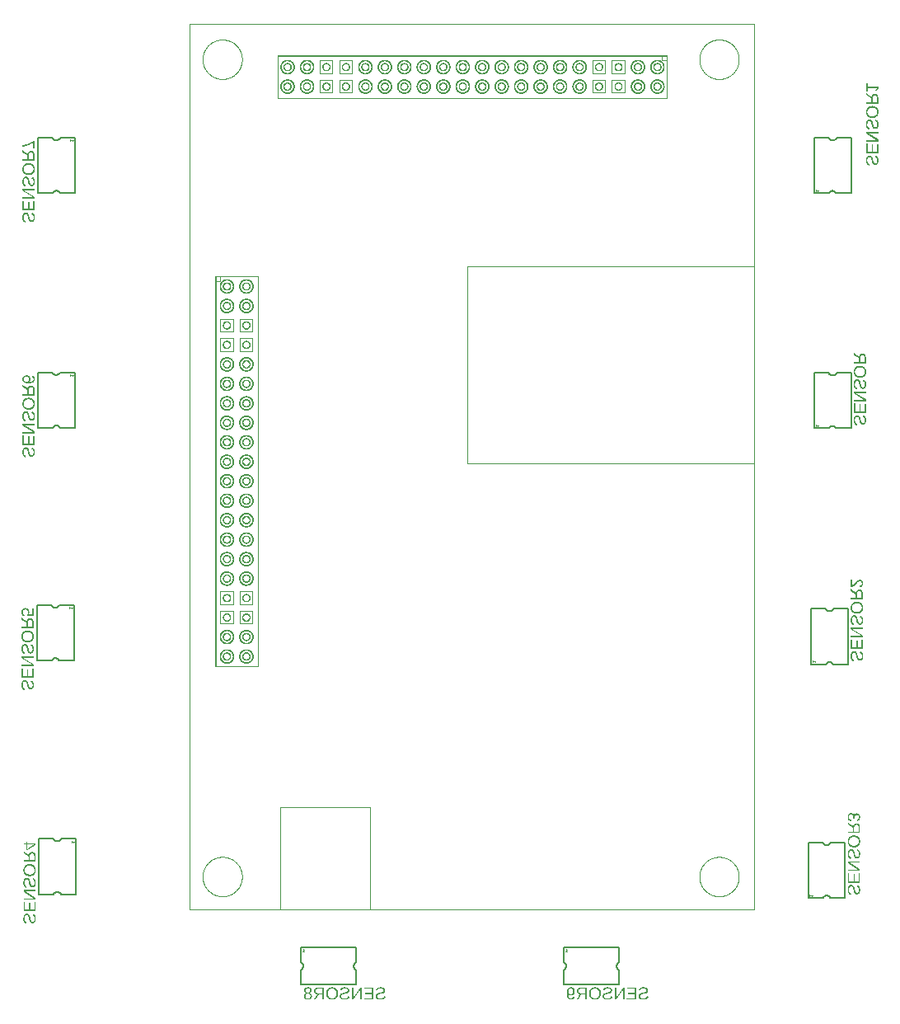
<source format=gbr>
G04 EAGLE Gerber RS-274X export*
G75*
%MOMM*%
%FSLAX34Y34*%
%LPD*%
%INSilkscreen Bottom*%
%IPPOS*%
%AMOC8*
5,1,8,0,0,1.08239X$1,22.5*%
G01*
G04 Define Apertures*
%ADD10C,0.203200*%
%ADD11C,0.025400*%
%ADD12C,0.001000*%
G36*
X855927Y613925D02*
X855449Y613936D01*
X854986Y613970D01*
X854537Y614027D01*
X854104Y614106D01*
X853687Y614209D01*
X853284Y614333D01*
X852897Y614481D01*
X852525Y614652D01*
X852171Y614843D01*
X851838Y615056D01*
X851528Y615289D01*
X851238Y615542D01*
X850970Y615815D01*
X850724Y616109D01*
X850499Y616423D01*
X850296Y616758D01*
X850115Y617111D01*
X849958Y617480D01*
X849826Y617866D01*
X849718Y618268D01*
X849633Y618686D01*
X849573Y619120D01*
X849537Y619571D01*
X849525Y620038D01*
X849537Y620501D01*
X849574Y620948D01*
X849634Y621380D01*
X849720Y621796D01*
X849829Y622197D01*
X849963Y622582D01*
X850122Y622951D01*
X850304Y623305D01*
X850510Y623641D01*
X850736Y623957D01*
X850984Y624252D01*
X851252Y624528D01*
X851542Y624783D01*
X851853Y625019D01*
X852185Y625234D01*
X852538Y625429D01*
X852909Y625602D01*
X853295Y625753D01*
X853696Y625880D01*
X854112Y625984D01*
X854543Y626065D01*
X854990Y626123D01*
X855451Y626157D01*
X855927Y626169D01*
X856405Y626158D01*
X856867Y626123D01*
X857313Y626066D01*
X857743Y625986D01*
X858156Y625883D01*
X858553Y625758D01*
X858934Y625609D01*
X859299Y625438D01*
X859646Y625245D01*
X859971Y625031D01*
X860275Y624797D01*
X860557Y624543D01*
X860819Y624269D01*
X861059Y623974D01*
X861278Y623658D01*
X861476Y623322D01*
X861651Y622969D01*
X861803Y622599D01*
X861932Y622214D01*
X862038Y621814D01*
X862119Y621398D01*
X862178Y620966D01*
X862213Y620519D01*
X862225Y620056D01*
X862218Y619699D01*
X862199Y619353D01*
X862166Y619016D01*
X862120Y618690D01*
X862062Y618373D01*
X861990Y618066D01*
X861905Y617770D01*
X861808Y617483D01*
X861697Y617206D01*
X861573Y616939D01*
X861436Y616682D01*
X861286Y616434D01*
X861123Y616197D01*
X860947Y615970D01*
X860556Y615545D01*
X860119Y615165D01*
X859641Y614836D01*
X859387Y614690D01*
X859123Y614558D01*
X858849Y614437D01*
X858565Y614330D01*
X858270Y614235D01*
X857966Y614152D01*
X857651Y614083D01*
X857327Y614026D01*
X856992Y613982D01*
X856647Y613950D01*
X856292Y613931D01*
X855927Y613925D01*
G37*
%LPC*%
G36*
X855927Y615624D02*
X856496Y615642D01*
X857031Y615696D01*
X857535Y615786D01*
X858005Y615913D01*
X858443Y616075D01*
X858849Y616274D01*
X859222Y616509D01*
X859562Y616780D01*
X859866Y617084D01*
X860129Y617418D01*
X860352Y617782D01*
X860534Y618177D01*
X860676Y618601D01*
X860777Y619056D01*
X860838Y619541D01*
X860858Y620056D01*
X860838Y620566D01*
X860776Y621047D01*
X860674Y621498D01*
X860530Y621920D01*
X860345Y622312D01*
X860119Y622674D01*
X859853Y623007D01*
X859545Y623309D01*
X859201Y623579D01*
X858826Y623813D01*
X858420Y624011D01*
X857983Y624173D01*
X857516Y624299D01*
X857017Y624389D01*
X856488Y624443D01*
X855927Y624461D01*
X855342Y624443D01*
X854791Y624390D01*
X854274Y624300D01*
X853791Y624175D01*
X853343Y624015D01*
X852928Y623818D01*
X852547Y623586D01*
X852201Y623318D01*
X851892Y623017D01*
X851624Y622684D01*
X851397Y622321D01*
X851212Y621927D01*
X851068Y621501D01*
X850965Y621044D01*
X850903Y620557D01*
X850882Y620038D01*
X850904Y619533D01*
X850968Y619057D01*
X851074Y618609D01*
X851223Y618189D01*
X851414Y617797D01*
X851649Y617434D01*
X851925Y617099D01*
X852244Y616793D01*
X852600Y616519D01*
X852985Y616281D01*
X853401Y616080D01*
X853846Y615916D01*
X854321Y615788D01*
X854827Y615697D01*
X855362Y615642D01*
X855927Y615624D01*
G37*
%LPD*%
G36*
X862041Y628484D02*
X849700Y628484D01*
X849700Y630157D01*
X854824Y630157D01*
X854824Y634002D01*
X849700Y637207D01*
X849700Y639134D01*
X852753Y637122D01*
X855016Y635631D01*
X855089Y635974D01*
X855182Y636298D01*
X855298Y636603D01*
X855435Y636889D01*
X855527Y637045D01*
X855593Y637156D01*
X855774Y637404D01*
X855975Y637633D01*
X856199Y637842D01*
X856440Y638030D01*
X856695Y638193D01*
X856963Y638331D01*
X857245Y638443D01*
X857541Y638531D01*
X857851Y638594D01*
X858174Y638631D01*
X858511Y638644D01*
X858916Y638626D01*
X859297Y638573D01*
X859656Y638484D01*
X859992Y638360D01*
X860306Y638201D01*
X860596Y638006D01*
X860863Y637775D01*
X861108Y637510D01*
X861327Y637211D01*
X861516Y636883D01*
X861676Y636525D01*
X861808Y636138D01*
X861910Y635721D01*
X861982Y635274D01*
X862026Y634797D01*
X862041Y634291D01*
X862041Y628484D01*
G37*
%LPC*%
G36*
X860701Y630157D02*
X860701Y634124D01*
X860692Y634458D01*
X860665Y634772D01*
X860621Y635065D01*
X860560Y635339D01*
X860480Y635592D01*
X860383Y635825D01*
X860268Y636038D01*
X860136Y636231D01*
X859987Y636402D01*
X859821Y636551D01*
X859640Y636677D01*
X859443Y636779D01*
X859230Y636859D01*
X859000Y636916D01*
X858755Y636951D01*
X858494Y636962D01*
X858223Y636951D01*
X857968Y636917D01*
X857729Y636861D01*
X857505Y636782D01*
X857296Y636680D01*
X857103Y636556D01*
X856926Y636409D01*
X856764Y636240D01*
X856619Y636050D01*
X856494Y635841D01*
X856387Y635613D01*
X856301Y635367D01*
X856233Y635102D01*
X856185Y634818D01*
X856156Y634516D01*
X856146Y634195D01*
X856146Y630157D01*
X860701Y630157D01*
G37*
%LPD*%
G36*
X862041Y589609D02*
X849700Y589609D01*
X849700Y591098D01*
X857898Y591098D01*
X859361Y591054D01*
X860210Y591010D01*
X849700Y597614D01*
X849700Y599629D01*
X862041Y599629D01*
X862041Y598122D01*
X853948Y598122D01*
X852941Y598149D01*
X851460Y598227D01*
X862041Y591553D01*
X862041Y589609D01*
G37*
G36*
X862041Y577640D02*
X849700Y577640D01*
X849700Y587362D01*
X851066Y587362D01*
X851066Y579313D01*
X855367Y579313D01*
X855367Y586478D01*
X856716Y586478D01*
X856716Y579313D01*
X860674Y579313D01*
X860674Y587003D01*
X862041Y587003D01*
X862041Y577640D01*
G37*
G36*
X852660Y565015D02*
X852281Y565119D01*
X851925Y565253D01*
X851595Y565417D01*
X851289Y565611D01*
X851007Y565834D01*
X850750Y566087D01*
X850517Y566369D01*
X850309Y566681D01*
X850125Y567022D01*
X849966Y567394D01*
X849831Y567795D01*
X849721Y568225D01*
X849635Y568685D01*
X849574Y569175D01*
X849537Y569694D01*
X849525Y570243D01*
X849540Y570833D01*
X849583Y571388D01*
X849657Y571910D01*
X849759Y572397D01*
X849891Y572850D01*
X850052Y573269D01*
X850242Y573654D01*
X850462Y574005D01*
X850708Y574318D01*
X850979Y574590D01*
X851273Y574819D01*
X851592Y575007D01*
X851935Y575153D01*
X852301Y575257D01*
X852692Y575320D01*
X853107Y575341D01*
X853433Y575329D01*
X853738Y575294D01*
X854020Y575235D01*
X854281Y575153D01*
X854522Y575049D01*
X854747Y574928D01*
X854956Y574789D01*
X855148Y574631D01*
X855325Y574458D01*
X855487Y574269D01*
X855636Y574066D01*
X855770Y573848D01*
X856007Y573380D01*
X856212Y572880D01*
X856387Y572351D01*
X856536Y571798D01*
X856803Y570664D01*
X856984Y569885D01*
X857150Y569247D01*
X857302Y568751D01*
X857438Y568395D01*
X857574Y568127D01*
X857725Y567893D01*
X857890Y567692D01*
X858069Y567524D01*
X858267Y567392D01*
X858490Y567297D01*
X858738Y567241D01*
X859010Y567222D01*
X859246Y567234D01*
X859466Y567270D01*
X859672Y567331D01*
X859862Y567417D01*
X860037Y567526D01*
X860198Y567660D01*
X860343Y567819D01*
X860473Y568001D01*
X860588Y568207D01*
X860688Y568435D01*
X860772Y568684D01*
X860841Y568956D01*
X860895Y569249D01*
X860933Y569565D01*
X860956Y569902D01*
X860963Y570261D01*
X860957Y570589D01*
X860936Y570899D01*
X860901Y571190D01*
X860853Y571463D01*
X860791Y571718D01*
X860715Y571954D01*
X860625Y572172D01*
X860521Y572372D01*
X860402Y572555D01*
X860266Y572722D01*
X860114Y572874D01*
X859944Y573011D01*
X859758Y573133D01*
X859555Y573239D01*
X859335Y573330D01*
X859098Y573405D01*
X859387Y575052D01*
X859760Y574930D01*
X860105Y574787D01*
X860422Y574623D01*
X860711Y574439D01*
X860971Y574233D01*
X861202Y574007D01*
X861406Y573760D01*
X861581Y573493D01*
X861732Y573199D01*
X861863Y572875D01*
X861973Y572519D01*
X862064Y572133D01*
X862134Y571716D01*
X862184Y571268D01*
X862215Y570788D01*
X862225Y570278D01*
X862211Y569730D01*
X862171Y569214D01*
X862104Y568731D01*
X862010Y568280D01*
X861889Y567863D01*
X861742Y567478D01*
X861568Y567125D01*
X861366Y566806D01*
X861140Y566521D01*
X860892Y566275D01*
X860620Y566066D01*
X860326Y565896D01*
X860009Y565763D01*
X859670Y565668D01*
X859308Y565612D01*
X858923Y565593D01*
X858587Y565607D01*
X858270Y565651D01*
X857974Y565723D01*
X857697Y565825D01*
X857438Y565954D01*
X857196Y566108D01*
X856972Y566289D01*
X856764Y566495D01*
X856569Y566734D01*
X856384Y567013D01*
X856208Y567331D01*
X856041Y567690D01*
X855879Y568113D01*
X855717Y568624D01*
X855555Y569223D01*
X855393Y569911D01*
X855034Y571443D01*
X854946Y571777D01*
X854848Y572087D01*
X854740Y572373D01*
X854622Y572634D01*
X854491Y572870D01*
X854344Y573078D01*
X854181Y573258D01*
X854000Y573410D01*
X853798Y573530D01*
X853567Y573617D01*
X853307Y573668D01*
X853019Y573686D01*
X852758Y573672D01*
X852513Y573630D01*
X852285Y573562D01*
X852072Y573465D01*
X851876Y573342D01*
X851697Y573190D01*
X851533Y573012D01*
X851386Y572805D01*
X851256Y572574D01*
X851143Y572319D01*
X851047Y572041D01*
X850969Y571740D01*
X850908Y571416D01*
X850865Y571069D01*
X850839Y570698D01*
X850830Y570305D01*
X850838Y569923D01*
X850862Y569562D01*
X850903Y569221D01*
X850960Y568901D01*
X851033Y568602D01*
X851123Y568323D01*
X851229Y568064D01*
X851351Y567826D01*
X851491Y567608D01*
X851649Y567410D01*
X851825Y567232D01*
X852020Y567073D01*
X852233Y566934D01*
X852465Y566814D01*
X852716Y566715D01*
X852984Y566635D01*
X852660Y565015D01*
G37*
G36*
X852660Y601921D02*
X852281Y602025D01*
X851925Y602160D01*
X851595Y602323D01*
X851289Y602517D01*
X851007Y602740D01*
X850750Y602993D01*
X850517Y603275D01*
X850309Y603587D01*
X850125Y603929D01*
X849966Y604300D01*
X849831Y604701D01*
X849721Y605131D01*
X849635Y605591D01*
X849574Y606081D01*
X849537Y606601D01*
X849525Y607150D01*
X849540Y607739D01*
X849583Y608295D01*
X849657Y608816D01*
X849759Y609303D01*
X849891Y609756D01*
X850052Y610175D01*
X850242Y610560D01*
X850462Y610911D01*
X850708Y611224D01*
X850979Y611496D01*
X851273Y611725D01*
X851592Y611913D01*
X851935Y612059D01*
X852301Y612164D01*
X852692Y612226D01*
X853107Y612247D01*
X853433Y612235D01*
X853738Y612200D01*
X854020Y612141D01*
X854281Y612059D01*
X854522Y611956D01*
X854747Y611834D01*
X854956Y611695D01*
X855148Y611538D01*
X855325Y611364D01*
X855487Y611175D01*
X855636Y610972D01*
X855770Y610754D01*
X856007Y610286D01*
X856212Y609786D01*
X856387Y609257D01*
X856536Y608704D01*
X856803Y607570D01*
X856984Y606791D01*
X857150Y606153D01*
X857302Y605657D01*
X857438Y605302D01*
X857574Y605034D01*
X857725Y604799D01*
X857890Y604598D01*
X858069Y604430D01*
X858267Y604298D01*
X858490Y604203D01*
X858738Y604147D01*
X859010Y604128D01*
X859246Y604140D01*
X859466Y604177D01*
X859672Y604238D01*
X859862Y604323D01*
X860037Y604432D01*
X860198Y604566D01*
X860343Y604725D01*
X860473Y604907D01*
X860588Y605113D01*
X860688Y605341D01*
X860772Y605591D01*
X860841Y605862D01*
X860895Y606156D01*
X860933Y606471D01*
X860956Y606808D01*
X860963Y607167D01*
X860957Y607495D01*
X860936Y607805D01*
X860901Y608096D01*
X860853Y608369D01*
X860791Y608624D01*
X860715Y608860D01*
X860625Y609078D01*
X860521Y609278D01*
X860402Y609461D01*
X860266Y609628D01*
X860114Y609780D01*
X859944Y609917D01*
X859758Y610039D01*
X859555Y610145D01*
X859335Y610236D01*
X859098Y610311D01*
X859387Y611958D01*
X859760Y611836D01*
X860105Y611693D01*
X860422Y611529D01*
X860711Y611345D01*
X860971Y611140D01*
X861202Y610914D01*
X861406Y610667D01*
X861581Y610399D01*
X861732Y610106D01*
X861863Y609781D01*
X861973Y609426D01*
X862064Y609039D01*
X862134Y608622D01*
X862184Y608174D01*
X862215Y607695D01*
X862225Y607185D01*
X862211Y606636D01*
X862171Y606120D01*
X862104Y605637D01*
X862010Y605187D01*
X861889Y604769D01*
X861742Y604384D01*
X861568Y604032D01*
X861366Y603712D01*
X861140Y603428D01*
X860892Y603181D01*
X860620Y602973D01*
X860326Y602802D01*
X860009Y602669D01*
X859670Y602575D01*
X859308Y602518D01*
X858923Y602499D01*
X858587Y602513D01*
X858270Y602557D01*
X857974Y602629D01*
X857697Y602731D01*
X857438Y602860D01*
X857196Y603015D01*
X856972Y603195D01*
X856764Y603401D01*
X856569Y603640D01*
X856384Y603919D01*
X856208Y604238D01*
X856041Y604597D01*
X855879Y605019D01*
X855717Y605530D01*
X855555Y606130D01*
X855393Y606817D01*
X855034Y608350D01*
X854946Y608683D01*
X854848Y608993D01*
X854740Y609279D01*
X854622Y609541D01*
X854491Y609776D01*
X854344Y609984D01*
X854181Y610164D01*
X854000Y610316D01*
X853798Y610437D01*
X853567Y610523D01*
X853307Y610575D01*
X853019Y610592D01*
X852758Y610578D01*
X852513Y610537D01*
X852285Y610468D01*
X852072Y610372D01*
X851876Y610248D01*
X851697Y610097D01*
X851533Y609918D01*
X851386Y609712D01*
X851256Y609480D01*
X851143Y609225D01*
X851047Y608947D01*
X850969Y608646D01*
X850908Y608322D01*
X850865Y607975D01*
X850839Y607604D01*
X850830Y607211D01*
X850838Y606829D01*
X850862Y606468D01*
X850903Y606127D01*
X850960Y605807D01*
X851033Y605508D01*
X851123Y605229D01*
X851229Y604970D01*
X851351Y604732D01*
X851491Y604514D01*
X851649Y604316D01*
X851825Y604138D01*
X852020Y603979D01*
X852233Y603840D01*
X852465Y603721D01*
X852716Y603621D01*
X852984Y603541D01*
X852660Y601921D01*
G37*
G36*
X868627Y880725D02*
X868149Y880736D01*
X867686Y880770D01*
X867237Y880827D01*
X866804Y880906D01*
X866387Y881009D01*
X865984Y881133D01*
X865597Y881281D01*
X865225Y881452D01*
X864871Y881643D01*
X864538Y881856D01*
X864228Y882089D01*
X863938Y882342D01*
X863670Y882615D01*
X863424Y882909D01*
X863199Y883223D01*
X862996Y883558D01*
X862815Y883911D01*
X862658Y884280D01*
X862526Y884666D01*
X862418Y885068D01*
X862333Y885486D01*
X862273Y885920D01*
X862237Y886371D01*
X862225Y886838D01*
X862237Y887301D01*
X862274Y887748D01*
X862334Y888180D01*
X862420Y888596D01*
X862529Y888997D01*
X862663Y889382D01*
X862822Y889751D01*
X863004Y890105D01*
X863210Y890441D01*
X863436Y890757D01*
X863684Y891052D01*
X863952Y891328D01*
X864242Y891583D01*
X864553Y891819D01*
X864885Y892034D01*
X865238Y892229D01*
X865609Y892402D01*
X865995Y892553D01*
X866396Y892680D01*
X866812Y892784D01*
X867243Y892865D01*
X867690Y892923D01*
X868151Y892957D01*
X868627Y892969D01*
X869105Y892958D01*
X869567Y892923D01*
X870013Y892866D01*
X870443Y892786D01*
X870856Y892683D01*
X871253Y892558D01*
X871634Y892409D01*
X871999Y892238D01*
X872346Y892045D01*
X872671Y891831D01*
X872975Y891597D01*
X873257Y891343D01*
X873519Y891069D01*
X873759Y890774D01*
X873978Y890458D01*
X874176Y890122D01*
X874351Y889769D01*
X874503Y889399D01*
X874632Y889014D01*
X874738Y888614D01*
X874819Y888198D01*
X874878Y887766D01*
X874913Y887319D01*
X874925Y886856D01*
X874918Y886499D01*
X874899Y886153D01*
X874866Y885816D01*
X874820Y885490D01*
X874762Y885173D01*
X874690Y884866D01*
X874605Y884570D01*
X874508Y884283D01*
X874397Y884006D01*
X874273Y883739D01*
X874136Y883482D01*
X873986Y883234D01*
X873823Y882997D01*
X873647Y882770D01*
X873256Y882345D01*
X872819Y881965D01*
X872341Y881636D01*
X872087Y881490D01*
X871823Y881358D01*
X871549Y881237D01*
X871265Y881130D01*
X870970Y881035D01*
X870666Y880952D01*
X870351Y880883D01*
X870027Y880826D01*
X869692Y880782D01*
X869347Y880750D01*
X868992Y880731D01*
X868627Y880725D01*
G37*
%LPC*%
G36*
X868627Y882424D02*
X869196Y882442D01*
X869731Y882496D01*
X870235Y882586D01*
X870705Y882713D01*
X871143Y882875D01*
X871549Y883074D01*
X871922Y883309D01*
X872262Y883580D01*
X872566Y883884D01*
X872829Y884218D01*
X873052Y884582D01*
X873234Y884977D01*
X873376Y885401D01*
X873477Y885856D01*
X873538Y886341D01*
X873558Y886856D01*
X873538Y887366D01*
X873476Y887847D01*
X873374Y888298D01*
X873230Y888720D01*
X873045Y889112D01*
X872819Y889474D01*
X872553Y889807D01*
X872245Y890109D01*
X871901Y890379D01*
X871526Y890613D01*
X871120Y890811D01*
X870683Y890973D01*
X870216Y891099D01*
X869717Y891189D01*
X869188Y891243D01*
X868627Y891261D01*
X868042Y891243D01*
X867491Y891190D01*
X866974Y891100D01*
X866491Y890975D01*
X866043Y890815D01*
X865628Y890618D01*
X865247Y890386D01*
X864901Y890118D01*
X864592Y889817D01*
X864324Y889484D01*
X864097Y889121D01*
X863912Y888727D01*
X863768Y888301D01*
X863665Y887844D01*
X863603Y887357D01*
X863582Y886838D01*
X863604Y886333D01*
X863668Y885857D01*
X863774Y885409D01*
X863923Y884989D01*
X864114Y884597D01*
X864349Y884234D01*
X864625Y883899D01*
X864944Y883593D01*
X865300Y883319D01*
X865685Y883081D01*
X866101Y882880D01*
X866546Y882716D01*
X867021Y882588D01*
X867527Y882497D01*
X868062Y882442D01*
X868627Y882424D01*
G37*
%LPD*%
G36*
X874741Y895284D02*
X862400Y895284D01*
X862400Y896957D01*
X867524Y896957D01*
X867524Y900802D01*
X862400Y904007D01*
X862400Y905934D01*
X865453Y903922D01*
X867716Y902431D01*
X867789Y902774D01*
X867882Y903098D01*
X867998Y903403D01*
X868135Y903689D01*
X868227Y903845D01*
X868293Y903956D01*
X868474Y904204D01*
X868675Y904433D01*
X868899Y904642D01*
X869140Y904830D01*
X869395Y904993D01*
X869663Y905131D01*
X869945Y905243D01*
X870241Y905331D01*
X870551Y905394D01*
X870874Y905431D01*
X871211Y905444D01*
X871616Y905426D01*
X871997Y905373D01*
X872356Y905284D01*
X872692Y905160D01*
X873006Y905001D01*
X873296Y904806D01*
X873563Y904575D01*
X873808Y904310D01*
X874027Y904011D01*
X874216Y903683D01*
X874376Y903325D01*
X874508Y902938D01*
X874610Y902521D01*
X874682Y902074D01*
X874726Y901597D01*
X874741Y901091D01*
X874741Y895284D01*
G37*
%LPC*%
G36*
X873401Y896957D02*
X873401Y900924D01*
X873392Y901258D01*
X873365Y901572D01*
X873321Y901865D01*
X873260Y902139D01*
X873180Y902392D01*
X873083Y902625D01*
X872968Y902838D01*
X872836Y903031D01*
X872687Y903202D01*
X872521Y903351D01*
X872340Y903477D01*
X872143Y903579D01*
X871930Y903659D01*
X871700Y903716D01*
X871455Y903751D01*
X871194Y903762D01*
X870923Y903751D01*
X870668Y903717D01*
X870429Y903661D01*
X870205Y903582D01*
X869996Y903480D01*
X869803Y903356D01*
X869626Y903209D01*
X869464Y903040D01*
X869319Y902850D01*
X869194Y902641D01*
X869087Y902413D01*
X869001Y902167D01*
X868933Y901902D01*
X868885Y901618D01*
X868856Y901316D01*
X868846Y900995D01*
X868846Y896957D01*
X873401Y896957D01*
G37*
%LPD*%
G36*
X874741Y856409D02*
X862400Y856409D01*
X862400Y857898D01*
X870598Y857898D01*
X872061Y857854D01*
X872910Y857810D01*
X862400Y864414D01*
X862400Y866429D01*
X874741Y866429D01*
X874741Y864922D01*
X866648Y864922D01*
X865641Y864949D01*
X864160Y865027D01*
X874741Y858353D01*
X874741Y856409D01*
G37*
G36*
X874741Y844440D02*
X862400Y844440D01*
X862400Y854162D01*
X863766Y854162D01*
X863766Y846113D01*
X868067Y846113D01*
X868067Y853278D01*
X869416Y853278D01*
X869416Y846113D01*
X873374Y846113D01*
X873374Y853803D01*
X874741Y853803D01*
X874741Y844440D01*
G37*
G36*
X865360Y831815D02*
X864981Y831919D01*
X864625Y832053D01*
X864295Y832217D01*
X863989Y832411D01*
X863707Y832634D01*
X863450Y832887D01*
X863217Y833169D01*
X863009Y833481D01*
X862825Y833822D01*
X862666Y834194D01*
X862531Y834595D01*
X862421Y835025D01*
X862335Y835485D01*
X862274Y835975D01*
X862237Y836494D01*
X862225Y837043D01*
X862240Y837633D01*
X862283Y838188D01*
X862357Y838710D01*
X862459Y839197D01*
X862591Y839650D01*
X862752Y840069D01*
X862942Y840454D01*
X863162Y840805D01*
X863408Y841118D01*
X863679Y841390D01*
X863973Y841619D01*
X864292Y841807D01*
X864635Y841953D01*
X865001Y842057D01*
X865392Y842120D01*
X865807Y842141D01*
X866133Y842129D01*
X866438Y842094D01*
X866720Y842035D01*
X866981Y841953D01*
X867222Y841849D01*
X867447Y841728D01*
X867656Y841589D01*
X867848Y841431D01*
X868025Y841258D01*
X868187Y841069D01*
X868336Y840866D01*
X868470Y840648D01*
X868707Y840180D01*
X868912Y839680D01*
X869087Y839151D01*
X869236Y838598D01*
X869503Y837464D01*
X869684Y836685D01*
X869850Y836047D01*
X870002Y835551D01*
X870138Y835195D01*
X870274Y834927D01*
X870425Y834693D01*
X870590Y834492D01*
X870769Y834324D01*
X870967Y834192D01*
X871190Y834097D01*
X871438Y834041D01*
X871710Y834022D01*
X871946Y834034D01*
X872166Y834070D01*
X872372Y834131D01*
X872562Y834217D01*
X872737Y834326D01*
X872898Y834460D01*
X873043Y834619D01*
X873173Y834801D01*
X873288Y835007D01*
X873388Y835235D01*
X873472Y835484D01*
X873541Y835756D01*
X873595Y836049D01*
X873633Y836365D01*
X873656Y836702D01*
X873663Y837061D01*
X873657Y837389D01*
X873636Y837699D01*
X873601Y837990D01*
X873553Y838263D01*
X873491Y838518D01*
X873415Y838754D01*
X873325Y838972D01*
X873221Y839172D01*
X873102Y839355D01*
X872966Y839522D01*
X872814Y839674D01*
X872644Y839811D01*
X872458Y839933D01*
X872255Y840039D01*
X872035Y840130D01*
X871798Y840205D01*
X872087Y841852D01*
X872460Y841730D01*
X872805Y841587D01*
X873122Y841423D01*
X873411Y841239D01*
X873671Y841033D01*
X873902Y840807D01*
X874106Y840560D01*
X874281Y840293D01*
X874432Y839999D01*
X874563Y839675D01*
X874673Y839319D01*
X874764Y838933D01*
X874834Y838516D01*
X874884Y838068D01*
X874915Y837588D01*
X874925Y837078D01*
X874911Y836530D01*
X874871Y836014D01*
X874804Y835531D01*
X874710Y835080D01*
X874589Y834663D01*
X874442Y834278D01*
X874268Y833925D01*
X874066Y833606D01*
X873840Y833321D01*
X873592Y833075D01*
X873320Y832866D01*
X873026Y832696D01*
X872709Y832563D01*
X872370Y832468D01*
X872008Y832412D01*
X871623Y832393D01*
X871287Y832407D01*
X870970Y832451D01*
X870674Y832523D01*
X870397Y832625D01*
X870138Y832754D01*
X869896Y832908D01*
X869672Y833089D01*
X869464Y833295D01*
X869269Y833534D01*
X869084Y833813D01*
X868908Y834131D01*
X868741Y834490D01*
X868579Y834913D01*
X868417Y835424D01*
X868255Y836023D01*
X868093Y836711D01*
X867734Y838243D01*
X867646Y838577D01*
X867548Y838887D01*
X867440Y839173D01*
X867322Y839434D01*
X867191Y839670D01*
X867044Y839878D01*
X866881Y840058D01*
X866700Y840210D01*
X866498Y840330D01*
X866267Y840417D01*
X866007Y840468D01*
X865719Y840486D01*
X865458Y840472D01*
X865213Y840430D01*
X864985Y840362D01*
X864772Y840265D01*
X864576Y840142D01*
X864397Y839990D01*
X864233Y839812D01*
X864086Y839605D01*
X863956Y839374D01*
X863843Y839119D01*
X863747Y838841D01*
X863669Y838540D01*
X863608Y838216D01*
X863565Y837869D01*
X863539Y837498D01*
X863530Y837105D01*
X863538Y836723D01*
X863562Y836362D01*
X863603Y836021D01*
X863660Y835701D01*
X863733Y835402D01*
X863823Y835123D01*
X863929Y834864D01*
X864051Y834626D01*
X864191Y834408D01*
X864349Y834210D01*
X864525Y834032D01*
X864720Y833873D01*
X864933Y833734D01*
X865165Y833614D01*
X865416Y833515D01*
X865684Y833435D01*
X865360Y831815D01*
G37*
G36*
X865360Y868721D02*
X864981Y868825D01*
X864625Y868960D01*
X864295Y869123D01*
X863989Y869317D01*
X863707Y869540D01*
X863450Y869793D01*
X863217Y870075D01*
X863009Y870387D01*
X862825Y870729D01*
X862666Y871100D01*
X862531Y871501D01*
X862421Y871931D01*
X862335Y872391D01*
X862274Y872881D01*
X862237Y873401D01*
X862225Y873950D01*
X862240Y874539D01*
X862283Y875095D01*
X862357Y875616D01*
X862459Y876103D01*
X862591Y876556D01*
X862752Y876975D01*
X862942Y877360D01*
X863162Y877711D01*
X863408Y878024D01*
X863679Y878296D01*
X863973Y878525D01*
X864292Y878713D01*
X864635Y878859D01*
X865001Y878964D01*
X865392Y879026D01*
X865807Y879047D01*
X866133Y879035D01*
X866438Y879000D01*
X866720Y878941D01*
X866981Y878859D01*
X867222Y878756D01*
X867447Y878634D01*
X867656Y878495D01*
X867848Y878338D01*
X868025Y878164D01*
X868187Y877975D01*
X868336Y877772D01*
X868470Y877554D01*
X868707Y877086D01*
X868912Y876586D01*
X869087Y876057D01*
X869236Y875504D01*
X869503Y874370D01*
X869684Y873591D01*
X869850Y872953D01*
X870002Y872457D01*
X870138Y872102D01*
X870274Y871834D01*
X870425Y871599D01*
X870590Y871398D01*
X870769Y871230D01*
X870967Y871098D01*
X871190Y871003D01*
X871438Y870947D01*
X871710Y870928D01*
X871946Y870940D01*
X872166Y870977D01*
X872372Y871038D01*
X872562Y871123D01*
X872737Y871232D01*
X872898Y871366D01*
X873043Y871525D01*
X873173Y871707D01*
X873288Y871913D01*
X873388Y872141D01*
X873472Y872391D01*
X873541Y872662D01*
X873595Y872956D01*
X873633Y873271D01*
X873656Y873608D01*
X873663Y873967D01*
X873657Y874295D01*
X873636Y874605D01*
X873601Y874896D01*
X873553Y875169D01*
X873491Y875424D01*
X873415Y875660D01*
X873325Y875878D01*
X873221Y876078D01*
X873102Y876261D01*
X872966Y876428D01*
X872814Y876580D01*
X872644Y876717D01*
X872458Y876839D01*
X872255Y876945D01*
X872035Y877036D01*
X871798Y877111D01*
X872087Y878758D01*
X872460Y878636D01*
X872805Y878493D01*
X873122Y878329D01*
X873411Y878145D01*
X873671Y877940D01*
X873902Y877714D01*
X874106Y877467D01*
X874281Y877199D01*
X874432Y876906D01*
X874563Y876581D01*
X874673Y876226D01*
X874764Y875839D01*
X874834Y875422D01*
X874884Y874974D01*
X874915Y874495D01*
X874925Y873985D01*
X874911Y873436D01*
X874871Y872920D01*
X874804Y872437D01*
X874710Y871987D01*
X874589Y871569D01*
X874442Y871184D01*
X874268Y870832D01*
X874066Y870512D01*
X873840Y870228D01*
X873592Y869981D01*
X873320Y869773D01*
X873026Y869602D01*
X872709Y869469D01*
X872370Y869375D01*
X872008Y869318D01*
X871623Y869299D01*
X871287Y869313D01*
X870970Y869357D01*
X870674Y869429D01*
X870397Y869531D01*
X870138Y869660D01*
X869896Y869815D01*
X869672Y869995D01*
X869464Y870201D01*
X869269Y870440D01*
X869084Y870719D01*
X868908Y871038D01*
X868741Y871397D01*
X868579Y871819D01*
X868417Y872330D01*
X868255Y872930D01*
X868093Y873617D01*
X867734Y875150D01*
X867646Y875483D01*
X867548Y875793D01*
X867440Y876079D01*
X867322Y876341D01*
X867191Y876576D01*
X867044Y876784D01*
X866881Y876964D01*
X866700Y877116D01*
X866498Y877237D01*
X866267Y877323D01*
X866007Y877375D01*
X865719Y877392D01*
X865458Y877378D01*
X865213Y877337D01*
X864985Y877268D01*
X864772Y877172D01*
X864576Y877048D01*
X864397Y876897D01*
X864233Y876718D01*
X864086Y876512D01*
X863956Y876280D01*
X863843Y876025D01*
X863747Y875747D01*
X863669Y875446D01*
X863608Y875122D01*
X863565Y874775D01*
X863539Y874404D01*
X863530Y874011D01*
X863538Y873629D01*
X863562Y873268D01*
X863603Y872927D01*
X863660Y872607D01*
X863733Y872308D01*
X863823Y872029D01*
X863929Y871770D01*
X864051Y871532D01*
X864191Y871314D01*
X864349Y871116D01*
X864525Y870938D01*
X864720Y870779D01*
X864933Y870640D01*
X865165Y870521D01*
X865416Y870421D01*
X865684Y870341D01*
X865360Y868721D01*
G37*
G36*
X863740Y908148D02*
X862400Y908148D01*
X862400Y915881D01*
X863740Y915881D01*
X863740Y912877D01*
X874741Y912877D01*
X874741Y911423D01*
X872735Y908507D01*
X871246Y908507D01*
X873234Y911292D01*
X863740Y911292D01*
X863740Y908148D01*
G37*
G36*
X852827Y371625D02*
X852349Y371636D01*
X851886Y371670D01*
X851437Y371727D01*
X851004Y371806D01*
X850587Y371909D01*
X850184Y372033D01*
X849797Y372181D01*
X849425Y372352D01*
X849071Y372543D01*
X848738Y372756D01*
X848428Y372989D01*
X848138Y373242D01*
X847870Y373515D01*
X847624Y373809D01*
X847399Y374123D01*
X847196Y374458D01*
X847015Y374811D01*
X846858Y375180D01*
X846726Y375566D01*
X846618Y375968D01*
X846533Y376386D01*
X846473Y376820D01*
X846437Y377271D01*
X846425Y377738D01*
X846437Y378201D01*
X846474Y378648D01*
X846534Y379080D01*
X846620Y379496D01*
X846729Y379897D01*
X846863Y380282D01*
X847022Y380651D01*
X847204Y381005D01*
X847410Y381341D01*
X847636Y381657D01*
X847884Y381952D01*
X848152Y382228D01*
X848442Y382483D01*
X848753Y382719D01*
X849085Y382934D01*
X849438Y383129D01*
X849809Y383302D01*
X850195Y383453D01*
X850596Y383580D01*
X851012Y383684D01*
X851443Y383765D01*
X851890Y383823D01*
X852351Y383857D01*
X852827Y383869D01*
X853305Y383858D01*
X853767Y383823D01*
X854213Y383766D01*
X854643Y383686D01*
X855056Y383583D01*
X855453Y383458D01*
X855834Y383309D01*
X856199Y383138D01*
X856546Y382945D01*
X856871Y382731D01*
X857175Y382497D01*
X857457Y382243D01*
X857719Y381969D01*
X857959Y381674D01*
X858178Y381358D01*
X858376Y381022D01*
X858551Y380669D01*
X858703Y380299D01*
X858832Y379914D01*
X858938Y379514D01*
X859019Y379098D01*
X859078Y378666D01*
X859113Y378219D01*
X859125Y377756D01*
X859118Y377399D01*
X859099Y377053D01*
X859066Y376716D01*
X859020Y376390D01*
X858962Y376073D01*
X858890Y375766D01*
X858805Y375470D01*
X858708Y375183D01*
X858597Y374906D01*
X858473Y374639D01*
X858336Y374382D01*
X858186Y374134D01*
X858023Y373897D01*
X857847Y373670D01*
X857456Y373245D01*
X857019Y372865D01*
X856541Y372536D01*
X856287Y372390D01*
X856023Y372258D01*
X855749Y372137D01*
X855465Y372030D01*
X855170Y371935D01*
X854866Y371852D01*
X854551Y371783D01*
X854227Y371726D01*
X853892Y371682D01*
X853547Y371650D01*
X853192Y371631D01*
X852827Y371625D01*
G37*
%LPC*%
G36*
X852827Y373324D02*
X853396Y373342D01*
X853931Y373396D01*
X854435Y373486D01*
X854905Y373613D01*
X855343Y373775D01*
X855749Y373974D01*
X856122Y374209D01*
X856462Y374480D01*
X856766Y374784D01*
X857029Y375118D01*
X857252Y375482D01*
X857434Y375877D01*
X857576Y376301D01*
X857677Y376756D01*
X857738Y377241D01*
X857758Y377756D01*
X857738Y378266D01*
X857676Y378747D01*
X857574Y379198D01*
X857430Y379620D01*
X857245Y380012D01*
X857019Y380374D01*
X856753Y380707D01*
X856445Y381009D01*
X856101Y381279D01*
X855726Y381513D01*
X855320Y381711D01*
X854883Y381873D01*
X854416Y381999D01*
X853917Y382089D01*
X853388Y382143D01*
X852827Y382161D01*
X852242Y382143D01*
X851691Y382090D01*
X851174Y382000D01*
X850691Y381875D01*
X850243Y381715D01*
X849828Y381518D01*
X849447Y381286D01*
X849101Y381018D01*
X848792Y380717D01*
X848524Y380384D01*
X848297Y380021D01*
X848112Y379627D01*
X847968Y379201D01*
X847865Y378744D01*
X847803Y378257D01*
X847782Y377738D01*
X847804Y377233D01*
X847868Y376757D01*
X847974Y376309D01*
X848123Y375889D01*
X848314Y375497D01*
X848549Y375134D01*
X848825Y374799D01*
X849144Y374493D01*
X849500Y374219D01*
X849885Y373981D01*
X850301Y373780D01*
X850746Y373616D01*
X851221Y373488D01*
X851727Y373397D01*
X852262Y373342D01*
X852827Y373324D01*
G37*
%LPD*%
G36*
X858941Y386184D02*
X846600Y386184D01*
X846600Y387857D01*
X851724Y387857D01*
X851724Y391702D01*
X846600Y394907D01*
X846600Y396834D01*
X849653Y394822D01*
X851916Y393331D01*
X851989Y393674D01*
X852082Y393998D01*
X852198Y394303D01*
X852335Y394589D01*
X852427Y394745D01*
X852493Y394856D01*
X852674Y395104D01*
X852875Y395333D01*
X853099Y395542D01*
X853340Y395730D01*
X853595Y395893D01*
X853863Y396031D01*
X854145Y396143D01*
X854441Y396231D01*
X854751Y396294D01*
X855074Y396331D01*
X855411Y396344D01*
X855816Y396326D01*
X856197Y396273D01*
X856556Y396184D01*
X856892Y396060D01*
X857206Y395901D01*
X857496Y395706D01*
X857763Y395475D01*
X858008Y395210D01*
X858227Y394911D01*
X858416Y394583D01*
X858576Y394225D01*
X858708Y393838D01*
X858810Y393421D01*
X858882Y392974D01*
X858926Y392497D01*
X858941Y391991D01*
X858941Y386184D01*
G37*
%LPC*%
G36*
X857601Y387857D02*
X857601Y391824D01*
X857592Y392158D01*
X857565Y392472D01*
X857521Y392765D01*
X857460Y393039D01*
X857380Y393292D01*
X857283Y393525D01*
X857168Y393738D01*
X857036Y393931D01*
X856887Y394102D01*
X856721Y394251D01*
X856540Y394377D01*
X856343Y394479D01*
X856130Y394559D01*
X855900Y394616D01*
X855655Y394651D01*
X855394Y394662D01*
X855123Y394651D01*
X854868Y394617D01*
X854629Y394561D01*
X854405Y394482D01*
X854196Y394380D01*
X854003Y394256D01*
X853826Y394109D01*
X853664Y393940D01*
X853519Y393750D01*
X853394Y393541D01*
X853287Y393313D01*
X853201Y393067D01*
X853133Y392802D01*
X853085Y392518D01*
X853056Y392216D01*
X853046Y391895D01*
X853046Y387857D01*
X857601Y387857D01*
G37*
%LPD*%
G36*
X858941Y347309D02*
X846600Y347309D01*
X846600Y348798D01*
X854798Y348798D01*
X856261Y348754D01*
X857110Y348710D01*
X846600Y355314D01*
X846600Y357329D01*
X858941Y357329D01*
X858941Y355822D01*
X850848Y355822D01*
X849841Y355849D01*
X848360Y355927D01*
X858941Y349253D01*
X858941Y347309D01*
G37*
G36*
X858941Y335340D02*
X846600Y335340D01*
X846600Y345062D01*
X847966Y345062D01*
X847966Y337013D01*
X852267Y337013D01*
X852267Y344178D01*
X853616Y344178D01*
X853616Y337013D01*
X857574Y337013D01*
X857574Y344703D01*
X858941Y344703D01*
X858941Y335340D01*
G37*
G36*
X849560Y322715D02*
X849181Y322819D01*
X848825Y322953D01*
X848495Y323117D01*
X848189Y323311D01*
X847907Y323534D01*
X847650Y323787D01*
X847417Y324069D01*
X847209Y324381D01*
X847025Y324722D01*
X846866Y325094D01*
X846731Y325495D01*
X846621Y325925D01*
X846535Y326385D01*
X846474Y326875D01*
X846437Y327394D01*
X846425Y327943D01*
X846440Y328533D01*
X846483Y329088D01*
X846557Y329610D01*
X846659Y330097D01*
X846791Y330550D01*
X846952Y330969D01*
X847142Y331354D01*
X847362Y331705D01*
X847608Y332018D01*
X847879Y332290D01*
X848173Y332519D01*
X848492Y332707D01*
X848835Y332853D01*
X849201Y332957D01*
X849592Y333020D01*
X850007Y333041D01*
X850333Y333029D01*
X850638Y332994D01*
X850920Y332935D01*
X851181Y332853D01*
X851422Y332749D01*
X851647Y332628D01*
X851856Y332489D01*
X852048Y332331D01*
X852225Y332158D01*
X852387Y331969D01*
X852536Y331766D01*
X852670Y331548D01*
X852907Y331080D01*
X853112Y330580D01*
X853287Y330051D01*
X853436Y329498D01*
X853703Y328364D01*
X853884Y327585D01*
X854050Y326947D01*
X854202Y326451D01*
X854338Y326095D01*
X854474Y325827D01*
X854625Y325593D01*
X854790Y325392D01*
X854969Y325224D01*
X855167Y325092D01*
X855390Y324997D01*
X855638Y324941D01*
X855910Y324922D01*
X856146Y324934D01*
X856366Y324970D01*
X856572Y325031D01*
X856762Y325117D01*
X856937Y325226D01*
X857098Y325360D01*
X857243Y325519D01*
X857373Y325701D01*
X857488Y325907D01*
X857588Y326135D01*
X857672Y326384D01*
X857741Y326656D01*
X857795Y326949D01*
X857833Y327265D01*
X857856Y327602D01*
X857863Y327961D01*
X857857Y328289D01*
X857836Y328599D01*
X857801Y328890D01*
X857753Y329163D01*
X857691Y329418D01*
X857615Y329654D01*
X857525Y329872D01*
X857421Y330072D01*
X857302Y330255D01*
X857166Y330422D01*
X857014Y330574D01*
X856844Y330711D01*
X856658Y330833D01*
X856455Y330939D01*
X856235Y331030D01*
X855998Y331105D01*
X856287Y332752D01*
X856660Y332630D01*
X857005Y332487D01*
X857322Y332323D01*
X857611Y332139D01*
X857871Y331933D01*
X858102Y331707D01*
X858306Y331460D01*
X858481Y331193D01*
X858632Y330899D01*
X858763Y330575D01*
X858873Y330219D01*
X858964Y329833D01*
X859034Y329416D01*
X859084Y328968D01*
X859115Y328488D01*
X859125Y327978D01*
X859111Y327430D01*
X859071Y326914D01*
X859004Y326431D01*
X858910Y325980D01*
X858789Y325563D01*
X858642Y325178D01*
X858468Y324825D01*
X858266Y324506D01*
X858040Y324221D01*
X857792Y323975D01*
X857520Y323766D01*
X857226Y323596D01*
X856909Y323463D01*
X856570Y323368D01*
X856208Y323312D01*
X855823Y323293D01*
X855487Y323307D01*
X855170Y323351D01*
X854874Y323423D01*
X854597Y323525D01*
X854338Y323654D01*
X854096Y323808D01*
X853872Y323989D01*
X853664Y324195D01*
X853469Y324434D01*
X853284Y324713D01*
X853108Y325031D01*
X852941Y325390D01*
X852779Y325813D01*
X852617Y326324D01*
X852455Y326923D01*
X852293Y327611D01*
X851934Y329143D01*
X851846Y329477D01*
X851748Y329787D01*
X851640Y330073D01*
X851522Y330334D01*
X851391Y330570D01*
X851244Y330778D01*
X851081Y330958D01*
X850900Y331110D01*
X850698Y331230D01*
X850467Y331317D01*
X850207Y331368D01*
X849919Y331386D01*
X849658Y331372D01*
X849413Y331330D01*
X849185Y331262D01*
X848972Y331165D01*
X848776Y331042D01*
X848597Y330890D01*
X848433Y330712D01*
X848286Y330505D01*
X848156Y330274D01*
X848043Y330019D01*
X847947Y329741D01*
X847869Y329440D01*
X847808Y329116D01*
X847765Y328769D01*
X847739Y328398D01*
X847730Y328005D01*
X847738Y327623D01*
X847762Y327262D01*
X847803Y326921D01*
X847860Y326601D01*
X847933Y326302D01*
X848023Y326023D01*
X848129Y325764D01*
X848251Y325526D01*
X848391Y325308D01*
X848549Y325110D01*
X848725Y324932D01*
X848920Y324773D01*
X849133Y324634D01*
X849365Y324514D01*
X849616Y324415D01*
X849884Y324335D01*
X849560Y322715D01*
G37*
G36*
X849560Y359621D02*
X849181Y359725D01*
X848825Y359860D01*
X848495Y360023D01*
X848189Y360217D01*
X847907Y360440D01*
X847650Y360693D01*
X847417Y360975D01*
X847209Y361287D01*
X847025Y361629D01*
X846866Y362000D01*
X846731Y362401D01*
X846621Y362831D01*
X846535Y363291D01*
X846474Y363781D01*
X846437Y364301D01*
X846425Y364850D01*
X846440Y365439D01*
X846483Y365995D01*
X846557Y366516D01*
X846659Y367003D01*
X846791Y367456D01*
X846952Y367875D01*
X847142Y368260D01*
X847362Y368611D01*
X847608Y368924D01*
X847879Y369196D01*
X848173Y369425D01*
X848492Y369613D01*
X848835Y369759D01*
X849201Y369864D01*
X849592Y369926D01*
X850007Y369947D01*
X850333Y369935D01*
X850638Y369900D01*
X850920Y369841D01*
X851181Y369759D01*
X851422Y369656D01*
X851647Y369534D01*
X851856Y369395D01*
X852048Y369238D01*
X852225Y369064D01*
X852387Y368875D01*
X852536Y368672D01*
X852670Y368454D01*
X852907Y367986D01*
X853112Y367486D01*
X853287Y366957D01*
X853436Y366404D01*
X853703Y365270D01*
X853884Y364491D01*
X854050Y363853D01*
X854202Y363357D01*
X854338Y363002D01*
X854474Y362734D01*
X854625Y362499D01*
X854790Y362298D01*
X854969Y362130D01*
X855167Y361998D01*
X855390Y361903D01*
X855638Y361847D01*
X855910Y361828D01*
X856146Y361840D01*
X856366Y361877D01*
X856572Y361938D01*
X856762Y362023D01*
X856937Y362132D01*
X857098Y362266D01*
X857243Y362425D01*
X857373Y362607D01*
X857488Y362813D01*
X857588Y363041D01*
X857672Y363291D01*
X857741Y363562D01*
X857795Y363856D01*
X857833Y364171D01*
X857856Y364508D01*
X857863Y364867D01*
X857857Y365195D01*
X857836Y365505D01*
X857801Y365796D01*
X857753Y366069D01*
X857691Y366324D01*
X857615Y366560D01*
X857525Y366778D01*
X857421Y366978D01*
X857302Y367161D01*
X857166Y367328D01*
X857014Y367480D01*
X856844Y367617D01*
X856658Y367739D01*
X856455Y367845D01*
X856235Y367936D01*
X855998Y368011D01*
X856287Y369658D01*
X856660Y369536D01*
X857005Y369393D01*
X857322Y369229D01*
X857611Y369045D01*
X857871Y368840D01*
X858102Y368614D01*
X858306Y368367D01*
X858481Y368099D01*
X858632Y367806D01*
X858763Y367481D01*
X858873Y367126D01*
X858964Y366739D01*
X859034Y366322D01*
X859084Y365874D01*
X859115Y365395D01*
X859125Y364885D01*
X859111Y364336D01*
X859071Y363820D01*
X859004Y363337D01*
X858910Y362887D01*
X858789Y362469D01*
X858642Y362084D01*
X858468Y361732D01*
X858266Y361412D01*
X858040Y361128D01*
X857792Y360881D01*
X857520Y360673D01*
X857226Y360502D01*
X856909Y360369D01*
X856570Y360275D01*
X856208Y360218D01*
X855823Y360199D01*
X855487Y360213D01*
X855170Y360257D01*
X854874Y360329D01*
X854597Y360431D01*
X854338Y360560D01*
X854096Y360715D01*
X853872Y360895D01*
X853664Y361101D01*
X853469Y361340D01*
X853284Y361619D01*
X853108Y361938D01*
X852941Y362297D01*
X852779Y362719D01*
X852617Y363230D01*
X852455Y363830D01*
X852293Y364517D01*
X851934Y366050D01*
X851846Y366383D01*
X851748Y366693D01*
X851640Y366979D01*
X851522Y367241D01*
X851391Y367476D01*
X851244Y367684D01*
X851081Y367864D01*
X850900Y368016D01*
X850698Y368137D01*
X850467Y368223D01*
X850207Y368275D01*
X849919Y368292D01*
X849658Y368278D01*
X849413Y368237D01*
X849185Y368168D01*
X848972Y368072D01*
X848776Y367948D01*
X848597Y367797D01*
X848433Y367618D01*
X848286Y367412D01*
X848156Y367180D01*
X848043Y366925D01*
X847947Y366647D01*
X847869Y366346D01*
X847808Y366022D01*
X847765Y365675D01*
X847739Y365304D01*
X847730Y364911D01*
X847738Y364529D01*
X847762Y364168D01*
X847803Y363827D01*
X847860Y363507D01*
X847933Y363208D01*
X848023Y362929D01*
X848129Y362670D01*
X848251Y362432D01*
X848391Y362214D01*
X848549Y362016D01*
X848725Y361838D01*
X848920Y361679D01*
X849133Y361540D01*
X849365Y361421D01*
X849616Y361321D01*
X849884Y361241D01*
X849560Y359621D01*
G37*
G36*
X847712Y398583D02*
X846600Y398583D01*
X846600Y406755D01*
X847940Y406755D01*
X847940Y400318D01*
X848250Y400470D01*
X848565Y400664D01*
X848887Y400899D01*
X849214Y401176D01*
X849555Y401499D01*
X849916Y401874D01*
X850297Y402301D01*
X850699Y402779D01*
X851395Y403620D01*
X851993Y404314D01*
X852494Y404859D01*
X852897Y405257D01*
X853252Y405561D01*
X853607Y405826D01*
X853962Y406050D01*
X854316Y406234D01*
X854672Y406378D01*
X855028Y406480D01*
X855385Y406542D01*
X855744Y406562D01*
X856137Y406547D01*
X856508Y406500D01*
X856855Y406421D01*
X857179Y406312D01*
X857480Y406171D01*
X857758Y405998D01*
X858013Y405795D01*
X858244Y405560D01*
X858451Y405295D01*
X858630Y405004D01*
X858781Y404686D01*
X858905Y404341D01*
X859001Y403969D01*
X859070Y403570D01*
X859111Y403144D01*
X859125Y402691D01*
X859111Y402276D01*
X859070Y401880D01*
X859002Y401504D01*
X858906Y401146D01*
X858783Y400808D01*
X858632Y400490D01*
X858454Y400190D01*
X858249Y399910D01*
X858020Y399654D01*
X857773Y399426D01*
X857507Y399227D01*
X857222Y399055D01*
X856918Y398912D01*
X856595Y398798D01*
X856253Y398711D01*
X855893Y398653D01*
X855744Y400265D01*
X855984Y400302D01*
X856211Y400356D01*
X856424Y400426D01*
X856623Y400514D01*
X856808Y400618D01*
X856980Y400739D01*
X857137Y400877D01*
X857281Y401031D01*
X857409Y401200D01*
X857521Y401380D01*
X857615Y401571D01*
X857692Y401773D01*
X857751Y401986D01*
X857794Y402210D01*
X857820Y402445D01*
X857828Y402691D01*
X857820Y402949D01*
X857793Y403192D01*
X857750Y403421D01*
X857688Y403635D01*
X857609Y403835D01*
X857513Y404020D01*
X857399Y404190D01*
X857268Y404347D01*
X857121Y404486D01*
X856959Y404607D01*
X856783Y404709D01*
X856593Y404793D01*
X856389Y404858D01*
X856171Y404905D01*
X855938Y404933D01*
X855691Y404942D01*
X855325Y404920D01*
X854978Y404856D01*
X854650Y404747D01*
X854343Y404596D01*
X854048Y404410D01*
X853760Y404197D01*
X853479Y403956D01*
X853204Y403690D01*
X852661Y403095D01*
X852118Y402433D01*
X851552Y401733D01*
X850940Y401027D01*
X850613Y400676D01*
X850268Y400334D01*
X849904Y400000D01*
X849521Y399674D01*
X849114Y399364D01*
X848677Y399079D01*
X848210Y398819D01*
X847712Y398583D01*
G37*
G36*
X849827Y131625D02*
X849349Y131636D01*
X848886Y131670D01*
X848437Y131727D01*
X848004Y131806D01*
X847587Y131909D01*
X847184Y132033D01*
X846797Y132181D01*
X846425Y132352D01*
X846071Y132543D01*
X845738Y132756D01*
X845428Y132989D01*
X845138Y133242D01*
X844870Y133515D01*
X844624Y133809D01*
X844399Y134123D01*
X844196Y134458D01*
X844015Y134811D01*
X843858Y135180D01*
X843726Y135566D01*
X843618Y135968D01*
X843533Y136386D01*
X843473Y136820D01*
X843437Y137271D01*
X843425Y137738D01*
X843437Y138201D01*
X843474Y138648D01*
X843534Y139080D01*
X843620Y139496D01*
X843729Y139897D01*
X843863Y140282D01*
X844022Y140651D01*
X844204Y141005D01*
X844410Y141341D01*
X844636Y141657D01*
X844884Y141952D01*
X845152Y142228D01*
X845442Y142483D01*
X845753Y142719D01*
X846085Y142934D01*
X846438Y143129D01*
X846809Y143302D01*
X847195Y143453D01*
X847596Y143580D01*
X848012Y143684D01*
X848443Y143765D01*
X848890Y143823D01*
X849351Y143857D01*
X849827Y143869D01*
X850305Y143858D01*
X850767Y143823D01*
X851213Y143766D01*
X851643Y143686D01*
X852056Y143583D01*
X852453Y143458D01*
X852834Y143309D01*
X853199Y143138D01*
X853546Y142945D01*
X853871Y142731D01*
X854175Y142497D01*
X854457Y142243D01*
X854719Y141969D01*
X854959Y141674D01*
X855178Y141358D01*
X855376Y141022D01*
X855551Y140669D01*
X855703Y140299D01*
X855832Y139914D01*
X855938Y139514D01*
X856019Y139098D01*
X856078Y138666D01*
X856113Y138219D01*
X856125Y137756D01*
X856118Y137399D01*
X856099Y137053D01*
X856066Y136716D01*
X856020Y136390D01*
X855962Y136073D01*
X855890Y135766D01*
X855805Y135470D01*
X855708Y135183D01*
X855597Y134906D01*
X855473Y134639D01*
X855336Y134382D01*
X855186Y134134D01*
X855023Y133897D01*
X854847Y133670D01*
X854456Y133245D01*
X854019Y132865D01*
X853541Y132536D01*
X853287Y132390D01*
X853023Y132258D01*
X852749Y132137D01*
X852465Y132030D01*
X852170Y131935D01*
X851866Y131852D01*
X851551Y131783D01*
X851227Y131726D01*
X850892Y131682D01*
X850547Y131650D01*
X850192Y131631D01*
X849827Y131625D01*
G37*
%LPC*%
G36*
X849827Y133324D02*
X850396Y133342D01*
X850931Y133396D01*
X851435Y133486D01*
X851905Y133613D01*
X852343Y133775D01*
X852749Y133974D01*
X853122Y134209D01*
X853462Y134480D01*
X853766Y134784D01*
X854029Y135118D01*
X854252Y135482D01*
X854434Y135877D01*
X854576Y136301D01*
X854677Y136756D01*
X854738Y137241D01*
X854758Y137756D01*
X854738Y138266D01*
X854676Y138747D01*
X854574Y139198D01*
X854430Y139620D01*
X854245Y140012D01*
X854019Y140374D01*
X853753Y140707D01*
X853445Y141009D01*
X853101Y141279D01*
X852726Y141513D01*
X852320Y141711D01*
X851883Y141873D01*
X851416Y141999D01*
X850917Y142089D01*
X850388Y142143D01*
X849827Y142161D01*
X849242Y142143D01*
X848691Y142090D01*
X848174Y142000D01*
X847691Y141875D01*
X847243Y141715D01*
X846828Y141518D01*
X846447Y141286D01*
X846101Y141018D01*
X845792Y140717D01*
X845524Y140384D01*
X845297Y140021D01*
X845112Y139627D01*
X844968Y139201D01*
X844865Y138744D01*
X844803Y138257D01*
X844782Y137738D01*
X844804Y137233D01*
X844868Y136757D01*
X844974Y136309D01*
X845123Y135889D01*
X845314Y135497D01*
X845549Y135134D01*
X845825Y134799D01*
X846144Y134493D01*
X846500Y134219D01*
X846885Y133981D01*
X847301Y133780D01*
X847746Y133616D01*
X848221Y133488D01*
X848727Y133397D01*
X849262Y133342D01*
X849827Y133324D01*
G37*
%LPD*%
G36*
X855941Y146184D02*
X843600Y146184D01*
X843600Y147857D01*
X848724Y147857D01*
X848724Y151702D01*
X843600Y154907D01*
X843600Y156834D01*
X846653Y154822D01*
X848916Y153331D01*
X848989Y153674D01*
X849082Y153998D01*
X849198Y154303D01*
X849335Y154589D01*
X849427Y154745D01*
X849493Y154856D01*
X849674Y155104D01*
X849875Y155333D01*
X850099Y155542D01*
X850340Y155730D01*
X850595Y155893D01*
X850863Y156031D01*
X851145Y156143D01*
X851441Y156231D01*
X851751Y156294D01*
X852074Y156331D01*
X852411Y156344D01*
X852816Y156326D01*
X853197Y156273D01*
X853556Y156184D01*
X853892Y156060D01*
X854206Y155901D01*
X854496Y155706D01*
X854763Y155475D01*
X855008Y155210D01*
X855227Y154911D01*
X855416Y154583D01*
X855576Y154225D01*
X855708Y153838D01*
X855810Y153421D01*
X855882Y152974D01*
X855926Y152497D01*
X855941Y151991D01*
X855941Y146184D01*
G37*
%LPC*%
G36*
X854601Y147857D02*
X854601Y151824D01*
X854592Y152158D01*
X854565Y152472D01*
X854521Y152765D01*
X854460Y153039D01*
X854380Y153292D01*
X854283Y153525D01*
X854168Y153738D01*
X854036Y153931D01*
X853887Y154102D01*
X853721Y154251D01*
X853540Y154377D01*
X853343Y154479D01*
X853130Y154559D01*
X852900Y154616D01*
X852655Y154651D01*
X852394Y154662D01*
X852123Y154651D01*
X851868Y154617D01*
X851629Y154561D01*
X851405Y154482D01*
X851196Y154380D01*
X851003Y154256D01*
X850826Y154109D01*
X850664Y153940D01*
X850519Y153750D01*
X850394Y153541D01*
X850287Y153313D01*
X850201Y153067D01*
X850133Y152802D01*
X850085Y152518D01*
X850056Y152216D01*
X850046Y151895D01*
X850046Y147857D01*
X854601Y147857D01*
G37*
%LPD*%
G36*
X855941Y107309D02*
X843600Y107309D01*
X843600Y108798D01*
X851798Y108798D01*
X853261Y108754D01*
X854110Y108710D01*
X843600Y115314D01*
X843600Y117329D01*
X855941Y117329D01*
X855941Y115822D01*
X847848Y115822D01*
X846841Y115849D01*
X845360Y115927D01*
X855941Y109253D01*
X855941Y107309D01*
G37*
G36*
X855941Y95340D02*
X843600Y95340D01*
X843600Y105062D01*
X844966Y105062D01*
X844966Y97013D01*
X849267Y97013D01*
X849267Y104178D01*
X850616Y104178D01*
X850616Y97013D01*
X854574Y97013D01*
X854574Y104703D01*
X855941Y104703D01*
X855941Y95340D01*
G37*
G36*
X846560Y82715D02*
X846181Y82819D01*
X845825Y82953D01*
X845495Y83117D01*
X845189Y83311D01*
X844907Y83534D01*
X844650Y83787D01*
X844417Y84069D01*
X844209Y84381D01*
X844025Y84722D01*
X843866Y85094D01*
X843731Y85495D01*
X843621Y85925D01*
X843535Y86385D01*
X843474Y86875D01*
X843437Y87394D01*
X843425Y87943D01*
X843440Y88533D01*
X843483Y89088D01*
X843557Y89610D01*
X843659Y90097D01*
X843791Y90550D01*
X843952Y90969D01*
X844142Y91354D01*
X844362Y91705D01*
X844608Y92018D01*
X844879Y92290D01*
X845173Y92519D01*
X845492Y92707D01*
X845835Y92853D01*
X846201Y92957D01*
X846592Y93020D01*
X847007Y93041D01*
X847333Y93029D01*
X847638Y92994D01*
X847920Y92935D01*
X848181Y92853D01*
X848422Y92749D01*
X848647Y92628D01*
X848856Y92489D01*
X849048Y92331D01*
X849225Y92158D01*
X849387Y91969D01*
X849536Y91766D01*
X849670Y91548D01*
X849907Y91080D01*
X850112Y90580D01*
X850287Y90051D01*
X850436Y89498D01*
X850703Y88364D01*
X850884Y87585D01*
X851050Y86947D01*
X851202Y86451D01*
X851338Y86095D01*
X851474Y85827D01*
X851625Y85593D01*
X851790Y85392D01*
X851969Y85224D01*
X852167Y85092D01*
X852390Y84997D01*
X852638Y84941D01*
X852910Y84922D01*
X853146Y84934D01*
X853366Y84970D01*
X853572Y85031D01*
X853762Y85117D01*
X853937Y85226D01*
X854098Y85360D01*
X854243Y85519D01*
X854373Y85701D01*
X854488Y85907D01*
X854588Y86135D01*
X854672Y86384D01*
X854741Y86656D01*
X854795Y86949D01*
X854833Y87265D01*
X854856Y87602D01*
X854863Y87961D01*
X854857Y88289D01*
X854836Y88599D01*
X854801Y88890D01*
X854753Y89163D01*
X854691Y89418D01*
X854615Y89654D01*
X854525Y89872D01*
X854421Y90072D01*
X854302Y90255D01*
X854166Y90422D01*
X854014Y90574D01*
X853844Y90711D01*
X853658Y90833D01*
X853455Y90939D01*
X853235Y91030D01*
X852998Y91105D01*
X853287Y92752D01*
X853660Y92630D01*
X854005Y92487D01*
X854322Y92323D01*
X854611Y92139D01*
X854871Y91933D01*
X855102Y91707D01*
X855306Y91460D01*
X855481Y91193D01*
X855632Y90899D01*
X855763Y90575D01*
X855873Y90219D01*
X855964Y89833D01*
X856034Y89416D01*
X856084Y88968D01*
X856115Y88488D01*
X856125Y87978D01*
X856111Y87430D01*
X856071Y86914D01*
X856004Y86431D01*
X855910Y85980D01*
X855789Y85563D01*
X855642Y85178D01*
X855468Y84825D01*
X855266Y84506D01*
X855040Y84221D01*
X854792Y83975D01*
X854520Y83766D01*
X854226Y83596D01*
X853909Y83463D01*
X853570Y83368D01*
X853208Y83312D01*
X852823Y83293D01*
X852487Y83307D01*
X852170Y83351D01*
X851874Y83423D01*
X851597Y83525D01*
X851338Y83654D01*
X851096Y83808D01*
X850872Y83989D01*
X850664Y84195D01*
X850469Y84434D01*
X850284Y84713D01*
X850108Y85031D01*
X849941Y85390D01*
X849779Y85813D01*
X849617Y86324D01*
X849455Y86923D01*
X849293Y87611D01*
X848934Y89143D01*
X848846Y89477D01*
X848748Y89787D01*
X848640Y90073D01*
X848522Y90334D01*
X848391Y90570D01*
X848244Y90778D01*
X848081Y90958D01*
X847900Y91110D01*
X847698Y91230D01*
X847467Y91317D01*
X847207Y91368D01*
X846919Y91386D01*
X846658Y91372D01*
X846413Y91330D01*
X846185Y91262D01*
X845972Y91165D01*
X845776Y91042D01*
X845597Y90890D01*
X845433Y90712D01*
X845286Y90505D01*
X845156Y90274D01*
X845043Y90019D01*
X844947Y89741D01*
X844869Y89440D01*
X844808Y89116D01*
X844765Y88769D01*
X844739Y88398D01*
X844730Y88005D01*
X844738Y87623D01*
X844762Y87262D01*
X844803Y86921D01*
X844860Y86601D01*
X844933Y86302D01*
X845023Y86023D01*
X845129Y85764D01*
X845251Y85526D01*
X845391Y85308D01*
X845549Y85110D01*
X845725Y84932D01*
X845920Y84773D01*
X846133Y84634D01*
X846365Y84514D01*
X846616Y84415D01*
X846884Y84335D01*
X846560Y82715D01*
G37*
G36*
X846560Y119621D02*
X846181Y119725D01*
X845825Y119860D01*
X845495Y120023D01*
X845189Y120217D01*
X844907Y120440D01*
X844650Y120693D01*
X844417Y120975D01*
X844209Y121287D01*
X844025Y121629D01*
X843866Y122000D01*
X843731Y122401D01*
X843621Y122831D01*
X843535Y123291D01*
X843474Y123781D01*
X843437Y124301D01*
X843425Y124850D01*
X843440Y125439D01*
X843483Y125995D01*
X843557Y126516D01*
X843659Y127003D01*
X843791Y127456D01*
X843952Y127875D01*
X844142Y128260D01*
X844362Y128611D01*
X844608Y128924D01*
X844879Y129196D01*
X845173Y129425D01*
X845492Y129613D01*
X845835Y129759D01*
X846201Y129864D01*
X846592Y129926D01*
X847007Y129947D01*
X847333Y129935D01*
X847638Y129900D01*
X847920Y129841D01*
X848181Y129759D01*
X848422Y129656D01*
X848647Y129534D01*
X848856Y129395D01*
X849048Y129238D01*
X849225Y129064D01*
X849387Y128875D01*
X849536Y128672D01*
X849670Y128454D01*
X849907Y127986D01*
X850112Y127486D01*
X850287Y126957D01*
X850436Y126404D01*
X850703Y125270D01*
X850884Y124491D01*
X851050Y123853D01*
X851202Y123357D01*
X851338Y123002D01*
X851474Y122734D01*
X851625Y122499D01*
X851790Y122298D01*
X851969Y122130D01*
X852167Y121998D01*
X852390Y121903D01*
X852638Y121847D01*
X852910Y121828D01*
X853146Y121840D01*
X853366Y121877D01*
X853572Y121938D01*
X853762Y122023D01*
X853937Y122132D01*
X854098Y122266D01*
X854243Y122425D01*
X854373Y122607D01*
X854488Y122813D01*
X854588Y123041D01*
X854672Y123291D01*
X854741Y123562D01*
X854795Y123856D01*
X854833Y124171D01*
X854856Y124508D01*
X854863Y124867D01*
X854857Y125195D01*
X854836Y125505D01*
X854801Y125796D01*
X854753Y126069D01*
X854691Y126324D01*
X854615Y126560D01*
X854525Y126778D01*
X854421Y126978D01*
X854302Y127161D01*
X854166Y127328D01*
X854014Y127480D01*
X853844Y127617D01*
X853658Y127739D01*
X853455Y127845D01*
X853235Y127936D01*
X852998Y128011D01*
X853287Y129658D01*
X853660Y129536D01*
X854005Y129393D01*
X854322Y129229D01*
X854611Y129045D01*
X854871Y128840D01*
X855102Y128614D01*
X855306Y128367D01*
X855481Y128099D01*
X855632Y127806D01*
X855763Y127481D01*
X855873Y127126D01*
X855964Y126739D01*
X856034Y126322D01*
X856084Y125874D01*
X856115Y125395D01*
X856125Y124885D01*
X856111Y124336D01*
X856071Y123820D01*
X856004Y123337D01*
X855910Y122887D01*
X855789Y122469D01*
X855642Y122084D01*
X855468Y121732D01*
X855266Y121412D01*
X855040Y121128D01*
X854792Y120881D01*
X854520Y120673D01*
X854226Y120502D01*
X853909Y120369D01*
X853570Y120275D01*
X853208Y120218D01*
X852823Y120199D01*
X852487Y120213D01*
X852170Y120257D01*
X851874Y120329D01*
X851597Y120431D01*
X851338Y120560D01*
X851096Y120715D01*
X850872Y120895D01*
X850664Y121101D01*
X850469Y121340D01*
X850284Y121619D01*
X850108Y121938D01*
X849941Y122297D01*
X849779Y122719D01*
X849617Y123230D01*
X849455Y123830D01*
X849293Y124517D01*
X848934Y126050D01*
X848846Y126383D01*
X848748Y126693D01*
X848640Y126979D01*
X848522Y127241D01*
X848391Y127476D01*
X848244Y127684D01*
X848081Y127864D01*
X847900Y128016D01*
X847698Y128137D01*
X847467Y128223D01*
X847207Y128275D01*
X846919Y128292D01*
X846658Y128278D01*
X846413Y128237D01*
X846185Y128168D01*
X845972Y128072D01*
X845776Y127948D01*
X845597Y127797D01*
X845433Y127618D01*
X845286Y127412D01*
X845156Y127180D01*
X845043Y126925D01*
X844947Y126647D01*
X844869Y126346D01*
X844808Y126022D01*
X844765Y125675D01*
X844739Y125304D01*
X844730Y124911D01*
X844738Y124529D01*
X844762Y124168D01*
X844803Y123827D01*
X844860Y123507D01*
X844933Y123208D01*
X845023Y122929D01*
X845129Y122670D01*
X845251Y122432D01*
X845391Y122214D01*
X845549Y122016D01*
X845725Y121838D01*
X845920Y121679D01*
X846133Y121540D01*
X846365Y121421D01*
X846616Y121321D01*
X846884Y121241D01*
X846560Y119621D01*
G37*
G36*
X846771Y158364D02*
X846369Y158431D01*
X845994Y158526D01*
X845643Y158650D01*
X845318Y158801D01*
X845018Y158981D01*
X844743Y159190D01*
X844494Y159426D01*
X844270Y159691D01*
X844072Y159982D01*
X843900Y160297D01*
X843755Y160635D01*
X843636Y160997D01*
X843544Y161383D01*
X843478Y161793D01*
X843438Y162226D01*
X843425Y162682D01*
X843440Y163171D01*
X843483Y163632D01*
X843557Y164063D01*
X843659Y164465D01*
X843791Y164838D01*
X843952Y165182D01*
X844142Y165497D01*
X844362Y165783D01*
X844608Y166037D01*
X844879Y166258D01*
X845173Y166445D01*
X845492Y166597D01*
X845835Y166716D01*
X846201Y166801D01*
X846592Y166852D01*
X847007Y166869D01*
X847296Y166857D01*
X847573Y166821D01*
X847837Y166761D01*
X848089Y166676D01*
X848328Y166568D01*
X848554Y166435D01*
X848768Y166279D01*
X848969Y166098D01*
X849154Y165896D01*
X849319Y165675D01*
X849465Y165434D01*
X849591Y165174D01*
X849697Y164895D01*
X849784Y164597D01*
X849850Y164280D01*
X849897Y163944D01*
X849932Y163944D01*
X850006Y164250D01*
X850094Y164537D01*
X850197Y164805D01*
X850315Y165055D01*
X850447Y165286D01*
X850595Y165498D01*
X850758Y165691D01*
X850935Y165866D01*
X851127Y166021D01*
X851333Y166155D01*
X851553Y166269D01*
X851786Y166362D01*
X852033Y166434D01*
X852294Y166486D01*
X852569Y166517D01*
X852858Y166527D01*
X853233Y166511D01*
X853586Y166463D01*
X853918Y166383D01*
X854230Y166270D01*
X854520Y166125D01*
X854788Y165948D01*
X855036Y165739D01*
X855262Y165498D01*
X855464Y165228D01*
X855639Y164932D01*
X855788Y164610D01*
X855909Y164262D01*
X856003Y163889D01*
X856071Y163489D01*
X856111Y163064D01*
X856125Y162612D01*
X856111Y162197D01*
X856072Y161801D01*
X856005Y161425D01*
X855912Y161068D01*
X855793Y160730D01*
X855647Y160411D01*
X855474Y160112D01*
X855275Y159831D01*
X855052Y159575D01*
X854809Y159347D01*
X854544Y159148D01*
X854259Y158976D01*
X853953Y158833D01*
X853626Y158719D01*
X853279Y158633D01*
X852910Y158575D01*
X852788Y160160D01*
X853024Y160195D01*
X853246Y160246D01*
X853455Y160314D01*
X853650Y160400D01*
X853832Y160502D01*
X854000Y160621D01*
X854154Y160756D01*
X854294Y160909D01*
X854419Y161076D01*
X854528Y161256D01*
X854620Y161448D01*
X854695Y161652D01*
X854753Y161869D01*
X854795Y162099D01*
X854820Y162340D01*
X854828Y162595D01*
X854819Y162873D01*
X854793Y163133D01*
X854748Y163376D01*
X854685Y163601D01*
X854604Y163808D01*
X854506Y163998D01*
X854389Y164170D01*
X854255Y164325D01*
X854105Y164461D01*
X853942Y164579D01*
X853766Y164680D01*
X853577Y164761D01*
X853375Y164825D01*
X853160Y164871D01*
X852932Y164898D01*
X852691Y164907D01*
X852449Y164896D01*
X852219Y164862D01*
X852003Y164807D01*
X851801Y164729D01*
X851613Y164628D01*
X851438Y164506D01*
X851276Y164361D01*
X851128Y164193D01*
X850996Y164006D01*
X850881Y163800D01*
X850784Y163576D01*
X850704Y163334D01*
X850642Y163073D01*
X850598Y162795D01*
X850572Y162498D01*
X850563Y162183D01*
X850563Y161325D01*
X849197Y161325D01*
X849197Y162218D01*
X849188Y162573D01*
X849161Y162907D01*
X849117Y163218D01*
X849055Y163509D01*
X848976Y163778D01*
X848879Y164025D01*
X848764Y164251D01*
X848632Y164456D01*
X848484Y164638D01*
X848322Y164795D01*
X848146Y164928D01*
X847956Y165037D01*
X847753Y165122D01*
X847536Y165183D01*
X847305Y165219D01*
X847060Y165231D01*
X846779Y165221D01*
X846517Y165189D01*
X846273Y165136D01*
X846046Y165061D01*
X845837Y164966D01*
X845646Y164849D01*
X845472Y164711D01*
X845317Y164552D01*
X845179Y164375D01*
X845060Y164181D01*
X844959Y163971D01*
X844877Y163745D01*
X844812Y163504D01*
X844767Y163246D01*
X844739Y162972D01*
X844730Y162682D01*
X844738Y162394D01*
X844764Y162121D01*
X844807Y161865D01*
X844867Y161624D01*
X844944Y161400D01*
X845038Y161192D01*
X845149Y160999D01*
X845277Y160823D01*
X845423Y160663D01*
X845585Y160519D01*
X845765Y160392D01*
X845962Y160280D01*
X846175Y160184D01*
X846406Y160104D01*
X846654Y160041D01*
X846919Y159994D01*
X846771Y158364D01*
G37*
G36*
X2927Y102075D02*
X2449Y102086D01*
X1986Y102120D01*
X1537Y102177D01*
X1104Y102256D01*
X687Y102359D01*
X284Y102483D01*
X-103Y102631D01*
X-475Y102802D01*
X-829Y102993D01*
X-1162Y103206D01*
X-1472Y103439D01*
X-1762Y103692D01*
X-2030Y103965D01*
X-2276Y104259D01*
X-2501Y104573D01*
X-2704Y104908D01*
X-2885Y105261D01*
X-3042Y105630D01*
X-3174Y106016D01*
X-3283Y106418D01*
X-3367Y106836D01*
X-3427Y107270D01*
X-3463Y107721D01*
X-3475Y108188D01*
X-3463Y108651D01*
X-3426Y109098D01*
X-3366Y109530D01*
X-3280Y109946D01*
X-3171Y110347D01*
X-3037Y110732D01*
X-2878Y111101D01*
X-2696Y111455D01*
X-2490Y111791D01*
X-2264Y112107D01*
X-2016Y112402D01*
X-1748Y112678D01*
X-1458Y112933D01*
X-1147Y113169D01*
X-815Y113384D01*
X-462Y113579D01*
X-91Y113752D01*
X295Y113903D01*
X696Y114030D01*
X1112Y114134D01*
X1543Y114215D01*
X1990Y114273D01*
X2451Y114307D01*
X2927Y114319D01*
X3405Y114308D01*
X3867Y114273D01*
X4313Y114216D01*
X4743Y114136D01*
X5156Y114033D01*
X5553Y113908D01*
X5934Y113759D01*
X6299Y113588D01*
X6646Y113395D01*
X6971Y113181D01*
X7275Y112947D01*
X7557Y112693D01*
X7819Y112419D01*
X8059Y112124D01*
X8278Y111808D01*
X8476Y111472D01*
X8651Y111119D01*
X8803Y110749D01*
X8932Y110364D01*
X9038Y109964D01*
X9119Y109548D01*
X9178Y109116D01*
X9213Y108669D01*
X9225Y108206D01*
X9218Y107849D01*
X9199Y107503D01*
X9166Y107166D01*
X9120Y106840D01*
X9062Y106523D01*
X8990Y106216D01*
X8905Y105920D01*
X8808Y105633D01*
X8697Y105356D01*
X8573Y105089D01*
X8436Y104832D01*
X8286Y104584D01*
X8123Y104347D01*
X7947Y104120D01*
X7556Y103695D01*
X7119Y103315D01*
X6641Y102986D01*
X6387Y102840D01*
X6123Y102708D01*
X5849Y102587D01*
X5565Y102480D01*
X5270Y102385D01*
X4966Y102302D01*
X4651Y102233D01*
X4327Y102176D01*
X3992Y102132D01*
X3647Y102100D01*
X3292Y102081D01*
X2927Y102075D01*
G37*
%LPC*%
G36*
X2927Y103774D02*
X3496Y103792D01*
X4031Y103846D01*
X4535Y103936D01*
X5005Y104063D01*
X5443Y104225D01*
X5849Y104424D01*
X6222Y104659D01*
X6562Y104930D01*
X6866Y105234D01*
X7129Y105568D01*
X7352Y105932D01*
X7534Y106327D01*
X7676Y106751D01*
X7777Y107206D01*
X7838Y107691D01*
X7858Y108206D01*
X7838Y108716D01*
X7776Y109197D01*
X7674Y109648D01*
X7530Y110070D01*
X7345Y110462D01*
X7119Y110824D01*
X6853Y111157D01*
X6545Y111459D01*
X6201Y111729D01*
X5826Y111963D01*
X5420Y112161D01*
X4983Y112323D01*
X4516Y112449D01*
X4017Y112539D01*
X3488Y112593D01*
X2927Y112611D01*
X2342Y112593D01*
X1791Y112540D01*
X1274Y112450D01*
X791Y112325D01*
X343Y112165D01*
X-72Y111968D01*
X-453Y111736D01*
X-799Y111468D01*
X-1108Y111167D01*
X-1376Y110834D01*
X-1603Y110471D01*
X-1788Y110077D01*
X-1932Y109651D01*
X-2035Y109194D01*
X-2097Y108707D01*
X-2118Y108188D01*
X-2096Y107683D01*
X-2033Y107207D01*
X-1926Y106759D01*
X-1777Y106339D01*
X-1586Y105947D01*
X-1352Y105584D01*
X-1075Y105249D01*
X-756Y104943D01*
X-400Y104669D01*
X-15Y104431D01*
X401Y104230D01*
X846Y104066D01*
X1321Y103938D01*
X1827Y103847D01*
X2362Y103792D01*
X2927Y103774D01*
G37*
%LPD*%
G36*
X9041Y116634D02*
X-3300Y116634D01*
X-3300Y118307D01*
X1824Y118307D01*
X1824Y122152D01*
X-3300Y125357D01*
X-3300Y127284D01*
X-247Y125272D01*
X2016Y123781D01*
X2089Y124124D01*
X2182Y124448D01*
X2298Y124753D01*
X2435Y125039D01*
X2527Y125195D01*
X2593Y125306D01*
X2774Y125554D01*
X2975Y125783D01*
X3199Y125992D01*
X3440Y126180D01*
X3695Y126343D01*
X3963Y126481D01*
X4245Y126593D01*
X4541Y126681D01*
X4851Y126744D01*
X5174Y126781D01*
X5511Y126794D01*
X5916Y126776D01*
X6297Y126723D01*
X6656Y126634D01*
X6992Y126510D01*
X7306Y126351D01*
X7596Y126156D01*
X7863Y125925D01*
X8108Y125660D01*
X8327Y125361D01*
X8516Y125033D01*
X8676Y124675D01*
X8808Y124288D01*
X8910Y123871D01*
X8982Y123424D01*
X9026Y122947D01*
X9041Y122441D01*
X9041Y116634D01*
G37*
%LPC*%
G36*
X7701Y118307D02*
X7701Y122274D01*
X7692Y122608D01*
X7665Y122922D01*
X7621Y123215D01*
X7560Y123489D01*
X7480Y123742D01*
X7383Y123975D01*
X7268Y124188D01*
X7136Y124381D01*
X6987Y124552D01*
X6821Y124701D01*
X6640Y124827D01*
X6443Y124929D01*
X6230Y125009D01*
X6000Y125066D01*
X5755Y125101D01*
X5494Y125112D01*
X5223Y125101D01*
X4968Y125067D01*
X4729Y125011D01*
X4505Y124932D01*
X4296Y124830D01*
X4103Y124706D01*
X3926Y124559D01*
X3764Y124390D01*
X3619Y124200D01*
X3494Y123991D01*
X3387Y123763D01*
X3301Y123517D01*
X3233Y123252D01*
X3185Y122968D01*
X3156Y122666D01*
X3146Y122345D01*
X3146Y118307D01*
X7701Y118307D01*
G37*
%LPD*%
G36*
X9041Y77759D02*
X-3300Y77759D01*
X-3300Y79248D01*
X4898Y79248D01*
X6361Y79204D01*
X7210Y79160D01*
X-3300Y85764D01*
X-3300Y87779D01*
X9041Y87779D01*
X9041Y86272D01*
X948Y86272D01*
X-59Y86299D01*
X-1540Y86377D01*
X9041Y79703D01*
X9041Y77759D01*
G37*
G36*
X720Y128543D02*
X-506Y128543D01*
X-506Y134359D01*
X-3300Y134359D01*
X-3300Y135848D01*
X-506Y135848D01*
X-506Y137582D01*
X738Y137582D01*
X738Y135848D01*
X9041Y135848D01*
X9041Y134192D01*
X720Y128543D01*
G37*
%LPC*%
G36*
X738Y129997D02*
X913Y130137D01*
X1561Y130610D01*
X6221Y133772D01*
X6799Y134113D01*
X7263Y134359D01*
X738Y134359D01*
X738Y129997D01*
G37*
%LPD*%
G36*
X9041Y65790D02*
X-3300Y65790D01*
X-3300Y75512D01*
X-1934Y75512D01*
X-1934Y67463D01*
X2367Y67463D01*
X2367Y74628D01*
X3716Y74628D01*
X3716Y67463D01*
X7674Y67463D01*
X7674Y75153D01*
X9041Y75153D01*
X9041Y65790D01*
G37*
G36*
X-340Y53165D02*
X-719Y53269D01*
X-1075Y53403D01*
X-1405Y53567D01*
X-1711Y53761D01*
X-1993Y53984D01*
X-2250Y54237D01*
X-2483Y54519D01*
X-2691Y54831D01*
X-2875Y55172D01*
X-3034Y55544D01*
X-3169Y55945D01*
X-3279Y56375D01*
X-3365Y56835D01*
X-3426Y57325D01*
X-3463Y57844D01*
X-3475Y58393D01*
X-3461Y58983D01*
X-3417Y59538D01*
X-3343Y60060D01*
X-3241Y60547D01*
X-3109Y61000D01*
X-2948Y61419D01*
X-2758Y61804D01*
X-2538Y62155D01*
X-2292Y62468D01*
X-2021Y62740D01*
X-1727Y62969D01*
X-1408Y63157D01*
X-1066Y63303D01*
X-699Y63407D01*
X-308Y63470D01*
X107Y63491D01*
X433Y63479D01*
X738Y63444D01*
X1020Y63385D01*
X1281Y63303D01*
X1522Y63199D01*
X1747Y63078D01*
X1956Y62939D01*
X2148Y62781D01*
X2325Y62608D01*
X2487Y62419D01*
X2636Y62216D01*
X2770Y61998D01*
X3007Y61530D01*
X3212Y61030D01*
X3387Y60501D01*
X3536Y59948D01*
X3803Y58814D01*
X3984Y58035D01*
X4150Y57397D01*
X4302Y56901D01*
X4438Y56545D01*
X4574Y56277D01*
X4725Y56043D01*
X4890Y55842D01*
X5069Y55674D01*
X5267Y55542D01*
X5490Y55447D01*
X5738Y55391D01*
X6010Y55372D01*
X6246Y55384D01*
X6466Y55420D01*
X6672Y55481D01*
X6862Y55567D01*
X7037Y55676D01*
X7198Y55810D01*
X7343Y55969D01*
X7473Y56151D01*
X7588Y56357D01*
X7688Y56585D01*
X7772Y56834D01*
X7841Y57106D01*
X7895Y57399D01*
X7933Y57715D01*
X7956Y58052D01*
X7963Y58411D01*
X7957Y58739D01*
X7936Y59049D01*
X7901Y59340D01*
X7853Y59613D01*
X7791Y59868D01*
X7715Y60104D01*
X7625Y60322D01*
X7521Y60522D01*
X7402Y60705D01*
X7266Y60872D01*
X7114Y61024D01*
X6944Y61161D01*
X6758Y61283D01*
X6555Y61389D01*
X6335Y61480D01*
X6098Y61555D01*
X6387Y63202D01*
X6760Y63080D01*
X7105Y62937D01*
X7422Y62773D01*
X7711Y62589D01*
X7971Y62383D01*
X8202Y62157D01*
X8406Y61910D01*
X8581Y61643D01*
X8732Y61349D01*
X8863Y61025D01*
X8973Y60669D01*
X9064Y60283D01*
X9134Y59866D01*
X9184Y59418D01*
X9215Y58938D01*
X9225Y58428D01*
X9211Y57880D01*
X9171Y57364D01*
X9104Y56881D01*
X9010Y56430D01*
X8889Y56013D01*
X8742Y55628D01*
X8568Y55275D01*
X8366Y54956D01*
X8140Y54671D01*
X7892Y54425D01*
X7620Y54216D01*
X7326Y54046D01*
X7009Y53913D01*
X6670Y53818D01*
X6308Y53762D01*
X5923Y53743D01*
X5587Y53757D01*
X5270Y53801D01*
X4974Y53873D01*
X4697Y53975D01*
X4438Y54104D01*
X4196Y54258D01*
X3972Y54439D01*
X3764Y54645D01*
X3569Y54884D01*
X3384Y55163D01*
X3208Y55481D01*
X3041Y55840D01*
X2879Y56263D01*
X2717Y56774D01*
X2555Y57373D01*
X2393Y58061D01*
X2034Y59593D01*
X1946Y59927D01*
X1848Y60237D01*
X1740Y60523D01*
X1622Y60784D01*
X1491Y61020D01*
X1344Y61228D01*
X1181Y61408D01*
X1000Y61560D01*
X798Y61680D01*
X567Y61767D01*
X307Y61818D01*
X19Y61836D01*
X-242Y61822D01*
X-487Y61780D01*
X-715Y61712D01*
X-928Y61615D01*
X-1124Y61492D01*
X-1303Y61340D01*
X-1467Y61162D01*
X-1614Y60955D01*
X-1744Y60724D01*
X-1857Y60469D01*
X-1953Y60191D01*
X-2031Y59890D01*
X-2092Y59566D01*
X-2135Y59219D01*
X-2161Y58848D01*
X-2170Y58455D01*
X-2162Y58073D01*
X-2138Y57712D01*
X-2097Y57371D01*
X-2040Y57051D01*
X-1967Y56752D01*
X-1877Y56473D01*
X-1771Y56214D01*
X-1649Y55976D01*
X-1510Y55758D01*
X-1352Y55560D01*
X-1175Y55382D01*
X-980Y55223D01*
X-767Y55084D01*
X-535Y54964D01*
X-284Y54865D01*
X-16Y54785D01*
X-340Y53165D01*
G37*
G36*
X-340Y90071D02*
X-719Y90175D01*
X-1075Y90310D01*
X-1405Y90473D01*
X-1711Y90667D01*
X-1993Y90890D01*
X-2250Y91143D01*
X-2483Y91425D01*
X-2691Y91737D01*
X-2875Y92079D01*
X-3034Y92450D01*
X-3169Y92851D01*
X-3279Y93281D01*
X-3365Y93741D01*
X-3426Y94231D01*
X-3463Y94751D01*
X-3475Y95300D01*
X-3461Y95889D01*
X-3417Y96445D01*
X-3343Y96966D01*
X-3241Y97453D01*
X-3109Y97906D01*
X-2948Y98325D01*
X-2758Y98710D01*
X-2538Y99061D01*
X-2292Y99374D01*
X-2021Y99646D01*
X-1727Y99875D01*
X-1408Y100063D01*
X-1066Y100209D01*
X-699Y100314D01*
X-308Y100376D01*
X107Y100397D01*
X433Y100385D01*
X738Y100350D01*
X1020Y100291D01*
X1281Y100209D01*
X1522Y100106D01*
X1747Y99984D01*
X1956Y99845D01*
X2148Y99688D01*
X2325Y99514D01*
X2487Y99325D01*
X2636Y99122D01*
X2770Y98904D01*
X3007Y98436D01*
X3212Y97936D01*
X3387Y97407D01*
X3536Y96854D01*
X3803Y95720D01*
X3984Y94941D01*
X4150Y94303D01*
X4302Y93807D01*
X4438Y93452D01*
X4574Y93184D01*
X4725Y92949D01*
X4890Y92748D01*
X5069Y92580D01*
X5267Y92448D01*
X5490Y92353D01*
X5738Y92297D01*
X6010Y92278D01*
X6246Y92290D01*
X6466Y92327D01*
X6672Y92388D01*
X6862Y92473D01*
X7037Y92582D01*
X7198Y92716D01*
X7343Y92875D01*
X7473Y93057D01*
X7588Y93263D01*
X7688Y93491D01*
X7772Y93741D01*
X7841Y94012D01*
X7895Y94306D01*
X7933Y94621D01*
X7956Y94958D01*
X7963Y95317D01*
X7957Y95645D01*
X7936Y95955D01*
X7901Y96246D01*
X7853Y96519D01*
X7791Y96774D01*
X7715Y97010D01*
X7625Y97228D01*
X7521Y97428D01*
X7402Y97611D01*
X7266Y97778D01*
X7114Y97930D01*
X6944Y98067D01*
X6758Y98189D01*
X6555Y98295D01*
X6335Y98386D01*
X6098Y98461D01*
X6387Y100108D01*
X6760Y99986D01*
X7105Y99843D01*
X7422Y99679D01*
X7711Y99495D01*
X7971Y99290D01*
X8202Y99064D01*
X8406Y98817D01*
X8581Y98549D01*
X8732Y98256D01*
X8863Y97931D01*
X8973Y97576D01*
X9064Y97189D01*
X9134Y96772D01*
X9184Y96324D01*
X9215Y95845D01*
X9225Y95335D01*
X9211Y94786D01*
X9171Y94270D01*
X9104Y93787D01*
X9010Y93337D01*
X8889Y92919D01*
X8742Y92534D01*
X8568Y92182D01*
X8366Y91862D01*
X8140Y91578D01*
X7892Y91331D01*
X7620Y91123D01*
X7326Y90952D01*
X7009Y90819D01*
X6670Y90725D01*
X6308Y90668D01*
X5923Y90649D01*
X5587Y90663D01*
X5270Y90707D01*
X4974Y90779D01*
X4697Y90881D01*
X4438Y91010D01*
X4196Y91165D01*
X3972Y91345D01*
X3764Y91551D01*
X3569Y91790D01*
X3384Y92069D01*
X3208Y92388D01*
X3041Y92747D01*
X2879Y93169D01*
X2717Y93680D01*
X2555Y94280D01*
X2393Y94967D01*
X2034Y96500D01*
X1946Y96833D01*
X1848Y97143D01*
X1740Y97429D01*
X1622Y97691D01*
X1491Y97926D01*
X1344Y98134D01*
X1181Y98314D01*
X1000Y98466D01*
X798Y98587D01*
X567Y98673D01*
X307Y98725D01*
X19Y98742D01*
X-242Y98728D01*
X-487Y98687D01*
X-715Y98618D01*
X-928Y98522D01*
X-1124Y98398D01*
X-1303Y98247D01*
X-1467Y98068D01*
X-1614Y97862D01*
X-1744Y97630D01*
X-1857Y97375D01*
X-1953Y97097D01*
X-2031Y96796D01*
X-2092Y96472D01*
X-2135Y96125D01*
X-2161Y95754D01*
X-2170Y95361D01*
X-2162Y94979D01*
X-2138Y94618D01*
X-2097Y94277D01*
X-2040Y93957D01*
X-1967Y93658D01*
X-1877Y93379D01*
X-1771Y93120D01*
X-1649Y92882D01*
X-1510Y92664D01*
X-1352Y92466D01*
X-1175Y92288D01*
X-980Y92129D01*
X-767Y91990D01*
X-535Y91871D01*
X-284Y91771D01*
X-16Y91691D01*
X-340Y90071D01*
G37*
G36*
X927Y342075D02*
X449Y342086D01*
X-15Y342120D01*
X-463Y342177D01*
X-896Y342256D01*
X-1313Y342359D01*
X-1716Y342483D01*
X-2103Y342631D01*
X-2475Y342802D01*
X-2829Y342993D01*
X-3162Y343206D01*
X-3472Y343439D01*
X-3762Y343692D01*
X-4030Y343965D01*
X-4276Y344259D01*
X-4501Y344573D01*
X-4704Y344908D01*
X-4885Y345261D01*
X-5042Y345630D01*
X-5174Y346016D01*
X-5283Y346418D01*
X-5367Y346836D01*
X-5427Y347270D01*
X-5463Y347721D01*
X-5475Y348188D01*
X-5463Y348651D01*
X-5426Y349098D01*
X-5366Y349530D01*
X-5280Y349946D01*
X-5171Y350347D01*
X-5037Y350732D01*
X-4878Y351101D01*
X-4696Y351455D01*
X-4490Y351791D01*
X-4264Y352107D01*
X-4016Y352402D01*
X-3748Y352678D01*
X-3458Y352933D01*
X-3147Y353169D01*
X-2815Y353384D01*
X-2462Y353579D01*
X-2091Y353752D01*
X-1705Y353903D01*
X-1304Y354030D01*
X-888Y354134D01*
X-457Y354215D01*
X-10Y354273D01*
X451Y354307D01*
X927Y354319D01*
X1405Y354308D01*
X1867Y354273D01*
X2313Y354216D01*
X2743Y354136D01*
X3156Y354033D01*
X3553Y353908D01*
X3934Y353759D01*
X4299Y353588D01*
X4646Y353395D01*
X4971Y353181D01*
X5275Y352947D01*
X5557Y352693D01*
X5819Y352419D01*
X6059Y352124D01*
X6278Y351808D01*
X6476Y351472D01*
X6651Y351119D01*
X6803Y350749D01*
X6932Y350364D01*
X7038Y349964D01*
X7119Y349548D01*
X7178Y349116D01*
X7213Y348669D01*
X7225Y348206D01*
X7218Y347849D01*
X7199Y347503D01*
X7166Y347166D01*
X7120Y346840D01*
X7062Y346523D01*
X6990Y346216D01*
X6905Y345920D01*
X6808Y345633D01*
X6697Y345356D01*
X6573Y345089D01*
X6436Y344832D01*
X6286Y344584D01*
X6123Y344347D01*
X5947Y344120D01*
X5556Y343695D01*
X5119Y343315D01*
X4641Y342986D01*
X4387Y342840D01*
X4123Y342708D01*
X3849Y342587D01*
X3565Y342480D01*
X3270Y342385D01*
X2966Y342302D01*
X2651Y342233D01*
X2327Y342176D01*
X1992Y342132D01*
X1647Y342100D01*
X1292Y342081D01*
X927Y342075D01*
G37*
%LPC*%
G36*
X927Y343774D02*
X1496Y343792D01*
X2031Y343846D01*
X2535Y343936D01*
X3005Y344063D01*
X3443Y344225D01*
X3849Y344424D01*
X4222Y344659D01*
X4562Y344930D01*
X4866Y345234D01*
X5129Y345568D01*
X5352Y345932D01*
X5534Y346327D01*
X5676Y346751D01*
X5777Y347206D01*
X5838Y347691D01*
X5858Y348206D01*
X5838Y348716D01*
X5776Y349197D01*
X5674Y349648D01*
X5530Y350070D01*
X5345Y350462D01*
X5119Y350824D01*
X4853Y351157D01*
X4545Y351459D01*
X4201Y351729D01*
X3826Y351963D01*
X3420Y352161D01*
X2983Y352323D01*
X2516Y352449D01*
X2017Y352539D01*
X1488Y352593D01*
X927Y352611D01*
X342Y352593D01*
X-209Y352540D01*
X-726Y352450D01*
X-1209Y352325D01*
X-1658Y352165D01*
X-2072Y351968D01*
X-2453Y351736D01*
X-2799Y351468D01*
X-3108Y351167D01*
X-3376Y350834D01*
X-3603Y350471D01*
X-3788Y350077D01*
X-3932Y349651D01*
X-4035Y349194D01*
X-4097Y348707D01*
X-4118Y348188D01*
X-4096Y347683D01*
X-4033Y347207D01*
X-3926Y346759D01*
X-3777Y346339D01*
X-3586Y345947D01*
X-3352Y345584D01*
X-3075Y345249D01*
X-2756Y344943D01*
X-2400Y344669D01*
X-2015Y344431D01*
X-1599Y344230D01*
X-1154Y344066D01*
X-679Y343938D01*
X-173Y343847D01*
X362Y343792D01*
X927Y343774D01*
G37*
%LPD*%
G36*
X7041Y356634D02*
X-5300Y356634D01*
X-5300Y358307D01*
X-176Y358307D01*
X-176Y362152D01*
X-5300Y365357D01*
X-5300Y367284D01*
X-2247Y365272D01*
X16Y363781D01*
X89Y364124D01*
X182Y364448D01*
X298Y364753D01*
X435Y365039D01*
X527Y365195D01*
X593Y365306D01*
X774Y365554D01*
X975Y365783D01*
X1199Y365992D01*
X1440Y366180D01*
X1695Y366343D01*
X1963Y366481D01*
X2245Y366593D01*
X2541Y366681D01*
X2851Y366744D01*
X3174Y366781D01*
X3511Y366794D01*
X3916Y366776D01*
X4297Y366723D01*
X4656Y366634D01*
X4992Y366510D01*
X5306Y366351D01*
X5596Y366156D01*
X5863Y365925D01*
X6108Y365660D01*
X6327Y365361D01*
X6516Y365033D01*
X6676Y364675D01*
X6808Y364288D01*
X6910Y363871D01*
X6982Y363424D01*
X7026Y362947D01*
X7041Y362441D01*
X7041Y356634D01*
G37*
%LPC*%
G36*
X5701Y358307D02*
X5701Y362274D01*
X5692Y362608D01*
X5665Y362922D01*
X5621Y363215D01*
X5560Y363489D01*
X5480Y363742D01*
X5383Y363975D01*
X5268Y364188D01*
X5136Y364381D01*
X4987Y364552D01*
X4821Y364701D01*
X4640Y364827D01*
X4443Y364929D01*
X4230Y365009D01*
X4000Y365066D01*
X3755Y365101D01*
X3494Y365112D01*
X3223Y365101D01*
X2968Y365067D01*
X2729Y365011D01*
X2505Y364932D01*
X2296Y364830D01*
X2103Y364706D01*
X1926Y364559D01*
X1764Y364390D01*
X1619Y364200D01*
X1494Y363991D01*
X1387Y363763D01*
X1301Y363517D01*
X1233Y363252D01*
X1185Y362968D01*
X1156Y362666D01*
X1146Y362345D01*
X1146Y358307D01*
X5701Y358307D01*
G37*
%LPD*%
G36*
X7041Y317759D02*
X-5300Y317759D01*
X-5300Y319248D01*
X2898Y319248D01*
X4361Y319204D01*
X5210Y319160D01*
X-5300Y325764D01*
X-5300Y327779D01*
X7041Y327779D01*
X7041Y326272D01*
X-1052Y326272D01*
X-2059Y326299D01*
X-3540Y326377D01*
X7041Y319703D01*
X7041Y317759D01*
G37*
G36*
X7041Y305790D02*
X-5300Y305790D01*
X-5300Y315512D01*
X-3934Y315512D01*
X-3934Y307463D01*
X367Y307463D01*
X367Y314628D01*
X1716Y314628D01*
X1716Y307463D01*
X5674Y307463D01*
X5674Y315153D01*
X7041Y315153D01*
X7041Y305790D01*
G37*
G36*
X-2340Y293165D02*
X-2719Y293269D01*
X-3075Y293403D01*
X-3405Y293567D01*
X-3711Y293761D01*
X-3993Y293984D01*
X-4250Y294237D01*
X-4483Y294519D01*
X-4691Y294831D01*
X-4875Y295172D01*
X-5034Y295544D01*
X-5169Y295945D01*
X-5279Y296375D01*
X-5365Y296835D01*
X-5426Y297325D01*
X-5463Y297844D01*
X-5475Y298393D01*
X-5461Y298983D01*
X-5417Y299538D01*
X-5343Y300060D01*
X-5241Y300547D01*
X-5109Y301000D01*
X-4948Y301419D01*
X-4758Y301804D01*
X-4538Y302155D01*
X-4292Y302468D01*
X-4021Y302740D01*
X-3727Y302969D01*
X-3408Y303157D01*
X-3066Y303303D01*
X-2699Y303407D01*
X-2308Y303470D01*
X-1893Y303491D01*
X-1567Y303479D01*
X-1262Y303444D01*
X-980Y303385D01*
X-719Y303303D01*
X-478Y303199D01*
X-253Y303078D01*
X-44Y302939D01*
X148Y302781D01*
X325Y302608D01*
X487Y302419D01*
X636Y302216D01*
X770Y301998D01*
X1007Y301530D01*
X1212Y301030D01*
X1387Y300501D01*
X1536Y299948D01*
X1803Y298814D01*
X1984Y298035D01*
X2150Y297397D01*
X2302Y296901D01*
X2438Y296545D01*
X2574Y296277D01*
X2725Y296043D01*
X2890Y295842D01*
X3069Y295674D01*
X3267Y295542D01*
X3490Y295447D01*
X3738Y295391D01*
X4010Y295372D01*
X4246Y295384D01*
X4466Y295420D01*
X4672Y295481D01*
X4862Y295567D01*
X5037Y295676D01*
X5198Y295810D01*
X5343Y295969D01*
X5473Y296151D01*
X5588Y296357D01*
X5688Y296585D01*
X5772Y296834D01*
X5841Y297106D01*
X5895Y297399D01*
X5933Y297715D01*
X5956Y298052D01*
X5963Y298411D01*
X5957Y298739D01*
X5936Y299049D01*
X5901Y299340D01*
X5853Y299613D01*
X5791Y299868D01*
X5715Y300104D01*
X5625Y300322D01*
X5521Y300522D01*
X5402Y300705D01*
X5266Y300872D01*
X5114Y301024D01*
X4944Y301161D01*
X4758Y301283D01*
X4555Y301389D01*
X4335Y301480D01*
X4098Y301555D01*
X4387Y303202D01*
X4760Y303080D01*
X5105Y302937D01*
X5422Y302773D01*
X5711Y302589D01*
X5971Y302383D01*
X6202Y302157D01*
X6406Y301910D01*
X6581Y301643D01*
X6732Y301349D01*
X6863Y301025D01*
X6973Y300669D01*
X7064Y300283D01*
X7134Y299866D01*
X7184Y299418D01*
X7215Y298938D01*
X7225Y298428D01*
X7211Y297880D01*
X7171Y297364D01*
X7104Y296881D01*
X7010Y296430D01*
X6889Y296013D01*
X6742Y295628D01*
X6568Y295275D01*
X6366Y294956D01*
X6140Y294671D01*
X5892Y294425D01*
X5620Y294216D01*
X5326Y294046D01*
X5009Y293913D01*
X4670Y293818D01*
X4308Y293762D01*
X3923Y293743D01*
X3587Y293757D01*
X3270Y293801D01*
X2974Y293873D01*
X2697Y293975D01*
X2438Y294104D01*
X2196Y294258D01*
X1972Y294439D01*
X1764Y294645D01*
X1569Y294884D01*
X1384Y295163D01*
X1208Y295481D01*
X1041Y295840D01*
X879Y296263D01*
X717Y296774D01*
X555Y297373D01*
X393Y298061D01*
X34Y299593D01*
X-54Y299927D01*
X-152Y300237D01*
X-260Y300523D01*
X-378Y300784D01*
X-509Y301020D01*
X-656Y301228D01*
X-819Y301408D01*
X-1000Y301560D01*
X-1202Y301680D01*
X-1433Y301767D01*
X-1693Y301818D01*
X-1981Y301836D01*
X-2242Y301822D01*
X-2487Y301780D01*
X-2715Y301712D01*
X-2928Y301615D01*
X-3124Y301492D01*
X-3303Y301340D01*
X-3467Y301162D01*
X-3614Y300955D01*
X-3744Y300724D01*
X-3857Y300469D01*
X-3953Y300191D01*
X-4031Y299890D01*
X-4092Y299566D01*
X-4135Y299219D01*
X-4161Y298848D01*
X-4170Y298455D01*
X-4162Y298073D01*
X-4138Y297712D01*
X-4097Y297371D01*
X-4040Y297051D01*
X-3967Y296752D01*
X-3877Y296473D01*
X-3771Y296214D01*
X-3649Y295976D01*
X-3510Y295758D01*
X-3352Y295560D01*
X-3175Y295382D01*
X-2980Y295223D01*
X-2767Y295084D01*
X-2535Y294964D01*
X-2284Y294865D01*
X-2016Y294785D01*
X-2340Y293165D01*
G37*
G36*
X-2340Y330071D02*
X-2719Y330175D01*
X-3075Y330310D01*
X-3405Y330473D01*
X-3711Y330667D01*
X-3993Y330890D01*
X-4250Y331143D01*
X-4483Y331425D01*
X-4691Y331737D01*
X-4875Y332079D01*
X-5034Y332450D01*
X-5169Y332851D01*
X-5279Y333281D01*
X-5365Y333741D01*
X-5426Y334231D01*
X-5463Y334751D01*
X-5475Y335300D01*
X-5461Y335889D01*
X-5417Y336445D01*
X-5343Y336966D01*
X-5241Y337453D01*
X-5109Y337906D01*
X-4948Y338325D01*
X-4758Y338710D01*
X-4538Y339061D01*
X-4292Y339374D01*
X-4021Y339646D01*
X-3727Y339875D01*
X-3408Y340063D01*
X-3066Y340209D01*
X-2699Y340314D01*
X-2308Y340376D01*
X-1893Y340397D01*
X-1567Y340385D01*
X-1262Y340350D01*
X-980Y340291D01*
X-719Y340209D01*
X-478Y340106D01*
X-253Y339984D01*
X-44Y339845D01*
X148Y339688D01*
X325Y339514D01*
X487Y339325D01*
X636Y339122D01*
X770Y338904D01*
X1007Y338436D01*
X1212Y337936D01*
X1387Y337407D01*
X1536Y336854D01*
X1803Y335720D01*
X1984Y334941D01*
X2150Y334303D01*
X2302Y333807D01*
X2438Y333452D01*
X2574Y333184D01*
X2725Y332949D01*
X2890Y332748D01*
X3069Y332580D01*
X3267Y332448D01*
X3490Y332353D01*
X3738Y332297D01*
X4010Y332278D01*
X4246Y332290D01*
X4466Y332327D01*
X4672Y332388D01*
X4862Y332473D01*
X5037Y332582D01*
X5198Y332716D01*
X5343Y332875D01*
X5473Y333057D01*
X5588Y333263D01*
X5688Y333491D01*
X5772Y333741D01*
X5841Y334012D01*
X5895Y334306D01*
X5933Y334621D01*
X5956Y334958D01*
X5963Y335317D01*
X5957Y335645D01*
X5936Y335955D01*
X5901Y336246D01*
X5853Y336519D01*
X5791Y336774D01*
X5715Y337010D01*
X5625Y337228D01*
X5521Y337428D01*
X5402Y337611D01*
X5266Y337778D01*
X5114Y337930D01*
X4944Y338067D01*
X4758Y338189D01*
X4555Y338295D01*
X4335Y338386D01*
X4098Y338461D01*
X4387Y340108D01*
X4760Y339986D01*
X5105Y339843D01*
X5422Y339679D01*
X5711Y339495D01*
X5971Y339290D01*
X6202Y339064D01*
X6406Y338817D01*
X6581Y338549D01*
X6732Y338256D01*
X6863Y337931D01*
X6973Y337576D01*
X7064Y337189D01*
X7134Y336772D01*
X7184Y336324D01*
X7215Y335845D01*
X7225Y335335D01*
X7211Y334786D01*
X7171Y334270D01*
X7104Y333787D01*
X7010Y333337D01*
X6889Y332919D01*
X6742Y332534D01*
X6568Y332182D01*
X6366Y331862D01*
X6140Y331578D01*
X5892Y331331D01*
X5620Y331123D01*
X5326Y330952D01*
X5009Y330819D01*
X4670Y330725D01*
X4308Y330668D01*
X3923Y330649D01*
X3587Y330663D01*
X3270Y330707D01*
X2974Y330779D01*
X2697Y330881D01*
X2438Y331010D01*
X2196Y331165D01*
X1972Y331345D01*
X1764Y331551D01*
X1569Y331790D01*
X1384Y332069D01*
X1208Y332388D01*
X1041Y332747D01*
X879Y333169D01*
X717Y333680D01*
X555Y334280D01*
X393Y334967D01*
X34Y336500D01*
X-54Y336833D01*
X-152Y337143D01*
X-260Y337429D01*
X-378Y337691D01*
X-509Y337926D01*
X-656Y338134D01*
X-819Y338314D01*
X-1000Y338466D01*
X-1202Y338587D01*
X-1433Y338673D01*
X-1693Y338725D01*
X-1981Y338742D01*
X-2242Y338728D01*
X-2487Y338687D01*
X-2715Y338618D01*
X-2928Y338522D01*
X-3124Y338398D01*
X-3303Y338247D01*
X-3467Y338068D01*
X-3614Y337862D01*
X-3744Y337630D01*
X-3857Y337375D01*
X-3953Y337097D01*
X-4031Y336796D01*
X-4092Y336472D01*
X-4135Y336125D01*
X-4161Y335754D01*
X-4170Y335361D01*
X-4162Y334979D01*
X-4138Y334618D01*
X-4097Y334277D01*
X-4040Y333957D01*
X-3967Y333658D01*
X-3877Y333379D01*
X-3771Y333120D01*
X-3649Y332882D01*
X-3510Y332664D01*
X-3352Y332466D01*
X-3175Y332288D01*
X-2980Y332129D01*
X-2767Y331990D01*
X-2535Y331871D01*
X-2284Y331771D01*
X-2016Y331691D01*
X-2340Y330071D01*
G37*
G36*
X-2541Y368849D02*
X-2887Y368932D01*
X-3213Y369038D01*
X-3517Y369169D01*
X-3800Y369325D01*
X-4062Y369504D01*
X-4303Y369708D01*
X-4523Y369937D01*
X-4722Y370190D01*
X-4899Y370465D01*
X-5052Y370761D01*
X-5181Y371078D01*
X-5287Y371416D01*
X-5369Y371774D01*
X-5428Y372154D01*
X-5463Y372554D01*
X-5475Y372975D01*
X-5458Y373475D01*
X-5405Y373948D01*
X-5318Y374392D01*
X-5195Y374809D01*
X-5037Y375197D01*
X-4845Y375557D01*
X-4617Y375889D01*
X-4354Y376193D01*
X-4061Y376465D01*
X-3742Y376701D01*
X-3396Y376901D01*
X-3025Y377064D01*
X-2628Y377191D01*
X-2204Y377281D01*
X-1755Y377336D01*
X-1280Y377354D01*
X-861Y377337D01*
X-462Y377286D01*
X-83Y377202D01*
X275Y377084D01*
X613Y376931D01*
X931Y376746D01*
X1228Y376526D01*
X1505Y376272D01*
X1756Y375990D01*
X1973Y375685D01*
X2157Y375357D01*
X2307Y375006D01*
X2424Y374631D01*
X2507Y374233D01*
X2557Y373813D01*
X2574Y373369D01*
X2562Y372996D01*
X2525Y372638D01*
X2463Y372296D01*
X2377Y371970D01*
X2266Y371659D01*
X2131Y371364D01*
X1970Y371084D01*
X1786Y370820D01*
X5701Y371057D01*
X5701Y376636D01*
X7041Y376636D01*
X7041Y369620D01*
X402Y369209D01*
X402Y370750D01*
X625Y371026D01*
X813Y371302D01*
X967Y371578D01*
X1085Y371854D01*
X1173Y372135D01*
X1236Y372427D01*
X1274Y372731D01*
X1286Y373045D01*
X1275Y373343D01*
X1242Y373626D01*
X1185Y373894D01*
X1107Y374145D01*
X1006Y374381D01*
X882Y374601D01*
X737Y374805D01*
X568Y374994D01*
X382Y375163D01*
X181Y375310D01*
X-33Y375434D01*
X-262Y375536D01*
X-504Y375615D01*
X-760Y375671D01*
X-1031Y375705D01*
X-1315Y375716D01*
X-1641Y375705D01*
X-1949Y375671D01*
X-2239Y375615D01*
X-2512Y375537D01*
X-2766Y375436D01*
X-3002Y375312D01*
X-3221Y375166D01*
X-3421Y374998D01*
X-3601Y374810D01*
X-3757Y374604D01*
X-3888Y374382D01*
X-3996Y374142D01*
X-4080Y373885D01*
X-4140Y373610D01*
X-4176Y373319D01*
X-4188Y373010D01*
X-4181Y372758D01*
X-4159Y372518D01*
X-4123Y372290D01*
X-4073Y372074D01*
X-4009Y371871D01*
X-3930Y371680D01*
X-3837Y371501D01*
X-3730Y371335D01*
X-3609Y371180D01*
X-3473Y371038D01*
X-3322Y370909D01*
X-3158Y370791D01*
X-2979Y370686D01*
X-2786Y370593D01*
X-2579Y370512D01*
X-2357Y370444D01*
X-2541Y368849D01*
G37*
G36*
X1927Y581075D02*
X1449Y581086D01*
X986Y581120D01*
X537Y581177D01*
X104Y581256D01*
X-313Y581359D01*
X-716Y581483D01*
X-1103Y581631D01*
X-1475Y581802D01*
X-1829Y581993D01*
X-2162Y582206D01*
X-2472Y582439D01*
X-2762Y582692D01*
X-3030Y582965D01*
X-3276Y583259D01*
X-3501Y583573D01*
X-3704Y583908D01*
X-3885Y584261D01*
X-4042Y584630D01*
X-4174Y585016D01*
X-4283Y585418D01*
X-4367Y585836D01*
X-4427Y586270D01*
X-4463Y586721D01*
X-4475Y587188D01*
X-4463Y587651D01*
X-4426Y588098D01*
X-4366Y588530D01*
X-4280Y588946D01*
X-4171Y589347D01*
X-4037Y589732D01*
X-3878Y590101D01*
X-3696Y590455D01*
X-3490Y590791D01*
X-3264Y591107D01*
X-3016Y591402D01*
X-2748Y591678D01*
X-2458Y591933D01*
X-2147Y592169D01*
X-1815Y592384D01*
X-1462Y592579D01*
X-1091Y592752D01*
X-705Y592903D01*
X-304Y593030D01*
X112Y593134D01*
X543Y593215D01*
X990Y593273D01*
X1451Y593307D01*
X1927Y593319D01*
X2405Y593308D01*
X2867Y593273D01*
X3313Y593216D01*
X3743Y593136D01*
X4156Y593033D01*
X4553Y592908D01*
X4934Y592759D01*
X5299Y592588D01*
X5646Y592395D01*
X5971Y592181D01*
X6275Y591947D01*
X6557Y591693D01*
X6819Y591419D01*
X7059Y591124D01*
X7278Y590808D01*
X7476Y590472D01*
X7651Y590119D01*
X7803Y589749D01*
X7932Y589364D01*
X8038Y588964D01*
X8119Y588548D01*
X8178Y588116D01*
X8213Y587669D01*
X8225Y587206D01*
X8218Y586849D01*
X8199Y586503D01*
X8166Y586166D01*
X8120Y585840D01*
X8062Y585523D01*
X7990Y585216D01*
X7905Y584920D01*
X7808Y584633D01*
X7697Y584356D01*
X7573Y584089D01*
X7436Y583832D01*
X7286Y583584D01*
X7123Y583347D01*
X6947Y583120D01*
X6556Y582695D01*
X6119Y582315D01*
X5641Y581986D01*
X5387Y581840D01*
X5123Y581708D01*
X4849Y581587D01*
X4565Y581480D01*
X4270Y581385D01*
X3966Y581302D01*
X3651Y581233D01*
X3327Y581176D01*
X2992Y581132D01*
X2647Y581100D01*
X2292Y581081D01*
X1927Y581075D01*
G37*
%LPC*%
G36*
X1927Y582774D02*
X2496Y582792D01*
X3031Y582846D01*
X3535Y582936D01*
X4005Y583063D01*
X4443Y583225D01*
X4849Y583424D01*
X5222Y583659D01*
X5562Y583930D01*
X5866Y584234D01*
X6129Y584568D01*
X6352Y584932D01*
X6534Y585327D01*
X6676Y585751D01*
X6777Y586206D01*
X6838Y586691D01*
X6858Y587206D01*
X6838Y587716D01*
X6776Y588197D01*
X6674Y588648D01*
X6530Y589070D01*
X6345Y589462D01*
X6119Y589824D01*
X5853Y590157D01*
X5545Y590459D01*
X5201Y590729D01*
X4826Y590963D01*
X4420Y591161D01*
X3983Y591323D01*
X3516Y591449D01*
X3017Y591539D01*
X2488Y591593D01*
X1927Y591611D01*
X1342Y591593D01*
X791Y591540D01*
X274Y591450D01*
X-209Y591325D01*
X-658Y591165D01*
X-1072Y590968D01*
X-1453Y590736D01*
X-1799Y590468D01*
X-2108Y590167D01*
X-2376Y589834D01*
X-2603Y589471D01*
X-2788Y589077D01*
X-2932Y588651D01*
X-3035Y588194D01*
X-3097Y587707D01*
X-3118Y587188D01*
X-3096Y586683D01*
X-3033Y586207D01*
X-2926Y585759D01*
X-2777Y585339D01*
X-2586Y584947D01*
X-2352Y584584D01*
X-2075Y584249D01*
X-1756Y583943D01*
X-1400Y583669D01*
X-1015Y583431D01*
X-599Y583230D01*
X-154Y583066D01*
X321Y582938D01*
X827Y582847D01*
X1362Y582792D01*
X1927Y582774D01*
G37*
%LPD*%
G36*
X8041Y595634D02*
X-4300Y595634D01*
X-4300Y597307D01*
X824Y597307D01*
X824Y601152D01*
X-4300Y604357D01*
X-4300Y606284D01*
X-1247Y604272D01*
X1016Y602781D01*
X1089Y603124D01*
X1182Y603448D01*
X1298Y603753D01*
X1435Y604039D01*
X1527Y604195D01*
X1593Y604306D01*
X1774Y604554D01*
X1975Y604783D01*
X2199Y604992D01*
X2440Y605180D01*
X2695Y605343D01*
X2963Y605481D01*
X3245Y605593D01*
X3541Y605681D01*
X3851Y605744D01*
X4174Y605781D01*
X4511Y605794D01*
X4916Y605776D01*
X5297Y605723D01*
X5656Y605634D01*
X5992Y605510D01*
X6306Y605351D01*
X6596Y605156D01*
X6863Y604925D01*
X7108Y604660D01*
X7327Y604361D01*
X7516Y604033D01*
X7676Y603675D01*
X7808Y603288D01*
X7910Y602871D01*
X7982Y602424D01*
X8026Y601947D01*
X8041Y601441D01*
X8041Y595634D01*
G37*
%LPC*%
G36*
X6701Y597307D02*
X6701Y601274D01*
X6692Y601608D01*
X6665Y601922D01*
X6621Y602215D01*
X6560Y602489D01*
X6480Y602742D01*
X6383Y602975D01*
X6268Y603188D01*
X6136Y603381D01*
X5987Y603552D01*
X5821Y603701D01*
X5640Y603827D01*
X5443Y603929D01*
X5230Y604009D01*
X5000Y604066D01*
X4755Y604101D01*
X4494Y604112D01*
X4223Y604101D01*
X3968Y604067D01*
X3729Y604011D01*
X3505Y603932D01*
X3296Y603830D01*
X3103Y603706D01*
X2926Y603559D01*
X2764Y603390D01*
X2619Y603200D01*
X2494Y602991D01*
X2387Y602763D01*
X2301Y602517D01*
X2233Y602252D01*
X2185Y601968D01*
X2156Y601666D01*
X2146Y601345D01*
X2146Y597307D01*
X6701Y597307D01*
G37*
%LPD*%
G36*
X1586Y608042D02*
X868Y608059D01*
X194Y608111D01*
X-436Y608197D01*
X-1022Y608318D01*
X-1564Y608473D01*
X-2062Y608663D01*
X-2515Y608887D01*
X-2925Y609146D01*
X-3288Y609437D01*
X-3603Y609759D01*
X-3870Y610111D01*
X-4088Y610495D01*
X-4257Y610908D01*
X-4378Y611353D01*
X-4451Y611828D01*
X-4469Y612077D01*
X-4475Y612334D01*
X-4458Y612788D01*
X-4405Y613216D01*
X-4316Y613620D01*
X-4193Y613998D01*
X-4034Y614351D01*
X-3840Y614679D01*
X-3610Y614982D01*
X-3345Y615259D01*
X-3050Y615508D01*
X-2729Y615723D01*
X-2382Y615905D01*
X-2010Y616054D01*
X-1611Y616170D01*
X-1187Y616253D01*
X-738Y616302D01*
X-262Y616319D01*
X177Y616303D01*
X594Y616256D01*
X987Y616178D01*
X1358Y616068D01*
X1706Y615927D01*
X2030Y615755D01*
X2332Y615551D01*
X2610Y615316D01*
X2861Y615054D01*
X3078Y614771D01*
X3262Y614465D01*
X3412Y614137D01*
X3529Y613787D01*
X3612Y613415D01*
X3662Y613021D01*
X3679Y612605D01*
X3673Y612357D01*
X3653Y612116D01*
X3621Y611882D01*
X3575Y611655D01*
X3445Y611223D01*
X3263Y610819D01*
X3031Y610451D01*
X2752Y610127D01*
X2425Y609846D01*
X2050Y609610D01*
X2628Y609621D01*
X3171Y609656D01*
X3678Y609714D01*
X4151Y609795D01*
X4588Y609899D01*
X4990Y610026D01*
X5357Y610177D01*
X5689Y610350D01*
X5984Y610545D01*
X6239Y610758D01*
X6455Y610991D01*
X6632Y611242D01*
X6769Y611513D01*
X6867Y611803D01*
X6926Y612111D01*
X6946Y612439D01*
X6922Y612814D01*
X6852Y613154D01*
X6734Y613460D01*
X6569Y613731D01*
X6358Y613968D01*
X6099Y614170D01*
X5793Y614338D01*
X5440Y614471D01*
X5711Y615977D01*
X6015Y615878D01*
X6300Y615763D01*
X6565Y615632D01*
X6811Y615485D01*
X7037Y615321D01*
X7243Y615141D01*
X7429Y614946D01*
X7596Y614734D01*
X7744Y614506D01*
X7871Y614261D01*
X7979Y614001D01*
X8068Y613724D01*
X8136Y613432D01*
X8185Y613123D01*
X8215Y612798D01*
X8225Y612456D01*
X8218Y612195D01*
X8198Y611942D01*
X8164Y611696D01*
X8117Y611457D01*
X8057Y611227D01*
X7983Y611003D01*
X7796Y610580D01*
X7554Y610187D01*
X7259Y609824D01*
X6910Y609492D01*
X6508Y609190D01*
X6056Y608921D01*
X5557Y608688D01*
X5011Y608490D01*
X4419Y608329D01*
X3781Y608203D01*
X3095Y608114D01*
X2364Y608060D01*
X1586Y608042D01*
G37*
%LPC*%
G36*
X44Y609768D02*
X319Y609778D01*
X579Y609810D01*
X823Y609863D01*
X1053Y609937D01*
X1267Y610033D01*
X1466Y610149D01*
X1649Y610287D01*
X1818Y610446D01*
X1969Y610623D01*
X2099Y610812D01*
X2210Y611015D01*
X2301Y611231D01*
X2371Y611461D01*
X2421Y611703D01*
X2452Y611959D01*
X2462Y612229D01*
X2450Y612514D01*
X2416Y612783D01*
X2359Y613036D01*
X2280Y613273D01*
X2178Y613494D01*
X2053Y613699D01*
X1905Y613887D01*
X1735Y614059D01*
X1543Y614213D01*
X1333Y614347D01*
X1103Y614460D01*
X854Y614552D01*
X586Y614624D01*
X299Y614675D01*
X-7Y614706D01*
X-332Y614716D01*
X-658Y614706D01*
X-967Y614676D01*
X-1257Y614625D01*
X-1529Y614554D01*
X-1783Y614463D01*
X-2020Y614352D01*
X-2238Y614220D01*
X-2439Y614068D01*
X-2618Y613898D01*
X-2774Y613713D01*
X-2906Y613513D01*
X-3014Y613297D01*
X-3097Y613066D01*
X-3157Y612820D01*
X-3193Y612558D01*
X-3205Y612281D01*
X-3191Y612012D01*
X-3148Y611754D01*
X-3077Y611510D01*
X-2977Y611277D01*
X-2849Y611057D01*
X-2693Y610850D01*
X-2508Y610655D01*
X-2294Y610473D01*
X-2059Y610307D01*
X-1807Y610164D01*
X-1538Y610043D01*
X-1254Y609944D01*
X-954Y609867D01*
X-637Y609812D01*
X-305Y609779D01*
X44Y609768D01*
G37*
%LPD*%
G36*
X8041Y556759D02*
X-4300Y556759D01*
X-4300Y558248D01*
X3898Y558248D01*
X5361Y558204D01*
X6210Y558160D01*
X-4300Y564764D01*
X-4300Y566779D01*
X8041Y566779D01*
X8041Y565272D01*
X-52Y565272D01*
X-1059Y565299D01*
X-2540Y565377D01*
X8041Y558703D01*
X8041Y556759D01*
G37*
G36*
X8041Y544790D02*
X-4300Y544790D01*
X-4300Y554512D01*
X-2934Y554512D01*
X-2934Y546463D01*
X1367Y546463D01*
X1367Y553628D01*
X2716Y553628D01*
X2716Y546463D01*
X6674Y546463D01*
X6674Y554153D01*
X8041Y554153D01*
X8041Y544790D01*
G37*
G36*
X-1340Y532165D02*
X-1719Y532269D01*
X-2075Y532403D01*
X-2405Y532567D01*
X-2711Y532761D01*
X-2993Y532984D01*
X-3250Y533237D01*
X-3483Y533519D01*
X-3691Y533831D01*
X-3875Y534172D01*
X-4034Y534544D01*
X-4169Y534945D01*
X-4279Y535375D01*
X-4365Y535835D01*
X-4426Y536325D01*
X-4463Y536844D01*
X-4475Y537393D01*
X-4461Y537983D01*
X-4417Y538538D01*
X-4343Y539060D01*
X-4241Y539547D01*
X-4109Y540000D01*
X-3948Y540419D01*
X-3758Y540804D01*
X-3538Y541155D01*
X-3292Y541468D01*
X-3021Y541740D01*
X-2727Y541969D01*
X-2408Y542157D01*
X-2066Y542303D01*
X-1699Y542407D01*
X-1308Y542470D01*
X-893Y542491D01*
X-567Y542479D01*
X-262Y542444D01*
X20Y542385D01*
X281Y542303D01*
X522Y542199D01*
X747Y542078D01*
X956Y541939D01*
X1148Y541781D01*
X1325Y541608D01*
X1487Y541419D01*
X1636Y541216D01*
X1770Y540998D01*
X2007Y540530D01*
X2212Y540030D01*
X2387Y539501D01*
X2536Y538948D01*
X2803Y537814D01*
X2984Y537035D01*
X3150Y536397D01*
X3302Y535901D01*
X3438Y535545D01*
X3574Y535277D01*
X3725Y535043D01*
X3890Y534842D01*
X4069Y534674D01*
X4267Y534542D01*
X4490Y534447D01*
X4738Y534391D01*
X5010Y534372D01*
X5246Y534384D01*
X5466Y534420D01*
X5672Y534481D01*
X5862Y534567D01*
X6037Y534676D01*
X6198Y534810D01*
X6343Y534969D01*
X6473Y535151D01*
X6588Y535357D01*
X6688Y535585D01*
X6772Y535834D01*
X6841Y536106D01*
X6895Y536399D01*
X6933Y536715D01*
X6956Y537052D01*
X6963Y537411D01*
X6957Y537739D01*
X6936Y538049D01*
X6901Y538340D01*
X6853Y538613D01*
X6791Y538868D01*
X6715Y539104D01*
X6625Y539322D01*
X6521Y539522D01*
X6402Y539705D01*
X6266Y539872D01*
X6114Y540024D01*
X5944Y540161D01*
X5758Y540283D01*
X5555Y540389D01*
X5335Y540480D01*
X5098Y540555D01*
X5387Y542202D01*
X5760Y542080D01*
X6105Y541937D01*
X6422Y541773D01*
X6711Y541589D01*
X6971Y541383D01*
X7202Y541157D01*
X7406Y540910D01*
X7581Y540643D01*
X7732Y540349D01*
X7863Y540025D01*
X7973Y539669D01*
X8064Y539283D01*
X8134Y538866D01*
X8184Y538418D01*
X8215Y537938D01*
X8225Y537428D01*
X8211Y536880D01*
X8171Y536364D01*
X8104Y535881D01*
X8010Y535430D01*
X7889Y535013D01*
X7742Y534628D01*
X7568Y534275D01*
X7366Y533956D01*
X7140Y533671D01*
X6892Y533425D01*
X6620Y533216D01*
X6326Y533046D01*
X6009Y532913D01*
X5670Y532818D01*
X5308Y532762D01*
X4923Y532743D01*
X4587Y532757D01*
X4270Y532801D01*
X3974Y532873D01*
X3697Y532975D01*
X3438Y533104D01*
X3196Y533258D01*
X2972Y533439D01*
X2764Y533645D01*
X2569Y533884D01*
X2384Y534163D01*
X2208Y534481D01*
X2041Y534840D01*
X1879Y535263D01*
X1717Y535774D01*
X1555Y536373D01*
X1393Y537061D01*
X1034Y538593D01*
X946Y538927D01*
X848Y539237D01*
X740Y539523D01*
X622Y539784D01*
X491Y540020D01*
X344Y540228D01*
X181Y540408D01*
X0Y540560D01*
X-202Y540680D01*
X-433Y540767D01*
X-693Y540818D01*
X-981Y540836D01*
X-1242Y540822D01*
X-1487Y540780D01*
X-1715Y540712D01*
X-1928Y540615D01*
X-2124Y540492D01*
X-2303Y540340D01*
X-2467Y540162D01*
X-2614Y539955D01*
X-2744Y539724D01*
X-2857Y539469D01*
X-2953Y539191D01*
X-3031Y538890D01*
X-3092Y538566D01*
X-3135Y538219D01*
X-3161Y537848D01*
X-3170Y537455D01*
X-3162Y537073D01*
X-3138Y536712D01*
X-3097Y536371D01*
X-3040Y536051D01*
X-2967Y535752D01*
X-2877Y535473D01*
X-2771Y535214D01*
X-2649Y534976D01*
X-2510Y534758D01*
X-2352Y534560D01*
X-2175Y534382D01*
X-1980Y534223D01*
X-1767Y534084D01*
X-1535Y533964D01*
X-1284Y533865D01*
X-1016Y533785D01*
X-1340Y532165D01*
G37*
G36*
X-1340Y569071D02*
X-1719Y569175D01*
X-2075Y569310D01*
X-2405Y569473D01*
X-2711Y569667D01*
X-2993Y569890D01*
X-3250Y570143D01*
X-3483Y570425D01*
X-3691Y570737D01*
X-3875Y571079D01*
X-4034Y571450D01*
X-4169Y571851D01*
X-4279Y572281D01*
X-4365Y572741D01*
X-4426Y573231D01*
X-4463Y573751D01*
X-4475Y574300D01*
X-4461Y574889D01*
X-4417Y575445D01*
X-4343Y575966D01*
X-4241Y576453D01*
X-4109Y576906D01*
X-3948Y577325D01*
X-3758Y577710D01*
X-3538Y578061D01*
X-3292Y578374D01*
X-3021Y578646D01*
X-2727Y578875D01*
X-2408Y579063D01*
X-2066Y579209D01*
X-1699Y579314D01*
X-1308Y579376D01*
X-893Y579397D01*
X-567Y579385D01*
X-262Y579350D01*
X20Y579291D01*
X281Y579209D01*
X522Y579106D01*
X747Y578984D01*
X956Y578845D01*
X1148Y578688D01*
X1325Y578514D01*
X1487Y578325D01*
X1636Y578122D01*
X1770Y577904D01*
X2007Y577436D01*
X2212Y576936D01*
X2387Y576407D01*
X2536Y575854D01*
X2803Y574720D01*
X2984Y573941D01*
X3150Y573303D01*
X3302Y572807D01*
X3438Y572452D01*
X3574Y572184D01*
X3725Y571949D01*
X3890Y571748D01*
X4069Y571580D01*
X4267Y571448D01*
X4490Y571353D01*
X4738Y571297D01*
X5010Y571278D01*
X5246Y571290D01*
X5466Y571327D01*
X5672Y571388D01*
X5862Y571473D01*
X6037Y571582D01*
X6198Y571716D01*
X6343Y571875D01*
X6473Y572057D01*
X6588Y572263D01*
X6688Y572491D01*
X6772Y572741D01*
X6841Y573012D01*
X6895Y573306D01*
X6933Y573621D01*
X6956Y573958D01*
X6963Y574317D01*
X6957Y574645D01*
X6936Y574955D01*
X6901Y575246D01*
X6853Y575519D01*
X6791Y575774D01*
X6715Y576010D01*
X6625Y576228D01*
X6521Y576428D01*
X6402Y576611D01*
X6266Y576778D01*
X6114Y576930D01*
X5944Y577067D01*
X5758Y577189D01*
X5555Y577295D01*
X5335Y577386D01*
X5098Y577461D01*
X5387Y579108D01*
X5760Y578986D01*
X6105Y578843D01*
X6422Y578679D01*
X6711Y578495D01*
X6971Y578290D01*
X7202Y578064D01*
X7406Y577817D01*
X7581Y577549D01*
X7732Y577256D01*
X7863Y576931D01*
X7973Y576576D01*
X8064Y576189D01*
X8134Y575772D01*
X8184Y575324D01*
X8215Y574845D01*
X8225Y574335D01*
X8211Y573786D01*
X8171Y573270D01*
X8104Y572787D01*
X8010Y572337D01*
X7889Y571919D01*
X7742Y571534D01*
X7568Y571182D01*
X7366Y570862D01*
X7140Y570578D01*
X6892Y570331D01*
X6620Y570123D01*
X6326Y569952D01*
X6009Y569819D01*
X5670Y569725D01*
X5308Y569668D01*
X4923Y569649D01*
X4587Y569663D01*
X4270Y569707D01*
X3974Y569779D01*
X3697Y569881D01*
X3438Y570010D01*
X3196Y570165D01*
X2972Y570345D01*
X2764Y570551D01*
X2569Y570790D01*
X2384Y571069D01*
X2208Y571388D01*
X2041Y571747D01*
X1879Y572169D01*
X1717Y572680D01*
X1555Y573280D01*
X1393Y573967D01*
X1034Y575500D01*
X946Y575833D01*
X848Y576143D01*
X740Y576429D01*
X622Y576691D01*
X491Y576926D01*
X344Y577134D01*
X181Y577314D01*
X0Y577466D01*
X-202Y577587D01*
X-433Y577673D01*
X-693Y577725D01*
X-981Y577742D01*
X-1242Y577728D01*
X-1487Y577687D01*
X-1715Y577618D01*
X-1928Y577522D01*
X-2124Y577398D01*
X-2303Y577247D01*
X-2467Y577068D01*
X-2614Y576862D01*
X-2744Y576630D01*
X-2857Y576375D01*
X-2953Y576097D01*
X-3031Y575796D01*
X-3092Y575472D01*
X-3135Y575125D01*
X-3161Y574754D01*
X-3170Y574361D01*
X-3162Y573979D01*
X-3138Y573618D01*
X-3097Y573277D01*
X-3040Y572957D01*
X-2967Y572658D01*
X-2877Y572379D01*
X-2771Y572120D01*
X-2649Y571882D01*
X-2510Y571664D01*
X-2352Y571466D01*
X-2175Y571288D01*
X-1980Y571129D01*
X-1767Y570990D01*
X-1535Y570871D01*
X-1284Y570771D01*
X-1016Y570691D01*
X-1340Y569071D01*
G37*
G36*
X1927Y822075D02*
X1449Y822086D01*
X986Y822120D01*
X537Y822177D01*
X104Y822256D01*
X-313Y822359D01*
X-716Y822483D01*
X-1103Y822631D01*
X-1475Y822802D01*
X-1829Y822993D01*
X-2162Y823206D01*
X-2472Y823439D01*
X-2762Y823692D01*
X-3030Y823965D01*
X-3276Y824259D01*
X-3501Y824573D01*
X-3704Y824908D01*
X-3885Y825261D01*
X-4042Y825630D01*
X-4174Y826016D01*
X-4283Y826418D01*
X-4367Y826836D01*
X-4427Y827270D01*
X-4463Y827721D01*
X-4475Y828188D01*
X-4463Y828651D01*
X-4426Y829098D01*
X-4366Y829530D01*
X-4280Y829946D01*
X-4171Y830347D01*
X-4037Y830732D01*
X-3878Y831101D01*
X-3696Y831455D01*
X-3490Y831791D01*
X-3264Y832107D01*
X-3016Y832402D01*
X-2748Y832678D01*
X-2458Y832933D01*
X-2147Y833169D01*
X-1815Y833384D01*
X-1462Y833579D01*
X-1091Y833752D01*
X-705Y833903D01*
X-304Y834030D01*
X112Y834134D01*
X543Y834215D01*
X990Y834273D01*
X1451Y834307D01*
X1927Y834319D01*
X2405Y834308D01*
X2867Y834273D01*
X3313Y834216D01*
X3743Y834136D01*
X4156Y834033D01*
X4553Y833908D01*
X4934Y833759D01*
X5299Y833588D01*
X5646Y833395D01*
X5971Y833181D01*
X6275Y832947D01*
X6557Y832693D01*
X6819Y832419D01*
X7059Y832124D01*
X7278Y831808D01*
X7476Y831472D01*
X7651Y831119D01*
X7803Y830749D01*
X7932Y830364D01*
X8038Y829964D01*
X8119Y829548D01*
X8178Y829116D01*
X8213Y828669D01*
X8225Y828206D01*
X8218Y827849D01*
X8199Y827503D01*
X8166Y827166D01*
X8120Y826840D01*
X8062Y826523D01*
X7990Y826216D01*
X7905Y825920D01*
X7808Y825633D01*
X7697Y825356D01*
X7573Y825089D01*
X7436Y824832D01*
X7286Y824584D01*
X7123Y824347D01*
X6947Y824120D01*
X6556Y823695D01*
X6119Y823315D01*
X5641Y822986D01*
X5387Y822840D01*
X5123Y822708D01*
X4849Y822587D01*
X4565Y822480D01*
X4270Y822385D01*
X3966Y822302D01*
X3651Y822233D01*
X3327Y822176D01*
X2992Y822132D01*
X2647Y822100D01*
X2292Y822081D01*
X1927Y822075D01*
G37*
%LPC*%
G36*
X1927Y823774D02*
X2496Y823792D01*
X3031Y823846D01*
X3535Y823936D01*
X4005Y824063D01*
X4443Y824225D01*
X4849Y824424D01*
X5222Y824659D01*
X5562Y824930D01*
X5866Y825234D01*
X6129Y825568D01*
X6352Y825932D01*
X6534Y826327D01*
X6676Y826751D01*
X6777Y827206D01*
X6838Y827691D01*
X6858Y828206D01*
X6838Y828716D01*
X6776Y829197D01*
X6674Y829648D01*
X6530Y830070D01*
X6345Y830462D01*
X6119Y830824D01*
X5853Y831157D01*
X5545Y831459D01*
X5201Y831729D01*
X4826Y831963D01*
X4420Y832161D01*
X3983Y832323D01*
X3516Y832449D01*
X3017Y832539D01*
X2488Y832593D01*
X1927Y832611D01*
X1342Y832593D01*
X791Y832540D01*
X274Y832450D01*
X-209Y832325D01*
X-658Y832165D01*
X-1072Y831968D01*
X-1453Y831736D01*
X-1799Y831468D01*
X-2108Y831167D01*
X-2376Y830834D01*
X-2603Y830471D01*
X-2788Y830077D01*
X-2932Y829651D01*
X-3035Y829194D01*
X-3097Y828707D01*
X-3118Y828188D01*
X-3096Y827683D01*
X-3033Y827207D01*
X-2926Y826759D01*
X-2777Y826339D01*
X-2586Y825947D01*
X-2352Y825584D01*
X-2075Y825249D01*
X-1756Y824943D01*
X-1400Y824669D01*
X-1015Y824431D01*
X-599Y824230D01*
X-154Y824066D01*
X321Y823938D01*
X827Y823847D01*
X1362Y823792D01*
X1927Y823774D01*
G37*
%LPD*%
G36*
X8041Y836634D02*
X-4300Y836634D01*
X-4300Y838307D01*
X824Y838307D01*
X824Y842152D01*
X-4300Y845357D01*
X-4300Y847284D01*
X-1247Y845272D01*
X1016Y843781D01*
X1089Y844124D01*
X1182Y844448D01*
X1298Y844753D01*
X1435Y845039D01*
X1527Y845195D01*
X1593Y845306D01*
X1774Y845554D01*
X1975Y845783D01*
X2199Y845992D01*
X2440Y846180D01*
X2695Y846343D01*
X2963Y846481D01*
X3245Y846593D01*
X3541Y846681D01*
X3851Y846744D01*
X4174Y846781D01*
X4511Y846794D01*
X4916Y846776D01*
X5297Y846723D01*
X5656Y846634D01*
X5992Y846510D01*
X6306Y846351D01*
X6596Y846156D01*
X6863Y845925D01*
X7108Y845660D01*
X7327Y845361D01*
X7516Y845033D01*
X7676Y844675D01*
X7808Y844288D01*
X7910Y843871D01*
X7982Y843424D01*
X8026Y842947D01*
X8041Y842441D01*
X8041Y836634D01*
G37*
%LPC*%
G36*
X6701Y838307D02*
X6701Y842274D01*
X6692Y842608D01*
X6665Y842922D01*
X6621Y843215D01*
X6560Y843489D01*
X6480Y843742D01*
X6383Y843975D01*
X6268Y844188D01*
X6136Y844381D01*
X5987Y844552D01*
X5821Y844701D01*
X5640Y844827D01*
X5443Y844929D01*
X5230Y845009D01*
X5000Y845066D01*
X4755Y845101D01*
X4494Y845112D01*
X4223Y845101D01*
X3968Y845067D01*
X3729Y845011D01*
X3505Y844932D01*
X3296Y844830D01*
X3103Y844706D01*
X2926Y844559D01*
X2764Y844390D01*
X2619Y844200D01*
X2494Y843991D01*
X2387Y843763D01*
X2301Y843517D01*
X2233Y843252D01*
X2185Y842968D01*
X2156Y842666D01*
X2146Y842345D01*
X2146Y838307D01*
X6701Y838307D01*
G37*
%LPD*%
G36*
X8041Y797759D02*
X-4300Y797759D01*
X-4300Y799248D01*
X3898Y799248D01*
X5361Y799204D01*
X6210Y799160D01*
X-4300Y805764D01*
X-4300Y807779D01*
X8041Y807779D01*
X8041Y806272D01*
X-52Y806272D01*
X-1059Y806299D01*
X-2540Y806377D01*
X8041Y799703D01*
X8041Y797759D01*
G37*
G36*
X8041Y785790D02*
X-4300Y785790D01*
X-4300Y795512D01*
X-2934Y795512D01*
X-2934Y787463D01*
X1367Y787463D01*
X1367Y794628D01*
X2716Y794628D01*
X2716Y787463D01*
X6674Y787463D01*
X6674Y795153D01*
X8041Y795153D01*
X8041Y785790D01*
G37*
G36*
X-1340Y773165D02*
X-1719Y773269D01*
X-2075Y773403D01*
X-2405Y773567D01*
X-2711Y773761D01*
X-2993Y773984D01*
X-3250Y774237D01*
X-3483Y774519D01*
X-3691Y774831D01*
X-3875Y775172D01*
X-4034Y775544D01*
X-4169Y775945D01*
X-4279Y776375D01*
X-4365Y776835D01*
X-4426Y777325D01*
X-4463Y777844D01*
X-4475Y778393D01*
X-4461Y778983D01*
X-4417Y779538D01*
X-4343Y780060D01*
X-4241Y780547D01*
X-4109Y781000D01*
X-3948Y781419D01*
X-3758Y781804D01*
X-3538Y782155D01*
X-3292Y782468D01*
X-3021Y782740D01*
X-2727Y782969D01*
X-2408Y783157D01*
X-2066Y783303D01*
X-1699Y783407D01*
X-1308Y783470D01*
X-893Y783491D01*
X-567Y783479D01*
X-262Y783444D01*
X20Y783385D01*
X281Y783303D01*
X522Y783199D01*
X747Y783078D01*
X956Y782939D01*
X1148Y782781D01*
X1325Y782608D01*
X1487Y782419D01*
X1636Y782216D01*
X1770Y781998D01*
X2007Y781530D01*
X2212Y781030D01*
X2387Y780501D01*
X2536Y779948D01*
X2803Y778814D01*
X2984Y778035D01*
X3150Y777397D01*
X3302Y776901D01*
X3438Y776545D01*
X3574Y776277D01*
X3725Y776043D01*
X3890Y775842D01*
X4069Y775674D01*
X4267Y775542D01*
X4490Y775447D01*
X4738Y775391D01*
X5010Y775372D01*
X5246Y775384D01*
X5466Y775420D01*
X5672Y775481D01*
X5862Y775567D01*
X6037Y775676D01*
X6198Y775810D01*
X6343Y775969D01*
X6473Y776151D01*
X6588Y776357D01*
X6688Y776585D01*
X6772Y776834D01*
X6841Y777106D01*
X6895Y777399D01*
X6933Y777715D01*
X6956Y778052D01*
X6963Y778411D01*
X6957Y778739D01*
X6936Y779049D01*
X6901Y779340D01*
X6853Y779613D01*
X6791Y779868D01*
X6715Y780104D01*
X6625Y780322D01*
X6521Y780522D01*
X6402Y780705D01*
X6266Y780872D01*
X6114Y781024D01*
X5944Y781161D01*
X5758Y781283D01*
X5555Y781389D01*
X5335Y781480D01*
X5098Y781555D01*
X5387Y783202D01*
X5760Y783080D01*
X6105Y782937D01*
X6422Y782773D01*
X6711Y782589D01*
X6971Y782383D01*
X7202Y782157D01*
X7406Y781910D01*
X7581Y781643D01*
X7732Y781349D01*
X7863Y781025D01*
X7973Y780669D01*
X8064Y780283D01*
X8134Y779866D01*
X8184Y779418D01*
X8215Y778938D01*
X8225Y778428D01*
X8211Y777880D01*
X8171Y777364D01*
X8104Y776881D01*
X8010Y776430D01*
X7889Y776013D01*
X7742Y775628D01*
X7568Y775275D01*
X7366Y774956D01*
X7140Y774671D01*
X6892Y774425D01*
X6620Y774216D01*
X6326Y774046D01*
X6009Y773913D01*
X5670Y773818D01*
X5308Y773762D01*
X4923Y773743D01*
X4587Y773757D01*
X4270Y773801D01*
X3974Y773873D01*
X3697Y773975D01*
X3438Y774104D01*
X3196Y774258D01*
X2972Y774439D01*
X2764Y774645D01*
X2569Y774884D01*
X2384Y775163D01*
X2208Y775481D01*
X2041Y775840D01*
X1879Y776263D01*
X1717Y776774D01*
X1555Y777373D01*
X1393Y778061D01*
X1034Y779593D01*
X946Y779927D01*
X848Y780237D01*
X740Y780523D01*
X622Y780784D01*
X491Y781020D01*
X344Y781228D01*
X181Y781408D01*
X0Y781560D01*
X-202Y781680D01*
X-433Y781767D01*
X-693Y781818D01*
X-981Y781836D01*
X-1242Y781822D01*
X-1487Y781780D01*
X-1715Y781712D01*
X-1928Y781615D01*
X-2124Y781492D01*
X-2303Y781340D01*
X-2467Y781162D01*
X-2614Y780955D01*
X-2744Y780724D01*
X-2857Y780469D01*
X-2953Y780191D01*
X-3031Y779890D01*
X-3092Y779566D01*
X-3135Y779219D01*
X-3161Y778848D01*
X-3170Y778455D01*
X-3162Y778073D01*
X-3138Y777712D01*
X-3097Y777371D01*
X-3040Y777051D01*
X-2967Y776752D01*
X-2877Y776473D01*
X-2771Y776214D01*
X-2649Y775976D01*
X-2510Y775758D01*
X-2352Y775560D01*
X-2175Y775382D01*
X-1980Y775223D01*
X-1767Y775084D01*
X-1535Y774964D01*
X-1284Y774865D01*
X-1016Y774785D01*
X-1340Y773165D01*
G37*
G36*
X-1340Y810071D02*
X-1719Y810175D01*
X-2075Y810310D01*
X-2405Y810473D01*
X-2711Y810667D01*
X-2993Y810890D01*
X-3250Y811143D01*
X-3483Y811425D01*
X-3691Y811737D01*
X-3875Y812079D01*
X-4034Y812450D01*
X-4169Y812851D01*
X-4279Y813281D01*
X-4365Y813741D01*
X-4426Y814231D01*
X-4463Y814751D01*
X-4475Y815300D01*
X-4461Y815889D01*
X-4417Y816445D01*
X-4343Y816966D01*
X-4241Y817453D01*
X-4109Y817906D01*
X-3948Y818325D01*
X-3758Y818710D01*
X-3538Y819061D01*
X-3292Y819374D01*
X-3021Y819646D01*
X-2727Y819875D01*
X-2408Y820063D01*
X-2066Y820209D01*
X-1699Y820314D01*
X-1308Y820376D01*
X-893Y820397D01*
X-567Y820385D01*
X-262Y820350D01*
X20Y820291D01*
X281Y820209D01*
X522Y820106D01*
X747Y819984D01*
X956Y819845D01*
X1148Y819688D01*
X1325Y819514D01*
X1487Y819325D01*
X1636Y819122D01*
X1770Y818904D01*
X2007Y818436D01*
X2212Y817936D01*
X2387Y817407D01*
X2536Y816854D01*
X2803Y815720D01*
X2984Y814941D01*
X3150Y814303D01*
X3302Y813807D01*
X3438Y813452D01*
X3574Y813184D01*
X3725Y812949D01*
X3890Y812748D01*
X4069Y812580D01*
X4267Y812448D01*
X4490Y812353D01*
X4738Y812297D01*
X5010Y812278D01*
X5246Y812290D01*
X5466Y812327D01*
X5672Y812388D01*
X5862Y812473D01*
X6037Y812582D01*
X6198Y812716D01*
X6343Y812875D01*
X6473Y813057D01*
X6588Y813263D01*
X6688Y813491D01*
X6772Y813741D01*
X6841Y814012D01*
X6895Y814306D01*
X6933Y814621D01*
X6956Y814958D01*
X6963Y815317D01*
X6957Y815645D01*
X6936Y815955D01*
X6901Y816246D01*
X6853Y816519D01*
X6791Y816774D01*
X6715Y817010D01*
X6625Y817228D01*
X6521Y817428D01*
X6402Y817611D01*
X6266Y817778D01*
X6114Y817930D01*
X5944Y818067D01*
X5758Y818189D01*
X5555Y818295D01*
X5335Y818386D01*
X5098Y818461D01*
X5387Y820108D01*
X5760Y819986D01*
X6105Y819843D01*
X6422Y819679D01*
X6711Y819495D01*
X6971Y819290D01*
X7202Y819064D01*
X7406Y818817D01*
X7581Y818549D01*
X7732Y818256D01*
X7863Y817931D01*
X7973Y817576D01*
X8064Y817189D01*
X8134Y816772D01*
X8184Y816324D01*
X8215Y815845D01*
X8225Y815335D01*
X8211Y814786D01*
X8171Y814270D01*
X8104Y813787D01*
X8010Y813337D01*
X7889Y812919D01*
X7742Y812534D01*
X7568Y812182D01*
X7366Y811862D01*
X7140Y811578D01*
X6892Y811331D01*
X6620Y811123D01*
X6326Y810952D01*
X6009Y810819D01*
X5670Y810725D01*
X5308Y810668D01*
X4923Y810649D01*
X4587Y810663D01*
X4270Y810707D01*
X3974Y810779D01*
X3697Y810881D01*
X3438Y811010D01*
X3196Y811165D01*
X2972Y811345D01*
X2764Y811551D01*
X2569Y811790D01*
X2384Y812069D01*
X2208Y812388D01*
X2041Y812747D01*
X1879Y813169D01*
X1717Y813680D01*
X1555Y814280D01*
X1393Y814967D01*
X1034Y816500D01*
X946Y816833D01*
X848Y817143D01*
X740Y817429D01*
X622Y817691D01*
X491Y817926D01*
X344Y818134D01*
X181Y818314D01*
X0Y818466D01*
X-202Y818587D01*
X-433Y818673D01*
X-693Y818725D01*
X-981Y818742D01*
X-1242Y818728D01*
X-1487Y818687D01*
X-1715Y818618D01*
X-1928Y818522D01*
X-2124Y818398D01*
X-2303Y818247D01*
X-2467Y818068D01*
X-2614Y817862D01*
X-2744Y817630D01*
X-2857Y817375D01*
X-2953Y817097D01*
X-3031Y816796D01*
X-3092Y816472D01*
X-3135Y816125D01*
X-3161Y815754D01*
X-3170Y815361D01*
X-3162Y814979D01*
X-3138Y814618D01*
X-3097Y814277D01*
X-3040Y813957D01*
X-2967Y813658D01*
X-2877Y813379D01*
X-2771Y813120D01*
X-2649Y812882D01*
X-2510Y812664D01*
X-2352Y812466D01*
X-2175Y812288D01*
X-1980Y812129D01*
X-1767Y811990D01*
X-1535Y811871D01*
X-1284Y811771D01*
X-1016Y811691D01*
X-1340Y810071D01*
G37*
G36*
X8041Y849051D02*
X6701Y849051D01*
X6701Y855681D01*
X5861Y855115D01*
X5047Y854591D01*
X4257Y854110D01*
X3492Y853670D01*
X2752Y853272D01*
X2036Y852916D01*
X1345Y852603D01*
X679Y852331D01*
X30Y852096D01*
X-612Y851892D01*
X-1247Y851720D01*
X-1873Y851579D01*
X-2491Y851469D01*
X-3102Y851391D01*
X-3705Y851344D01*
X-4300Y851328D01*
X-4300Y852975D01*
X-3875Y852981D01*
X-3453Y852999D01*
X-2621Y853072D01*
X-1802Y853194D01*
X-998Y853364D01*
X-198Y853584D01*
X607Y853852D01*
X1418Y854168D01*
X2234Y854534D01*
X3131Y854993D01*
X4185Y855591D01*
X5395Y856329D01*
X6762Y857205D01*
X8041Y857205D01*
X8041Y849051D01*
G37*
G36*
X313712Y-24775D02*
X313249Y-24763D01*
X312802Y-24726D01*
X312370Y-24666D01*
X311954Y-24580D01*
X311553Y-24471D01*
X311168Y-24337D01*
X310799Y-24178D01*
X310445Y-23996D01*
X310109Y-23790D01*
X309793Y-23564D01*
X309498Y-23316D01*
X309222Y-23048D01*
X308967Y-22758D01*
X308731Y-22447D01*
X308516Y-22115D01*
X308321Y-21762D01*
X308148Y-21391D01*
X307997Y-21005D01*
X307870Y-20604D01*
X307766Y-20188D01*
X307685Y-19757D01*
X307627Y-19310D01*
X307593Y-18849D01*
X307581Y-18373D01*
X307592Y-17895D01*
X307627Y-17433D01*
X307684Y-16987D01*
X307764Y-16557D01*
X307867Y-16144D01*
X307992Y-15747D01*
X308141Y-15366D01*
X308312Y-15001D01*
X308505Y-14654D01*
X308719Y-14329D01*
X308953Y-14025D01*
X309207Y-13743D01*
X309481Y-13481D01*
X309776Y-13241D01*
X310092Y-13022D01*
X310428Y-12824D01*
X310781Y-12649D01*
X311151Y-12497D01*
X311536Y-12368D01*
X311936Y-12263D01*
X312352Y-12181D01*
X312784Y-12122D01*
X313231Y-12087D01*
X313694Y-12075D01*
X314051Y-12082D01*
X314397Y-12101D01*
X314734Y-12134D01*
X315060Y-12180D01*
X315377Y-12238D01*
X315684Y-12310D01*
X315980Y-12395D01*
X316267Y-12492D01*
X316544Y-12603D01*
X316811Y-12727D01*
X317068Y-12864D01*
X317316Y-13014D01*
X317553Y-13177D01*
X317780Y-13353D01*
X318205Y-13744D01*
X318585Y-14181D01*
X318914Y-14659D01*
X319060Y-14913D01*
X319193Y-15177D01*
X319313Y-15451D01*
X319420Y-15735D01*
X319515Y-16030D01*
X319598Y-16334D01*
X319667Y-16649D01*
X319724Y-16973D01*
X319768Y-17308D01*
X319800Y-17653D01*
X319819Y-18008D01*
X319825Y-18373D01*
X319814Y-18851D01*
X319780Y-19315D01*
X319723Y-19763D01*
X319644Y-20196D01*
X319541Y-20613D01*
X319417Y-21016D01*
X319269Y-21403D01*
X319098Y-21775D01*
X318907Y-22129D01*
X318694Y-22462D01*
X318462Y-22772D01*
X318208Y-23062D01*
X317935Y-23330D01*
X317641Y-23576D01*
X317327Y-23801D01*
X316992Y-24004D01*
X316639Y-24185D01*
X316270Y-24342D01*
X315884Y-24474D01*
X315482Y-24583D01*
X315064Y-24667D01*
X314630Y-24727D01*
X314179Y-24763D01*
X313712Y-24775D01*
G37*
%LPC*%
G36*
X313712Y-23418D02*
X314217Y-23396D01*
X314693Y-23333D01*
X315141Y-23226D01*
X315561Y-23077D01*
X315953Y-22886D01*
X316316Y-22652D01*
X316651Y-22375D01*
X316957Y-22056D01*
X317231Y-21700D01*
X317469Y-21315D01*
X317670Y-20899D01*
X317834Y-20454D01*
X317962Y-19979D01*
X318053Y-19473D01*
X318108Y-18938D01*
X318126Y-18373D01*
X318108Y-17804D01*
X318054Y-17269D01*
X317964Y-16765D01*
X317837Y-16295D01*
X317675Y-15857D01*
X317476Y-15451D01*
X317241Y-15078D01*
X316970Y-14738D01*
X316666Y-14434D01*
X316332Y-14171D01*
X315968Y-13948D01*
X315573Y-13766D01*
X315149Y-13624D01*
X314694Y-13523D01*
X314209Y-13462D01*
X313694Y-13442D01*
X313184Y-13462D01*
X312703Y-13524D01*
X312252Y-13626D01*
X311830Y-13770D01*
X311438Y-13955D01*
X311076Y-14181D01*
X310743Y-14448D01*
X310441Y-14755D01*
X310171Y-15099D01*
X309937Y-15474D01*
X309739Y-15880D01*
X309577Y-16317D01*
X309451Y-16784D01*
X309361Y-17283D01*
X309307Y-17812D01*
X309289Y-18373D01*
X309307Y-18958D01*
X309360Y-19509D01*
X309450Y-20026D01*
X309575Y-20509D01*
X309735Y-20958D01*
X309932Y-21372D01*
X310164Y-21753D01*
X310432Y-22099D01*
X310733Y-22408D01*
X311066Y-22676D01*
X311429Y-22903D01*
X311823Y-23088D01*
X312249Y-23232D01*
X312706Y-23335D01*
X313193Y-23397D01*
X313712Y-23418D01*
G37*
%LPD*%
G36*
X288776Y-24775D02*
X288283Y-24760D01*
X287820Y-24716D01*
X287385Y-24641D01*
X286981Y-24537D01*
X286606Y-24402D01*
X286261Y-24238D01*
X285945Y-24044D01*
X285658Y-23821D01*
X285404Y-23570D01*
X285183Y-23296D01*
X284997Y-22999D01*
X284844Y-22678D01*
X284725Y-22333D01*
X284640Y-21965D01*
X284589Y-21573D01*
X284572Y-21158D01*
X284583Y-20860D01*
X284613Y-20575D01*
X284665Y-20302D01*
X284737Y-20042D01*
X284829Y-19795D01*
X284942Y-19561D01*
X285075Y-19339D01*
X285229Y-19130D01*
X285263Y-19093D01*
X285402Y-18937D01*
X285590Y-18764D01*
X285796Y-18610D01*
X286017Y-18475D01*
X286256Y-18359D01*
X286510Y-18262D01*
X286781Y-18185D01*
X287068Y-18127D01*
X287068Y-18092D01*
X286821Y-18033D01*
X286587Y-17955D01*
X286367Y-17859D01*
X286160Y-17744D01*
X285966Y-17611D01*
X285804Y-17475D01*
X285786Y-17460D01*
X285619Y-17291D01*
X285466Y-17103D01*
X285328Y-16901D01*
X285209Y-16692D01*
X285108Y-16473D01*
X285026Y-16247D01*
X284961Y-16011D01*
X284916Y-15768D01*
X284888Y-15515D01*
X284879Y-15255D01*
X284895Y-14898D01*
X284945Y-14561D01*
X285027Y-14243D01*
X285143Y-13943D01*
X285291Y-13662D01*
X285473Y-13401D01*
X285687Y-13158D01*
X285934Y-12934D01*
X286210Y-12732D01*
X286510Y-12558D01*
X286834Y-12411D01*
X287181Y-12290D01*
X287553Y-12196D01*
X287948Y-12129D01*
X288368Y-12089D01*
X288811Y-12075D01*
X289245Y-12089D01*
X289655Y-12130D01*
X290043Y-12198D01*
X290409Y-12294D01*
X290752Y-12417D01*
X291072Y-12568D01*
X291370Y-12746D01*
X291645Y-12951D01*
X291892Y-13178D01*
X292107Y-13422D01*
X292288Y-13683D01*
X292436Y-13961D01*
X292552Y-14255D01*
X292634Y-14565D01*
X292684Y-14893D01*
X292700Y-15237D01*
X292691Y-15498D01*
X292664Y-15750D01*
X292618Y-15994D01*
X292555Y-16229D01*
X292473Y-16456D01*
X292373Y-16674D01*
X292254Y-16884D01*
X292118Y-17085D01*
X291966Y-17274D01*
X291800Y-17445D01*
X291621Y-17599D01*
X291429Y-17736D01*
X291224Y-17855D01*
X291005Y-17957D01*
X290773Y-18042D01*
X290528Y-18110D01*
X290528Y-18145D01*
X290791Y-18199D01*
X291043Y-18273D01*
X291282Y-18368D01*
X291509Y-18482D01*
X291724Y-18617D01*
X291927Y-18772D01*
X292118Y-18948D01*
X292297Y-19143D01*
X292460Y-19355D01*
X292600Y-19579D01*
X292719Y-19815D01*
X292816Y-20063D01*
X292892Y-20323D01*
X292946Y-20595D01*
X292978Y-20879D01*
X292989Y-21175D01*
X292972Y-21594D01*
X292919Y-21989D01*
X292832Y-22359D01*
X292710Y-22704D01*
X292553Y-23024D01*
X292361Y-23320D01*
X292134Y-23591D01*
X291873Y-23838D01*
X291580Y-24058D01*
X291260Y-24248D01*
X290914Y-24409D01*
X290540Y-24541D01*
X290140Y-24643D01*
X289712Y-24717D01*
X289258Y-24761D01*
X288776Y-24775D01*
G37*
%LPC*%
G36*
X288759Y-23593D02*
X289074Y-23583D01*
X289369Y-23553D01*
X289643Y-23503D01*
X289897Y-23434D01*
X290131Y-23344D01*
X290344Y-23234D01*
X290537Y-23105D01*
X290710Y-22956D01*
X290862Y-22786D01*
X290994Y-22597D01*
X291106Y-22388D01*
X291198Y-22159D01*
X291269Y-21910D01*
X291320Y-21641D01*
X291350Y-21353D01*
X291360Y-21044D01*
X291350Y-20778D01*
X291318Y-20526D01*
X291265Y-20289D01*
X291192Y-20066D01*
X291097Y-19859D01*
X290981Y-19665D01*
X290844Y-19487D01*
X290686Y-19323D01*
X290509Y-19176D01*
X290316Y-19049D01*
X290106Y-18941D01*
X289880Y-18853D01*
X289637Y-18785D01*
X289379Y-18736D01*
X289103Y-18707D01*
X288811Y-18697D01*
X288511Y-18706D01*
X288228Y-18733D01*
X287963Y-18779D01*
X287714Y-18842D01*
X287483Y-18924D01*
X287269Y-19024D01*
X287073Y-19143D01*
X286893Y-19279D01*
X286733Y-19434D01*
X286594Y-19606D01*
X286477Y-19795D01*
X286381Y-20003D01*
X286306Y-20228D01*
X286253Y-20471D01*
X286221Y-20731D01*
X286210Y-21009D01*
X286220Y-21335D01*
X286250Y-21638D01*
X286299Y-21918D01*
X286368Y-22175D01*
X286456Y-22409D01*
X286565Y-22621D01*
X286693Y-22810D01*
X286841Y-22975D01*
X287009Y-23120D01*
X287197Y-23245D01*
X287406Y-23352D01*
X287636Y-23438D01*
X287886Y-23506D01*
X288156Y-23554D01*
X288447Y-23583D01*
X288759Y-23593D01*
G37*
G36*
X288794Y-17514D02*
X289060Y-17506D01*
X289310Y-17480D01*
X289545Y-17436D01*
X289765Y-17375D01*
X289969Y-17297D01*
X290158Y-17202D01*
X290331Y-17089D01*
X290489Y-16958D01*
X290629Y-16811D01*
X290751Y-16649D01*
X290854Y-16470D01*
X290939Y-16276D01*
X291004Y-16066D01*
X291051Y-15841D01*
X291079Y-15599D01*
X291089Y-15342D01*
X291080Y-15090D01*
X291052Y-14853D01*
X291007Y-14633D01*
X290943Y-14429D01*
X290861Y-14241D01*
X290761Y-14070D01*
X290643Y-13914D01*
X290506Y-13774D01*
X290352Y-13651D01*
X290182Y-13545D01*
X289995Y-13454D01*
X289791Y-13380D01*
X289571Y-13323D01*
X289334Y-13282D01*
X289081Y-13257D01*
X288811Y-13249D01*
X288534Y-13257D01*
X288274Y-13282D01*
X288032Y-13323D01*
X287807Y-13380D01*
X287601Y-13453D01*
X287413Y-13543D01*
X287243Y-13650D01*
X287090Y-13772D01*
X286956Y-13911D01*
X286839Y-14067D01*
X286741Y-14238D01*
X286660Y-14426D01*
X286597Y-14631D01*
X286553Y-14852D01*
X286526Y-15089D01*
X286517Y-15342D01*
X286526Y-15619D01*
X286553Y-15876D01*
X286599Y-16113D01*
X286662Y-16331D01*
X286744Y-16528D01*
X286844Y-16706D01*
X286963Y-16864D01*
X287099Y-17002D01*
X287253Y-17122D01*
X287423Y-17226D01*
X287610Y-17314D01*
X287814Y-17386D01*
X288034Y-17442D01*
X288271Y-17482D01*
X288524Y-17506D01*
X288794Y-17514D01*
G37*
%LPD*%
G36*
X296543Y-24600D02*
X294616Y-24600D01*
X296628Y-21547D01*
X298119Y-19284D01*
X297776Y-19211D01*
X297452Y-19118D01*
X297147Y-19002D01*
X296861Y-18865D01*
X296705Y-18773D01*
X296594Y-18707D01*
X296346Y-18527D01*
X296117Y-18325D01*
X295908Y-18101D01*
X295720Y-17860D01*
X295557Y-17605D01*
X295419Y-17337D01*
X295307Y-17055D01*
X295219Y-16759D01*
X295156Y-16449D01*
X295119Y-16126D01*
X295106Y-15789D01*
X295124Y-15384D01*
X295177Y-15003D01*
X295266Y-14644D01*
X295390Y-14308D01*
X295549Y-13994D01*
X295744Y-13704D01*
X295975Y-13437D01*
X296240Y-13192D01*
X296539Y-12973D01*
X296867Y-12784D01*
X297225Y-12624D01*
X297612Y-12492D01*
X298029Y-12390D01*
X298476Y-12318D01*
X298953Y-12274D01*
X299459Y-12259D01*
X305266Y-12259D01*
X305266Y-24600D01*
X303593Y-24600D01*
X303593Y-19476D01*
X299748Y-19476D01*
X296543Y-24600D01*
G37*
%LPC*%
G36*
X303593Y-18154D02*
X303593Y-13599D01*
X299626Y-13599D01*
X299292Y-13608D01*
X298978Y-13635D01*
X298685Y-13679D01*
X298411Y-13741D01*
X298158Y-13820D01*
X297925Y-13917D01*
X297712Y-14032D01*
X297519Y-14164D01*
X297348Y-14313D01*
X297199Y-14479D01*
X297074Y-14660D01*
X296971Y-14857D01*
X296891Y-15071D01*
X296834Y-15300D01*
X296799Y-15545D01*
X296788Y-15806D01*
X296799Y-16077D01*
X296833Y-16332D01*
X296889Y-16571D01*
X296968Y-16795D01*
X297070Y-17004D01*
X297194Y-17197D01*
X297341Y-17374D01*
X297510Y-17536D01*
X297700Y-17681D01*
X297909Y-17806D01*
X298137Y-17913D01*
X298383Y-17999D01*
X298648Y-18067D01*
X298932Y-18115D01*
X299234Y-18144D01*
X299556Y-18154D01*
X303593Y-18154D01*
G37*
%LPD*%
G36*
X336136Y-24600D02*
X334121Y-24600D01*
X334121Y-12259D01*
X335628Y-12259D01*
X335628Y-20352D01*
X335602Y-21359D01*
X335523Y-22840D01*
X342197Y-12259D01*
X344141Y-12259D01*
X344141Y-24600D01*
X342652Y-24600D01*
X342652Y-16402D01*
X342696Y-14939D01*
X342740Y-14090D01*
X336136Y-24600D01*
G37*
G36*
X356110Y-24600D02*
X346388Y-24600D01*
X346388Y-23234D01*
X354437Y-23234D01*
X354437Y-18933D01*
X347272Y-18933D01*
X347272Y-17584D01*
X354437Y-17584D01*
X354437Y-13626D01*
X346747Y-13626D01*
X346747Y-12259D01*
X356110Y-12259D01*
X356110Y-24600D01*
G37*
G36*
X326600Y-24775D02*
X326011Y-24761D01*
X325455Y-24717D01*
X324934Y-24643D01*
X324447Y-24541D01*
X323994Y-24409D01*
X323575Y-24248D01*
X323190Y-24058D01*
X322839Y-23838D01*
X322526Y-23592D01*
X322254Y-23321D01*
X322025Y-23027D01*
X321837Y-22708D01*
X321691Y-22366D01*
X321586Y-21999D01*
X321524Y-21608D01*
X321503Y-21193D01*
X321515Y-20867D01*
X321550Y-20562D01*
X321609Y-20280D01*
X321691Y-20019D01*
X321794Y-19778D01*
X321916Y-19553D01*
X322055Y-19344D01*
X322212Y-19152D01*
X322386Y-18975D01*
X322575Y-18813D01*
X322778Y-18664D01*
X322996Y-18530D01*
X323464Y-18293D01*
X323964Y-18088D01*
X324493Y-17913D01*
X325046Y-17764D01*
X326180Y-17497D01*
X326959Y-17316D01*
X327597Y-17150D01*
X328093Y-16998D01*
X328448Y-16862D01*
X328716Y-16726D01*
X328951Y-16575D01*
X329152Y-16410D01*
X329320Y-16231D01*
X329452Y-16033D01*
X329547Y-15810D01*
X329603Y-15562D01*
X329622Y-15290D01*
X329610Y-15054D01*
X329573Y-14834D01*
X329512Y-14628D01*
X329427Y-14438D01*
X329318Y-14263D01*
X329184Y-14102D01*
X329025Y-13957D01*
X328843Y-13827D01*
X328637Y-13712D01*
X328409Y-13612D01*
X328159Y-13528D01*
X327888Y-13459D01*
X327594Y-13406D01*
X327279Y-13367D01*
X326942Y-13344D01*
X326583Y-13337D01*
X326255Y-13343D01*
X325945Y-13364D01*
X325654Y-13399D01*
X325381Y-13447D01*
X325126Y-13509D01*
X324890Y-13585D01*
X324672Y-13675D01*
X324472Y-13779D01*
X324289Y-13898D01*
X324122Y-14034D01*
X323970Y-14186D01*
X323833Y-14356D01*
X323711Y-14542D01*
X323605Y-14745D01*
X323514Y-14965D01*
X323439Y-15202D01*
X321792Y-14913D01*
X321914Y-14540D01*
X322057Y-14195D01*
X322221Y-13878D01*
X322405Y-13589D01*
X322610Y-13329D01*
X322836Y-13098D01*
X323083Y-12894D01*
X323351Y-12719D01*
X323645Y-12568D01*
X323969Y-12437D01*
X324324Y-12327D01*
X324711Y-12236D01*
X325128Y-12166D01*
X325576Y-12116D01*
X326055Y-12085D01*
X326565Y-12075D01*
X327114Y-12089D01*
X327630Y-12129D01*
X328113Y-12196D01*
X328563Y-12290D01*
X328981Y-12411D01*
X329366Y-12558D01*
X329718Y-12732D01*
X330038Y-12934D01*
X330322Y-13160D01*
X330569Y-13408D01*
X330777Y-13680D01*
X330948Y-13974D01*
X331081Y-14291D01*
X331175Y-14630D01*
X331232Y-14992D01*
X331251Y-15377D01*
X331237Y-15713D01*
X331193Y-16030D01*
X331121Y-16326D01*
X331019Y-16603D01*
X330890Y-16862D01*
X330736Y-17104D01*
X330555Y-17329D01*
X330349Y-17536D01*
X330110Y-17731D01*
X329831Y-17916D01*
X329512Y-18092D01*
X329154Y-18259D01*
X328731Y-18421D01*
X328220Y-18583D01*
X327620Y-18745D01*
X326933Y-18907D01*
X325400Y-19266D01*
X325067Y-19354D01*
X324757Y-19452D01*
X324471Y-19560D01*
X324209Y-19678D01*
X323974Y-19809D01*
X323766Y-19956D01*
X323586Y-20119D01*
X323434Y-20300D01*
X323313Y-20502D01*
X323227Y-20733D01*
X323176Y-20993D01*
X323158Y-21281D01*
X323172Y-21542D01*
X323213Y-21787D01*
X323282Y-22015D01*
X323378Y-22228D01*
X323502Y-22424D01*
X323653Y-22603D01*
X323832Y-22767D01*
X324039Y-22914D01*
X324270Y-23044D01*
X324525Y-23157D01*
X324803Y-23253D01*
X325104Y-23331D01*
X325428Y-23392D01*
X325775Y-23435D01*
X326146Y-23461D01*
X326539Y-23470D01*
X326921Y-23462D01*
X327282Y-23438D01*
X327623Y-23397D01*
X327943Y-23340D01*
X328242Y-23267D01*
X328521Y-23177D01*
X328780Y-23071D01*
X329018Y-22949D01*
X329236Y-22810D01*
X329434Y-22652D01*
X329612Y-22475D01*
X329771Y-22280D01*
X329910Y-22067D01*
X330029Y-21835D01*
X330129Y-21584D01*
X330209Y-21316D01*
X331829Y-21640D01*
X331725Y-22019D01*
X331590Y-22375D01*
X331427Y-22705D01*
X331233Y-23011D01*
X331010Y-23293D01*
X330757Y-23550D01*
X330475Y-23783D01*
X330163Y-23991D01*
X329821Y-24175D01*
X329450Y-24334D01*
X329049Y-24469D01*
X328619Y-24579D01*
X328159Y-24665D01*
X327669Y-24726D01*
X327149Y-24763D01*
X326600Y-24775D01*
G37*
G36*
X363507Y-24775D02*
X362917Y-24761D01*
X362362Y-24717D01*
X361840Y-24643D01*
X361353Y-24541D01*
X360900Y-24409D01*
X360481Y-24248D01*
X360096Y-24058D01*
X359745Y-23838D01*
X359432Y-23592D01*
X359160Y-23321D01*
X358931Y-23027D01*
X358743Y-22708D01*
X358597Y-22366D01*
X358493Y-21999D01*
X358430Y-21608D01*
X358409Y-21193D01*
X358421Y-20867D01*
X358456Y-20562D01*
X358515Y-20280D01*
X358597Y-20019D01*
X358701Y-19778D01*
X358822Y-19553D01*
X358961Y-19344D01*
X359119Y-19152D01*
X359292Y-18975D01*
X359481Y-18813D01*
X359684Y-18664D01*
X359902Y-18530D01*
X360370Y-18293D01*
X360870Y-18088D01*
X361399Y-17913D01*
X361952Y-17764D01*
X363086Y-17497D01*
X363865Y-17316D01*
X364503Y-17150D01*
X364999Y-16998D01*
X365355Y-16862D01*
X365623Y-16726D01*
X365857Y-16575D01*
X366058Y-16410D01*
X366226Y-16231D01*
X366358Y-16033D01*
X366453Y-15810D01*
X366509Y-15562D01*
X366528Y-15290D01*
X366516Y-15054D01*
X366480Y-14834D01*
X366419Y-14628D01*
X366333Y-14438D01*
X366224Y-14263D01*
X366090Y-14102D01*
X365932Y-13957D01*
X365749Y-13827D01*
X365543Y-13712D01*
X365315Y-13612D01*
X365066Y-13528D01*
X364794Y-13459D01*
X364501Y-13406D01*
X364185Y-13367D01*
X363848Y-13344D01*
X363489Y-13337D01*
X363161Y-13343D01*
X362851Y-13364D01*
X362560Y-13399D01*
X362287Y-13447D01*
X362032Y-13509D01*
X361796Y-13585D01*
X361578Y-13675D01*
X361378Y-13779D01*
X361195Y-13898D01*
X361028Y-14034D01*
X360876Y-14186D01*
X360739Y-14356D01*
X360617Y-14542D01*
X360511Y-14745D01*
X360420Y-14965D01*
X360345Y-15202D01*
X358698Y-14913D01*
X358820Y-14540D01*
X358963Y-14195D01*
X359127Y-13878D01*
X359311Y-13589D01*
X359517Y-13329D01*
X359743Y-13098D01*
X359990Y-12894D01*
X360257Y-12719D01*
X360551Y-12568D01*
X360875Y-12437D01*
X361231Y-12327D01*
X361617Y-12236D01*
X362034Y-12166D01*
X362482Y-12116D01*
X362962Y-12085D01*
X363472Y-12075D01*
X364020Y-12089D01*
X364536Y-12129D01*
X365019Y-12196D01*
X365470Y-12290D01*
X365887Y-12411D01*
X366272Y-12558D01*
X366625Y-12732D01*
X366944Y-12934D01*
X367229Y-13160D01*
X367475Y-13408D01*
X367684Y-13680D01*
X367854Y-13974D01*
X367987Y-14291D01*
X368082Y-14630D01*
X368138Y-14992D01*
X368157Y-15377D01*
X368143Y-15713D01*
X368099Y-16030D01*
X368027Y-16326D01*
X367925Y-16603D01*
X367796Y-16862D01*
X367642Y-17104D01*
X367461Y-17329D01*
X367255Y-17536D01*
X367016Y-17731D01*
X366737Y-17916D01*
X366419Y-18092D01*
X366060Y-18259D01*
X365637Y-18421D01*
X365126Y-18583D01*
X364527Y-18745D01*
X363839Y-18907D01*
X362307Y-19266D01*
X361973Y-19354D01*
X361663Y-19452D01*
X361377Y-19560D01*
X361116Y-19678D01*
X360880Y-19809D01*
X360672Y-19956D01*
X360492Y-20119D01*
X360340Y-20300D01*
X360220Y-20502D01*
X360134Y-20733D01*
X360082Y-20993D01*
X360065Y-21281D01*
X360078Y-21542D01*
X360120Y-21787D01*
X360188Y-22015D01*
X360285Y-22228D01*
X360408Y-22424D01*
X360560Y-22603D01*
X360738Y-22767D01*
X360945Y-22914D01*
X361176Y-23044D01*
X361431Y-23157D01*
X361709Y-23253D01*
X362010Y-23331D01*
X362334Y-23392D01*
X362681Y-23435D01*
X363052Y-23461D01*
X363445Y-23470D01*
X363827Y-23462D01*
X364188Y-23438D01*
X364529Y-23397D01*
X364849Y-23340D01*
X365148Y-23267D01*
X365427Y-23177D01*
X365686Y-23071D01*
X365924Y-22949D01*
X366142Y-22810D01*
X366340Y-22652D01*
X366518Y-22475D01*
X366677Y-22280D01*
X366816Y-22067D01*
X366936Y-21835D01*
X367035Y-21584D01*
X367115Y-21316D01*
X368735Y-21640D01*
X368631Y-22019D01*
X368497Y-22375D01*
X368333Y-22705D01*
X368139Y-23011D01*
X367916Y-23293D01*
X367664Y-23550D01*
X367381Y-23783D01*
X367069Y-23991D01*
X366728Y-24175D01*
X366356Y-24334D01*
X365955Y-24469D01*
X365525Y-24579D01*
X365065Y-24665D01*
X364575Y-24726D01*
X364056Y-24763D01*
X363507Y-24775D01*
G37*
G36*
X583712Y-24775D02*
X583249Y-24763D01*
X582802Y-24726D01*
X582370Y-24666D01*
X581954Y-24580D01*
X581553Y-24471D01*
X581168Y-24337D01*
X580799Y-24178D01*
X580445Y-23996D01*
X580109Y-23790D01*
X579793Y-23564D01*
X579498Y-23316D01*
X579222Y-23048D01*
X578967Y-22758D01*
X578731Y-22447D01*
X578516Y-22115D01*
X578321Y-21762D01*
X578148Y-21391D01*
X577997Y-21005D01*
X577870Y-20604D01*
X577766Y-20188D01*
X577685Y-19757D01*
X577627Y-19310D01*
X577593Y-18849D01*
X577581Y-18373D01*
X577592Y-17895D01*
X577627Y-17433D01*
X577684Y-16987D01*
X577764Y-16557D01*
X577867Y-16144D01*
X577992Y-15747D01*
X578141Y-15366D01*
X578312Y-15001D01*
X578505Y-14654D01*
X578719Y-14329D01*
X578953Y-14025D01*
X579207Y-13743D01*
X579481Y-13481D01*
X579776Y-13241D01*
X580092Y-13022D01*
X580428Y-12824D01*
X580781Y-12649D01*
X581151Y-12497D01*
X581536Y-12368D01*
X581936Y-12263D01*
X582352Y-12181D01*
X582784Y-12122D01*
X583231Y-12087D01*
X583694Y-12075D01*
X584051Y-12082D01*
X584397Y-12101D01*
X584734Y-12134D01*
X585060Y-12180D01*
X585377Y-12238D01*
X585684Y-12310D01*
X585980Y-12395D01*
X586267Y-12492D01*
X586544Y-12603D01*
X586811Y-12727D01*
X587068Y-12864D01*
X587316Y-13014D01*
X587553Y-13177D01*
X587780Y-13353D01*
X588205Y-13744D01*
X588585Y-14181D01*
X588914Y-14659D01*
X589060Y-14913D01*
X589193Y-15177D01*
X589313Y-15451D01*
X589420Y-15735D01*
X589515Y-16030D01*
X589598Y-16334D01*
X589667Y-16649D01*
X589724Y-16973D01*
X589768Y-17308D01*
X589800Y-17653D01*
X589819Y-18008D01*
X589825Y-18373D01*
X589814Y-18851D01*
X589780Y-19315D01*
X589723Y-19763D01*
X589644Y-20196D01*
X589541Y-20613D01*
X589417Y-21016D01*
X589269Y-21403D01*
X589098Y-21775D01*
X588907Y-22129D01*
X588694Y-22462D01*
X588462Y-22772D01*
X588208Y-23062D01*
X587935Y-23330D01*
X587641Y-23576D01*
X587327Y-23801D01*
X586992Y-24004D01*
X586639Y-24185D01*
X586270Y-24342D01*
X585884Y-24474D01*
X585482Y-24583D01*
X585064Y-24667D01*
X584630Y-24727D01*
X584179Y-24763D01*
X583712Y-24775D01*
G37*
%LPC*%
G36*
X583712Y-23418D02*
X584217Y-23396D01*
X584693Y-23333D01*
X585141Y-23226D01*
X585561Y-23077D01*
X585953Y-22886D01*
X586316Y-22652D01*
X586651Y-22375D01*
X586957Y-22056D01*
X587231Y-21700D01*
X587469Y-21315D01*
X587670Y-20899D01*
X587834Y-20454D01*
X587962Y-19979D01*
X588053Y-19473D01*
X588108Y-18938D01*
X588126Y-18373D01*
X588108Y-17804D01*
X588054Y-17269D01*
X587964Y-16765D01*
X587837Y-16295D01*
X587675Y-15857D01*
X587476Y-15451D01*
X587241Y-15078D01*
X586970Y-14738D01*
X586666Y-14434D01*
X586332Y-14171D01*
X585968Y-13948D01*
X585573Y-13766D01*
X585149Y-13624D01*
X584694Y-13523D01*
X584209Y-13462D01*
X583694Y-13442D01*
X583184Y-13462D01*
X582703Y-13524D01*
X582252Y-13626D01*
X581830Y-13770D01*
X581438Y-13955D01*
X581076Y-14181D01*
X580743Y-14448D01*
X580441Y-14755D01*
X580171Y-15099D01*
X579937Y-15474D01*
X579739Y-15880D01*
X579577Y-16317D01*
X579451Y-16784D01*
X579361Y-17283D01*
X579307Y-17812D01*
X579289Y-18373D01*
X579307Y-18958D01*
X579360Y-19509D01*
X579450Y-20026D01*
X579575Y-20509D01*
X579735Y-20958D01*
X579932Y-21372D01*
X580164Y-21753D01*
X580432Y-22099D01*
X580733Y-22408D01*
X581066Y-22676D01*
X581429Y-22903D01*
X581823Y-23088D01*
X582249Y-23232D01*
X582706Y-23335D01*
X583193Y-23397D01*
X583712Y-23418D01*
G37*
%LPD*%
G36*
X566543Y-24600D02*
X564616Y-24600D01*
X566628Y-21547D01*
X568119Y-19284D01*
X567776Y-19211D01*
X567452Y-19118D01*
X567147Y-19002D01*
X566861Y-18865D01*
X566705Y-18773D01*
X566594Y-18707D01*
X566346Y-18527D01*
X566117Y-18325D01*
X565908Y-18101D01*
X565720Y-17860D01*
X565557Y-17605D01*
X565419Y-17337D01*
X565307Y-17055D01*
X565219Y-16759D01*
X565156Y-16449D01*
X565119Y-16126D01*
X565106Y-15789D01*
X565124Y-15384D01*
X565177Y-15003D01*
X565266Y-14644D01*
X565390Y-14308D01*
X565549Y-13994D01*
X565744Y-13704D01*
X565975Y-13437D01*
X566240Y-13192D01*
X566539Y-12973D01*
X566867Y-12784D01*
X567225Y-12624D01*
X567612Y-12492D01*
X568029Y-12390D01*
X568476Y-12318D01*
X568953Y-12274D01*
X569459Y-12259D01*
X575266Y-12259D01*
X575266Y-24600D01*
X573593Y-24600D01*
X573593Y-19476D01*
X569748Y-19476D01*
X566543Y-24600D01*
G37*
%LPC*%
G36*
X573593Y-18154D02*
X573593Y-13599D01*
X569626Y-13599D01*
X569292Y-13608D01*
X568978Y-13635D01*
X568685Y-13679D01*
X568411Y-13741D01*
X568158Y-13820D01*
X567925Y-13917D01*
X567712Y-14032D01*
X567519Y-14164D01*
X567348Y-14313D01*
X567199Y-14479D01*
X567074Y-14660D01*
X566971Y-14857D01*
X566891Y-15071D01*
X566834Y-15300D01*
X566799Y-15545D01*
X566788Y-15806D01*
X566799Y-16077D01*
X566833Y-16332D01*
X566889Y-16571D01*
X566968Y-16795D01*
X567070Y-17004D01*
X567194Y-17197D01*
X567341Y-17374D01*
X567510Y-17536D01*
X567700Y-17681D01*
X567909Y-17806D01*
X568137Y-17913D01*
X568383Y-17999D01*
X568648Y-18067D01*
X568932Y-18115D01*
X569234Y-18144D01*
X569556Y-18154D01*
X573593Y-18154D01*
G37*
%LPD*%
G36*
X559109Y-24775D02*
X558845Y-24768D01*
X558588Y-24748D01*
X558339Y-24715D01*
X558098Y-24668D01*
X557864Y-24608D01*
X557638Y-24535D01*
X557210Y-24348D01*
X556812Y-24108D01*
X556445Y-23814D01*
X556108Y-23468D01*
X555803Y-23067D01*
X555531Y-22617D01*
X555295Y-22121D01*
X555096Y-21579D01*
X554933Y-20992D01*
X554806Y-20358D01*
X554715Y-19678D01*
X554661Y-18952D01*
X554642Y-18180D01*
X554659Y-17440D01*
X554709Y-16747D01*
X554791Y-16103D01*
X554907Y-15506D01*
X555056Y-14958D01*
X555239Y-14457D01*
X555454Y-14004D01*
X555702Y-13599D01*
X555983Y-13242D01*
X556294Y-12933D01*
X556637Y-12671D01*
X557012Y-12456D01*
X557417Y-12290D01*
X557853Y-12171D01*
X558321Y-12099D01*
X558567Y-12081D01*
X558820Y-12075D01*
X559291Y-12093D01*
X559735Y-12145D01*
X560152Y-12231D01*
X560543Y-12352D01*
X560908Y-12508D01*
X561246Y-12699D01*
X561557Y-12924D01*
X561842Y-13183D01*
X562096Y-13473D01*
X562317Y-13789D01*
X562504Y-14131D01*
X562656Y-14498D01*
X562775Y-14892D01*
X562860Y-15311D01*
X562911Y-15756D01*
X562928Y-16227D01*
X562912Y-16686D01*
X562866Y-17122D01*
X562788Y-17534D01*
X562678Y-17924D01*
X562538Y-18290D01*
X562366Y-18633D01*
X562164Y-18952D01*
X561929Y-19249D01*
X561669Y-19515D01*
X561389Y-19747D01*
X561087Y-19942D01*
X560765Y-20103D01*
X560421Y-20227D01*
X560057Y-20316D01*
X559673Y-20369D01*
X559267Y-20387D01*
X559015Y-20380D01*
X558769Y-20357D01*
X558528Y-20320D01*
X558293Y-20268D01*
X558062Y-20201D01*
X557837Y-20119D01*
X557616Y-20022D01*
X557401Y-19910D01*
X557197Y-19786D01*
X557008Y-19652D01*
X556834Y-19508D01*
X556677Y-19355D01*
X556534Y-19192D01*
X556408Y-19019D01*
X556297Y-18836D01*
X556201Y-18644D01*
X556221Y-19212D01*
X556263Y-19746D01*
X556327Y-20247D01*
X556414Y-20713D01*
X556522Y-21147D01*
X556653Y-21546D01*
X556806Y-21912D01*
X556981Y-22244D01*
X557177Y-22540D01*
X557391Y-22796D01*
X557625Y-23013D01*
X557879Y-23190D01*
X558151Y-23328D01*
X558442Y-23426D01*
X558753Y-23486D01*
X559083Y-23505D01*
X559280Y-23499D01*
X559468Y-23481D01*
X559818Y-23409D01*
X560132Y-23288D01*
X560410Y-23120D01*
X560653Y-22903D01*
X560860Y-22638D01*
X561031Y-22325D01*
X561167Y-21964D01*
X562674Y-22200D01*
X562572Y-22528D01*
X562455Y-22832D01*
X562322Y-23113D01*
X562174Y-23371D01*
X562010Y-23605D01*
X561831Y-23815D01*
X561636Y-24003D01*
X561426Y-24166D01*
X561199Y-24309D01*
X560954Y-24433D01*
X560692Y-24537D01*
X560411Y-24623D01*
X560112Y-24690D01*
X559796Y-24737D01*
X559462Y-24766D01*
X559109Y-24775D01*
G37*
%LPC*%
G36*
X558890Y-19143D02*
X559163Y-19131D01*
X559422Y-19094D01*
X559666Y-19033D01*
X559895Y-18947D01*
X560110Y-18837D01*
X560311Y-18703D01*
X560497Y-18543D01*
X560668Y-18360D01*
X560822Y-18155D01*
X560956Y-17932D01*
X561069Y-17692D01*
X561161Y-17434D01*
X561233Y-17159D01*
X561284Y-16866D01*
X561315Y-16555D01*
X561325Y-16227D01*
X561315Y-15905D01*
X561284Y-15600D01*
X561233Y-15312D01*
X561161Y-15041D01*
X561069Y-14788D01*
X560956Y-14551D01*
X560822Y-14332D01*
X560668Y-14129D01*
X560497Y-13948D01*
X560310Y-13790D01*
X560108Y-13657D01*
X559891Y-13548D01*
X559659Y-13463D01*
X559412Y-13403D01*
X559150Y-13366D01*
X558873Y-13354D01*
X558593Y-13368D01*
X558328Y-13411D01*
X558078Y-13482D01*
X557841Y-13581D01*
X557620Y-13708D01*
X557413Y-13864D01*
X557220Y-14048D01*
X557042Y-14261D01*
X556882Y-14496D01*
X556743Y-14750D01*
X556626Y-15022D01*
X556530Y-15313D01*
X556455Y-15621D01*
X556402Y-15948D01*
X556370Y-16293D01*
X556359Y-16656D01*
X556380Y-17010D01*
X556443Y-17344D01*
X556549Y-17658D01*
X556696Y-17952D01*
X556880Y-18221D01*
X557096Y-18457D01*
X557342Y-18661D01*
X557620Y-18833D01*
X557920Y-18969D01*
X558231Y-19066D01*
X558555Y-19124D01*
X558890Y-19143D01*
G37*
%LPD*%
G36*
X606136Y-24600D02*
X604121Y-24600D01*
X604121Y-12259D01*
X605628Y-12259D01*
X605628Y-20352D01*
X605602Y-21359D01*
X605523Y-22840D01*
X612197Y-12259D01*
X614141Y-12259D01*
X614141Y-24600D01*
X612652Y-24600D01*
X612652Y-16402D01*
X612696Y-14939D01*
X612740Y-14090D01*
X606136Y-24600D01*
G37*
G36*
X626110Y-24600D02*
X616388Y-24600D01*
X616388Y-23234D01*
X624437Y-23234D01*
X624437Y-18933D01*
X617272Y-18933D01*
X617272Y-17584D01*
X624437Y-17584D01*
X624437Y-13626D01*
X616747Y-13626D01*
X616747Y-12259D01*
X626110Y-12259D01*
X626110Y-24600D01*
G37*
G36*
X596600Y-24775D02*
X596011Y-24761D01*
X595455Y-24717D01*
X594934Y-24643D01*
X594447Y-24541D01*
X593994Y-24409D01*
X593575Y-24248D01*
X593190Y-24058D01*
X592839Y-23838D01*
X592526Y-23592D01*
X592254Y-23321D01*
X592025Y-23027D01*
X591837Y-22708D01*
X591691Y-22366D01*
X591586Y-21999D01*
X591524Y-21608D01*
X591503Y-21193D01*
X591515Y-20867D01*
X591550Y-20562D01*
X591609Y-20280D01*
X591691Y-20019D01*
X591794Y-19778D01*
X591916Y-19553D01*
X592055Y-19344D01*
X592212Y-19152D01*
X592386Y-18975D01*
X592575Y-18813D01*
X592778Y-18664D01*
X592996Y-18530D01*
X593464Y-18293D01*
X593964Y-18088D01*
X594493Y-17913D01*
X595046Y-17764D01*
X596180Y-17497D01*
X596959Y-17316D01*
X597597Y-17150D01*
X598093Y-16998D01*
X598448Y-16862D01*
X598716Y-16726D01*
X598951Y-16575D01*
X599152Y-16410D01*
X599320Y-16231D01*
X599452Y-16033D01*
X599547Y-15810D01*
X599603Y-15562D01*
X599622Y-15290D01*
X599610Y-15054D01*
X599573Y-14834D01*
X599512Y-14628D01*
X599427Y-14438D01*
X599318Y-14263D01*
X599184Y-14102D01*
X599025Y-13957D01*
X598843Y-13827D01*
X598637Y-13712D01*
X598409Y-13612D01*
X598159Y-13528D01*
X597888Y-13459D01*
X597594Y-13406D01*
X597279Y-13367D01*
X596942Y-13344D01*
X596583Y-13337D01*
X596255Y-13343D01*
X595945Y-13364D01*
X595654Y-13399D01*
X595381Y-13447D01*
X595126Y-13509D01*
X594890Y-13585D01*
X594672Y-13675D01*
X594472Y-13779D01*
X594289Y-13898D01*
X594122Y-14034D01*
X593970Y-14186D01*
X593833Y-14356D01*
X593711Y-14542D01*
X593605Y-14745D01*
X593514Y-14965D01*
X593439Y-15202D01*
X591792Y-14913D01*
X591914Y-14540D01*
X592057Y-14195D01*
X592221Y-13878D01*
X592405Y-13589D01*
X592610Y-13329D01*
X592836Y-13098D01*
X593083Y-12894D01*
X593351Y-12719D01*
X593645Y-12568D01*
X593969Y-12437D01*
X594324Y-12327D01*
X594711Y-12236D01*
X595128Y-12166D01*
X595576Y-12116D01*
X596055Y-12085D01*
X596565Y-12075D01*
X597114Y-12089D01*
X597630Y-12129D01*
X598113Y-12196D01*
X598563Y-12290D01*
X598981Y-12411D01*
X599366Y-12558D01*
X599718Y-12732D01*
X600038Y-12934D01*
X600322Y-13160D01*
X600569Y-13408D01*
X600777Y-13680D01*
X600948Y-13974D01*
X601081Y-14291D01*
X601175Y-14630D01*
X601232Y-14992D01*
X601251Y-15377D01*
X601237Y-15713D01*
X601193Y-16030D01*
X601121Y-16326D01*
X601019Y-16603D01*
X600890Y-16862D01*
X600736Y-17104D01*
X600555Y-17329D01*
X600349Y-17536D01*
X600110Y-17731D01*
X599831Y-17916D01*
X599512Y-18092D01*
X599154Y-18259D01*
X598731Y-18421D01*
X598220Y-18583D01*
X597620Y-18745D01*
X596933Y-18907D01*
X595400Y-19266D01*
X595067Y-19354D01*
X594757Y-19452D01*
X594471Y-19560D01*
X594209Y-19678D01*
X593974Y-19809D01*
X593766Y-19956D01*
X593586Y-20119D01*
X593434Y-20300D01*
X593313Y-20502D01*
X593227Y-20733D01*
X593176Y-20993D01*
X593158Y-21281D01*
X593172Y-21542D01*
X593213Y-21787D01*
X593282Y-22015D01*
X593378Y-22228D01*
X593502Y-22424D01*
X593653Y-22603D01*
X593832Y-22767D01*
X594039Y-22914D01*
X594270Y-23044D01*
X594525Y-23157D01*
X594803Y-23253D01*
X595104Y-23331D01*
X595428Y-23392D01*
X595775Y-23435D01*
X596146Y-23461D01*
X596539Y-23470D01*
X596921Y-23462D01*
X597282Y-23438D01*
X597623Y-23397D01*
X597943Y-23340D01*
X598242Y-23267D01*
X598521Y-23177D01*
X598780Y-23071D01*
X599018Y-22949D01*
X599236Y-22810D01*
X599434Y-22652D01*
X599612Y-22475D01*
X599771Y-22280D01*
X599910Y-22067D01*
X600029Y-21835D01*
X600129Y-21584D01*
X600209Y-21316D01*
X601829Y-21640D01*
X601725Y-22019D01*
X601590Y-22375D01*
X601427Y-22705D01*
X601233Y-23011D01*
X601010Y-23293D01*
X600757Y-23550D01*
X600475Y-23783D01*
X600163Y-23991D01*
X599821Y-24175D01*
X599450Y-24334D01*
X599049Y-24469D01*
X598619Y-24579D01*
X598159Y-24665D01*
X597669Y-24726D01*
X597149Y-24763D01*
X596600Y-24775D01*
G37*
G36*
X633507Y-24775D02*
X632917Y-24761D01*
X632362Y-24717D01*
X631840Y-24643D01*
X631353Y-24541D01*
X630900Y-24409D01*
X630481Y-24248D01*
X630096Y-24058D01*
X629745Y-23838D01*
X629432Y-23592D01*
X629160Y-23321D01*
X628931Y-23027D01*
X628743Y-22708D01*
X628597Y-22366D01*
X628493Y-21999D01*
X628430Y-21608D01*
X628409Y-21193D01*
X628421Y-20867D01*
X628456Y-20562D01*
X628515Y-20280D01*
X628597Y-20019D01*
X628701Y-19778D01*
X628822Y-19553D01*
X628961Y-19344D01*
X629119Y-19152D01*
X629292Y-18975D01*
X629481Y-18813D01*
X629684Y-18664D01*
X629902Y-18530D01*
X630370Y-18293D01*
X630870Y-18088D01*
X631399Y-17913D01*
X631952Y-17764D01*
X633086Y-17497D01*
X633865Y-17316D01*
X634503Y-17150D01*
X634999Y-16998D01*
X635355Y-16862D01*
X635623Y-16726D01*
X635857Y-16575D01*
X636058Y-16410D01*
X636226Y-16231D01*
X636358Y-16033D01*
X636453Y-15810D01*
X636509Y-15562D01*
X636528Y-15290D01*
X636516Y-15054D01*
X636480Y-14834D01*
X636419Y-14628D01*
X636333Y-14438D01*
X636224Y-14263D01*
X636090Y-14102D01*
X635932Y-13957D01*
X635749Y-13827D01*
X635543Y-13712D01*
X635315Y-13612D01*
X635066Y-13528D01*
X634794Y-13459D01*
X634501Y-13406D01*
X634185Y-13367D01*
X633848Y-13344D01*
X633489Y-13337D01*
X633161Y-13343D01*
X632851Y-13364D01*
X632560Y-13399D01*
X632287Y-13447D01*
X632032Y-13509D01*
X631796Y-13585D01*
X631578Y-13675D01*
X631378Y-13779D01*
X631195Y-13898D01*
X631028Y-14034D01*
X630876Y-14186D01*
X630739Y-14356D01*
X630617Y-14542D01*
X630511Y-14745D01*
X630420Y-14965D01*
X630345Y-15202D01*
X628698Y-14913D01*
X628820Y-14540D01*
X628963Y-14195D01*
X629127Y-13878D01*
X629311Y-13589D01*
X629517Y-13329D01*
X629743Y-13098D01*
X629990Y-12894D01*
X630257Y-12719D01*
X630551Y-12568D01*
X630875Y-12437D01*
X631231Y-12327D01*
X631617Y-12236D01*
X632034Y-12166D01*
X632482Y-12116D01*
X632962Y-12085D01*
X633472Y-12075D01*
X634020Y-12089D01*
X634536Y-12129D01*
X635019Y-12196D01*
X635470Y-12290D01*
X635887Y-12411D01*
X636272Y-12558D01*
X636625Y-12732D01*
X636944Y-12934D01*
X637229Y-13160D01*
X637475Y-13408D01*
X637684Y-13680D01*
X637854Y-13974D01*
X637987Y-14291D01*
X638082Y-14630D01*
X638138Y-14992D01*
X638157Y-15377D01*
X638143Y-15713D01*
X638099Y-16030D01*
X638027Y-16326D01*
X637925Y-16603D01*
X637796Y-16862D01*
X637642Y-17104D01*
X637461Y-17329D01*
X637255Y-17536D01*
X637016Y-17731D01*
X636737Y-17916D01*
X636419Y-18092D01*
X636060Y-18259D01*
X635637Y-18421D01*
X635126Y-18583D01*
X634527Y-18745D01*
X633839Y-18907D01*
X632307Y-19266D01*
X631973Y-19354D01*
X631663Y-19452D01*
X631377Y-19560D01*
X631116Y-19678D01*
X630880Y-19809D01*
X630672Y-19956D01*
X630492Y-20119D01*
X630340Y-20300D01*
X630220Y-20502D01*
X630134Y-20733D01*
X630082Y-20993D01*
X630065Y-21281D01*
X630078Y-21542D01*
X630120Y-21787D01*
X630188Y-22015D01*
X630285Y-22228D01*
X630408Y-22424D01*
X630560Y-22603D01*
X630738Y-22767D01*
X630945Y-22914D01*
X631176Y-23044D01*
X631431Y-23157D01*
X631709Y-23253D01*
X632010Y-23331D01*
X632334Y-23392D01*
X632681Y-23435D01*
X633052Y-23461D01*
X633445Y-23470D01*
X633827Y-23462D01*
X634188Y-23438D01*
X634529Y-23397D01*
X634849Y-23340D01*
X635148Y-23267D01*
X635427Y-23177D01*
X635686Y-23071D01*
X635924Y-22949D01*
X636142Y-22810D01*
X636340Y-22652D01*
X636518Y-22475D01*
X636677Y-22280D01*
X636816Y-22067D01*
X636936Y-21835D01*
X637035Y-21584D01*
X637115Y-21316D01*
X638735Y-21640D01*
X638631Y-22019D01*
X638497Y-22375D01*
X638333Y-22705D01*
X638139Y-23011D01*
X637916Y-23293D01*
X637664Y-23550D01*
X637381Y-23783D01*
X637069Y-23991D01*
X636728Y-24175D01*
X636356Y-24334D01*
X635955Y-24469D01*
X635525Y-24579D01*
X635065Y-24665D01*
X634575Y-24726D01*
X634056Y-24763D01*
X633507Y-24775D01*
G37*
D10*
X808800Y561900D02*
X808800Y618900D01*
X823800Y618900D01*
X831800Y618900D02*
X846800Y618900D01*
X846800Y561900D01*
X831800Y561900D01*
X823800Y561900D02*
X808800Y561900D01*
X823800Y561900D02*
X823858Y562018D01*
X823920Y562134D01*
X823985Y562248D01*
X824053Y562360D01*
X824125Y562470D01*
X824200Y562578D01*
X824278Y562684D01*
X824359Y562787D01*
X824443Y562888D01*
X824530Y562986D01*
X824620Y563082D01*
X824713Y563175D01*
X824809Y563265D01*
X824907Y563352D01*
X825008Y563437D01*
X825111Y563518D01*
X825216Y563596D01*
X825324Y563671D01*
X825434Y563743D01*
X825546Y563812D01*
X825660Y563877D01*
X825776Y563938D01*
X825894Y563997D01*
X826013Y564052D01*
X826134Y564103D01*
X826257Y564150D01*
X826380Y564194D01*
X826506Y564235D01*
X826632Y564271D01*
X826759Y564304D01*
X826887Y564333D01*
X827016Y564358D01*
X827146Y564379D01*
X827276Y564397D01*
X827406Y564410D01*
X827537Y564420D01*
X827669Y564426D01*
X827800Y564428D01*
X827931Y564426D01*
X828063Y564420D01*
X828194Y564410D01*
X828324Y564397D01*
X828454Y564379D01*
X828584Y564358D01*
X828713Y564333D01*
X828841Y564304D01*
X828968Y564271D01*
X829094Y564235D01*
X829220Y564194D01*
X829343Y564150D01*
X829466Y564103D01*
X829587Y564052D01*
X829706Y563997D01*
X829824Y563938D01*
X829940Y563877D01*
X830054Y563812D01*
X830166Y563743D01*
X830276Y563671D01*
X830384Y563596D01*
X830489Y563518D01*
X830592Y563437D01*
X830693Y563352D01*
X830791Y563265D01*
X830887Y563175D01*
X830980Y563082D01*
X831070Y562986D01*
X831157Y562888D01*
X831241Y562787D01*
X831322Y562684D01*
X831400Y562578D01*
X831475Y562470D01*
X831547Y562360D01*
X831615Y562248D01*
X831680Y562134D01*
X831742Y562018D01*
X831800Y561900D01*
X831800Y618900D02*
X831742Y618782D01*
X831680Y618666D01*
X831615Y618552D01*
X831547Y618440D01*
X831475Y618330D01*
X831400Y618222D01*
X831322Y618116D01*
X831241Y618013D01*
X831157Y617912D01*
X831070Y617814D01*
X830980Y617718D01*
X830887Y617625D01*
X830791Y617535D01*
X830693Y617448D01*
X830592Y617363D01*
X830489Y617282D01*
X830384Y617204D01*
X830276Y617129D01*
X830166Y617057D01*
X830054Y616988D01*
X829940Y616923D01*
X829824Y616862D01*
X829706Y616803D01*
X829587Y616748D01*
X829466Y616697D01*
X829343Y616650D01*
X829220Y616606D01*
X829094Y616565D01*
X828968Y616529D01*
X828841Y616496D01*
X828713Y616467D01*
X828584Y616442D01*
X828454Y616421D01*
X828324Y616403D01*
X828194Y616390D01*
X828063Y616380D01*
X827931Y616374D01*
X827800Y616372D01*
X827669Y616374D01*
X827537Y616380D01*
X827406Y616390D01*
X827276Y616403D01*
X827146Y616421D01*
X827016Y616442D01*
X826887Y616467D01*
X826759Y616496D01*
X826632Y616529D01*
X826506Y616565D01*
X826380Y616606D01*
X826257Y616650D01*
X826134Y616697D01*
X826013Y616748D01*
X825894Y616803D01*
X825776Y616862D01*
X825660Y616923D01*
X825546Y616988D01*
X825434Y617057D01*
X825324Y617129D01*
X825216Y617204D01*
X825111Y617282D01*
X825008Y617363D01*
X824907Y617448D01*
X824809Y617535D01*
X824713Y617625D01*
X824620Y617718D01*
X824530Y617814D01*
X824443Y617912D01*
X824359Y618013D01*
X824278Y618116D01*
X824200Y618222D01*
X824125Y618330D01*
X824053Y618440D01*
X823985Y618552D01*
X823920Y618666D01*
X823858Y618782D01*
X823800Y618900D01*
D11*
X813221Y564803D02*
X812600Y564027D01*
X813221Y564803D02*
X810427Y564803D01*
X810427Y564027D02*
X810427Y565579D01*
D10*
X808800Y803300D02*
X808800Y860300D01*
X823800Y860300D01*
X831800Y860300D02*
X846800Y860300D01*
X846800Y803300D01*
X831800Y803300D01*
X823800Y803300D02*
X808800Y803300D01*
X823800Y803300D02*
X823858Y803418D01*
X823920Y803534D01*
X823985Y803648D01*
X824053Y803760D01*
X824125Y803870D01*
X824200Y803978D01*
X824278Y804084D01*
X824359Y804187D01*
X824443Y804288D01*
X824530Y804386D01*
X824620Y804482D01*
X824713Y804575D01*
X824809Y804665D01*
X824907Y804752D01*
X825008Y804837D01*
X825111Y804918D01*
X825216Y804996D01*
X825324Y805071D01*
X825434Y805143D01*
X825546Y805212D01*
X825660Y805277D01*
X825776Y805338D01*
X825894Y805397D01*
X826013Y805452D01*
X826134Y805503D01*
X826257Y805550D01*
X826380Y805594D01*
X826506Y805635D01*
X826632Y805671D01*
X826759Y805704D01*
X826887Y805733D01*
X827016Y805758D01*
X827146Y805779D01*
X827276Y805797D01*
X827406Y805810D01*
X827537Y805820D01*
X827669Y805826D01*
X827800Y805828D01*
X827931Y805826D01*
X828063Y805820D01*
X828194Y805810D01*
X828324Y805797D01*
X828454Y805779D01*
X828584Y805758D01*
X828713Y805733D01*
X828841Y805704D01*
X828968Y805671D01*
X829094Y805635D01*
X829220Y805594D01*
X829343Y805550D01*
X829466Y805503D01*
X829587Y805452D01*
X829706Y805397D01*
X829824Y805338D01*
X829940Y805277D01*
X830054Y805212D01*
X830166Y805143D01*
X830276Y805071D01*
X830384Y804996D01*
X830489Y804918D01*
X830592Y804837D01*
X830693Y804752D01*
X830791Y804665D01*
X830887Y804575D01*
X830980Y804482D01*
X831070Y804386D01*
X831157Y804288D01*
X831241Y804187D01*
X831322Y804084D01*
X831400Y803978D01*
X831475Y803870D01*
X831547Y803760D01*
X831615Y803648D01*
X831680Y803534D01*
X831742Y803418D01*
X831800Y803300D01*
X831800Y860300D02*
X831742Y860182D01*
X831680Y860066D01*
X831615Y859952D01*
X831547Y859840D01*
X831475Y859730D01*
X831400Y859622D01*
X831322Y859516D01*
X831241Y859413D01*
X831157Y859312D01*
X831070Y859214D01*
X830980Y859118D01*
X830887Y859025D01*
X830791Y858935D01*
X830693Y858848D01*
X830592Y858763D01*
X830489Y858682D01*
X830384Y858604D01*
X830276Y858529D01*
X830166Y858457D01*
X830054Y858388D01*
X829940Y858323D01*
X829824Y858262D01*
X829706Y858203D01*
X829587Y858148D01*
X829466Y858097D01*
X829343Y858050D01*
X829220Y858006D01*
X829094Y857965D01*
X828968Y857929D01*
X828841Y857896D01*
X828713Y857867D01*
X828584Y857842D01*
X828454Y857821D01*
X828324Y857803D01*
X828194Y857790D01*
X828063Y857780D01*
X827931Y857774D01*
X827800Y857772D01*
X827669Y857774D01*
X827537Y857780D01*
X827406Y857790D01*
X827276Y857803D01*
X827146Y857821D01*
X827016Y857842D01*
X826887Y857867D01*
X826759Y857896D01*
X826632Y857929D01*
X826506Y857965D01*
X826380Y858006D01*
X826257Y858050D01*
X826134Y858097D01*
X826013Y858148D01*
X825894Y858203D01*
X825776Y858262D01*
X825660Y858323D01*
X825546Y858388D01*
X825434Y858457D01*
X825324Y858529D01*
X825216Y858604D01*
X825111Y858682D01*
X825008Y858763D01*
X824907Y858848D01*
X824809Y858935D01*
X824713Y859025D01*
X824620Y859118D01*
X824530Y859214D01*
X824443Y859312D01*
X824359Y859413D01*
X824278Y859516D01*
X824200Y859622D01*
X824125Y859730D01*
X824053Y859840D01*
X823985Y859952D01*
X823920Y860066D01*
X823858Y860182D01*
X823800Y860300D01*
D11*
X813221Y806203D02*
X812600Y805427D01*
X813221Y806203D02*
X810427Y806203D01*
X810427Y805427D02*
X810427Y806979D01*
D12*
X237830Y717968D02*
X237808Y317942D01*
X193808Y317942D01*
X193838Y717968D01*
X237830Y717968D01*
X198826Y717957D02*
X198826Y712955D01*
X193829Y712955D01*
X257465Y900642D02*
X657490Y900620D01*
X257465Y900642D02*
X257465Y944642D01*
X657490Y944612D01*
X657490Y900620D01*
X657479Y939624D02*
X652478Y939624D01*
X652478Y944621D01*
X657516Y944519D02*
X657516Y900950D01*
X657516Y944519D02*
X257534Y944519D01*
X257534Y900950D01*
X657516Y900950D01*
X237500Y717994D02*
X237500Y318012D01*
X237500Y717994D02*
X193932Y717994D01*
X193932Y318012D01*
X237500Y318012D01*
X747481Y525724D02*
X747481Y68223D01*
X747481Y525724D02*
X747481Y728223D01*
X747481Y976925D01*
X167379Y976925D01*
X167379Y68223D01*
X259980Y68223D01*
X352480Y68223D02*
X747481Y68223D01*
X747481Y728223D02*
X452480Y728223D01*
X452480Y525724D01*
X747481Y525724D01*
X352480Y173225D02*
X352480Y68223D01*
X352480Y173225D02*
X259980Y173225D01*
X259980Y68223D01*
X352480Y68223D01*
X643709Y933216D02*
X643711Y933338D01*
X643717Y933460D01*
X643727Y933582D01*
X643741Y933704D01*
X643758Y933824D01*
X643780Y933945D01*
X643806Y934064D01*
X643835Y934183D01*
X643868Y934301D01*
X643905Y934417D01*
X643946Y934532D01*
X643990Y934646D01*
X644039Y934758D01*
X644090Y934869D01*
X644146Y934978D01*
X644204Y935085D01*
X644267Y935191D01*
X644332Y935294D01*
X644401Y935395D01*
X644473Y935493D01*
X644549Y935589D01*
X644627Y935683D01*
X644709Y935774D01*
X644793Y935863D01*
X644880Y935949D01*
X644970Y936032D01*
X645062Y936111D01*
X645157Y936188D01*
X645255Y936262D01*
X645355Y936333D01*
X645457Y936400D01*
X645561Y936464D01*
X645667Y936524D01*
X645775Y936581D01*
X645885Y936635D01*
X645997Y936685D01*
X646110Y936731D01*
X646224Y936774D01*
X646340Y936813D01*
X646457Y936848D01*
X646575Y936879D01*
X646694Y936907D01*
X646814Y936930D01*
X646935Y936950D01*
X647056Y936966D01*
X647178Y936978D01*
X647300Y936986D01*
X647422Y936990D01*
X647544Y936990D01*
X647666Y936986D01*
X647788Y936978D01*
X647910Y936966D01*
X648031Y936950D01*
X648152Y936930D01*
X648272Y936907D01*
X648391Y936879D01*
X648509Y936848D01*
X648626Y936813D01*
X648742Y936774D01*
X648856Y936731D01*
X648969Y936685D01*
X649081Y936635D01*
X649191Y936581D01*
X649299Y936524D01*
X649405Y936464D01*
X649509Y936400D01*
X649611Y936333D01*
X649711Y936262D01*
X649809Y936188D01*
X649904Y936111D01*
X649996Y936032D01*
X650086Y935949D01*
X650173Y935863D01*
X650257Y935774D01*
X650339Y935683D01*
X650417Y935589D01*
X650493Y935493D01*
X650565Y935395D01*
X650634Y935294D01*
X650699Y935191D01*
X650762Y935085D01*
X650820Y934978D01*
X650876Y934869D01*
X650927Y934758D01*
X650976Y934646D01*
X651020Y934532D01*
X651061Y934417D01*
X651098Y934301D01*
X651131Y934183D01*
X651160Y934064D01*
X651186Y933945D01*
X651208Y933824D01*
X651225Y933704D01*
X651239Y933582D01*
X651249Y933460D01*
X651255Y933338D01*
X651257Y933216D01*
X651255Y933094D01*
X651249Y932972D01*
X651239Y932850D01*
X651225Y932728D01*
X651208Y932608D01*
X651186Y932487D01*
X651160Y932368D01*
X651131Y932249D01*
X651098Y932131D01*
X651061Y932015D01*
X651020Y931900D01*
X650976Y931786D01*
X650927Y931674D01*
X650876Y931563D01*
X650820Y931454D01*
X650762Y931347D01*
X650699Y931241D01*
X650634Y931138D01*
X650565Y931037D01*
X650493Y930939D01*
X650417Y930843D01*
X650339Y930749D01*
X650257Y930658D01*
X650173Y930569D01*
X650086Y930483D01*
X649996Y930400D01*
X649904Y930321D01*
X649809Y930244D01*
X649711Y930170D01*
X649611Y930099D01*
X649509Y930032D01*
X649405Y929968D01*
X649299Y929908D01*
X649191Y929851D01*
X649081Y929797D01*
X648969Y929747D01*
X648856Y929701D01*
X648742Y929658D01*
X648626Y929619D01*
X648509Y929584D01*
X648391Y929553D01*
X648272Y929525D01*
X648152Y929502D01*
X648031Y929482D01*
X647910Y929466D01*
X647788Y929454D01*
X647666Y929446D01*
X647544Y929442D01*
X647422Y929442D01*
X647300Y929446D01*
X647178Y929454D01*
X647056Y929466D01*
X646935Y929482D01*
X646814Y929502D01*
X646694Y929525D01*
X646575Y929553D01*
X646457Y929584D01*
X646340Y929619D01*
X646224Y929658D01*
X646110Y929701D01*
X645997Y929747D01*
X645885Y929797D01*
X645775Y929851D01*
X645667Y929908D01*
X645561Y929968D01*
X645457Y930032D01*
X645355Y930099D01*
X645255Y930170D01*
X645157Y930244D01*
X645062Y930321D01*
X644970Y930400D01*
X644880Y930483D01*
X644793Y930569D01*
X644709Y930658D01*
X644627Y930749D01*
X644549Y930843D01*
X644473Y930939D01*
X644401Y931037D01*
X644332Y931138D01*
X644267Y931241D01*
X644204Y931347D01*
X644146Y931454D01*
X644090Y931563D01*
X644039Y931674D01*
X643990Y931786D01*
X643946Y931900D01*
X643905Y932015D01*
X643868Y932131D01*
X643835Y932249D01*
X643806Y932368D01*
X643780Y932487D01*
X643758Y932608D01*
X643741Y932728D01*
X643727Y932850D01*
X643717Y932972D01*
X643711Y933094D01*
X643709Y933216D01*
X640475Y933216D02*
X640477Y933388D01*
X640483Y933560D01*
X640494Y933732D01*
X640509Y933903D01*
X640528Y934074D01*
X640551Y934244D01*
X640578Y934414D01*
X640610Y934583D01*
X640645Y934751D01*
X640685Y934919D01*
X640729Y935085D01*
X640777Y935250D01*
X640829Y935414D01*
X640885Y935577D01*
X640945Y935738D01*
X641008Y935898D01*
X641076Y936056D01*
X641148Y936212D01*
X641223Y936367D01*
X641302Y936520D01*
X641385Y936670D01*
X641472Y936819D01*
X641562Y936965D01*
X641656Y937109D01*
X641753Y937251D01*
X641854Y937391D01*
X641958Y937528D01*
X642066Y937662D01*
X642176Y937793D01*
X642290Y937922D01*
X642407Y938048D01*
X642528Y938171D01*
X642651Y938292D01*
X642777Y938409D01*
X642906Y938523D01*
X643037Y938633D01*
X643171Y938741D01*
X643308Y938845D01*
X643448Y938946D01*
X643590Y939043D01*
X643734Y939137D01*
X643880Y939227D01*
X644029Y939314D01*
X644179Y939397D01*
X644332Y939476D01*
X644487Y939551D01*
X644643Y939623D01*
X644801Y939691D01*
X644961Y939754D01*
X645122Y939814D01*
X645285Y939870D01*
X645449Y939922D01*
X645614Y939970D01*
X645780Y940014D01*
X645948Y940054D01*
X646116Y940089D01*
X646285Y940121D01*
X646455Y940148D01*
X646625Y940171D01*
X646796Y940190D01*
X646967Y940205D01*
X647139Y940216D01*
X647311Y940222D01*
X647483Y940224D01*
X647655Y940222D01*
X647827Y940216D01*
X647999Y940205D01*
X648170Y940190D01*
X648341Y940171D01*
X648511Y940148D01*
X648681Y940121D01*
X648850Y940089D01*
X649018Y940054D01*
X649186Y940014D01*
X649352Y939970D01*
X649517Y939922D01*
X649681Y939870D01*
X649844Y939814D01*
X650005Y939754D01*
X650165Y939691D01*
X650323Y939623D01*
X650479Y939551D01*
X650634Y939476D01*
X650787Y939397D01*
X650937Y939314D01*
X651086Y939227D01*
X651232Y939137D01*
X651376Y939043D01*
X651518Y938946D01*
X651658Y938845D01*
X651795Y938741D01*
X651929Y938633D01*
X652060Y938523D01*
X652189Y938409D01*
X652315Y938292D01*
X652438Y938171D01*
X652559Y938048D01*
X652676Y937922D01*
X652790Y937793D01*
X652900Y937662D01*
X653008Y937528D01*
X653112Y937391D01*
X653213Y937251D01*
X653310Y937109D01*
X653404Y936965D01*
X653494Y936819D01*
X653581Y936670D01*
X653664Y936520D01*
X653743Y936367D01*
X653818Y936212D01*
X653890Y936056D01*
X653958Y935898D01*
X654021Y935738D01*
X654081Y935577D01*
X654137Y935414D01*
X654189Y935250D01*
X654237Y935085D01*
X654281Y934919D01*
X654321Y934751D01*
X654356Y934583D01*
X654388Y934414D01*
X654415Y934244D01*
X654438Y934074D01*
X654457Y933903D01*
X654472Y933732D01*
X654483Y933560D01*
X654489Y933388D01*
X654491Y933216D01*
X654489Y933044D01*
X654483Y932872D01*
X654472Y932700D01*
X654457Y932529D01*
X654438Y932358D01*
X654415Y932188D01*
X654388Y932018D01*
X654356Y931849D01*
X654321Y931681D01*
X654281Y931513D01*
X654237Y931347D01*
X654189Y931182D01*
X654137Y931018D01*
X654081Y930855D01*
X654021Y930694D01*
X653958Y930534D01*
X653890Y930376D01*
X653818Y930220D01*
X653743Y930065D01*
X653664Y929912D01*
X653581Y929762D01*
X653494Y929613D01*
X653404Y929467D01*
X653310Y929323D01*
X653213Y929181D01*
X653112Y929041D01*
X653008Y928904D01*
X652900Y928770D01*
X652790Y928639D01*
X652676Y928510D01*
X652559Y928384D01*
X652438Y928261D01*
X652315Y928140D01*
X652189Y928023D01*
X652060Y927909D01*
X651929Y927799D01*
X651795Y927691D01*
X651658Y927587D01*
X651518Y927486D01*
X651376Y927389D01*
X651232Y927295D01*
X651086Y927205D01*
X650937Y927118D01*
X650787Y927035D01*
X650634Y926956D01*
X650479Y926881D01*
X650323Y926809D01*
X650165Y926741D01*
X650005Y926678D01*
X649844Y926618D01*
X649681Y926562D01*
X649517Y926510D01*
X649352Y926462D01*
X649186Y926418D01*
X649018Y926378D01*
X648850Y926343D01*
X648681Y926311D01*
X648511Y926284D01*
X648341Y926261D01*
X648170Y926242D01*
X647999Y926227D01*
X647827Y926216D01*
X647655Y926210D01*
X647483Y926208D01*
X647311Y926210D01*
X647139Y926216D01*
X646967Y926227D01*
X646796Y926242D01*
X646625Y926261D01*
X646455Y926284D01*
X646285Y926311D01*
X646116Y926343D01*
X645948Y926378D01*
X645780Y926418D01*
X645614Y926462D01*
X645449Y926510D01*
X645285Y926562D01*
X645122Y926618D01*
X644961Y926678D01*
X644801Y926741D01*
X644643Y926809D01*
X644487Y926881D01*
X644332Y926956D01*
X644179Y927035D01*
X644029Y927118D01*
X643880Y927205D01*
X643734Y927295D01*
X643590Y927389D01*
X643448Y927486D01*
X643308Y927587D01*
X643171Y927691D01*
X643037Y927799D01*
X642906Y927909D01*
X642777Y928023D01*
X642651Y928140D01*
X642528Y928261D01*
X642407Y928384D01*
X642290Y928510D01*
X642176Y928639D01*
X642066Y928770D01*
X641958Y928904D01*
X641854Y929041D01*
X641753Y929181D01*
X641656Y929323D01*
X641562Y929467D01*
X641472Y929613D01*
X641385Y929762D01*
X641302Y929912D01*
X641223Y930065D01*
X641148Y930220D01*
X641076Y930376D01*
X641008Y930534D01*
X640945Y930694D01*
X640885Y930855D01*
X640829Y931018D01*
X640777Y931182D01*
X640729Y931347D01*
X640685Y931513D01*
X640645Y931681D01*
X640610Y931849D01*
X640578Y932018D01*
X640551Y932188D01*
X640528Y932358D01*
X640509Y932529D01*
X640494Y932700D01*
X640483Y932872D01*
X640477Y933044D01*
X640475Y933216D01*
X643709Y933216D02*
X643711Y933338D01*
X643717Y933460D01*
X643727Y933582D01*
X643741Y933704D01*
X643758Y933824D01*
X643780Y933945D01*
X643806Y934064D01*
X643835Y934183D01*
X643868Y934301D01*
X643905Y934417D01*
X643946Y934532D01*
X643990Y934646D01*
X644039Y934758D01*
X644090Y934869D01*
X644146Y934978D01*
X644204Y935085D01*
X644267Y935191D01*
X644332Y935294D01*
X644401Y935395D01*
X644473Y935493D01*
X644549Y935589D01*
X644627Y935683D01*
X644709Y935774D01*
X644793Y935863D01*
X644880Y935949D01*
X644970Y936032D01*
X645062Y936111D01*
X645157Y936188D01*
X645255Y936262D01*
X645355Y936333D01*
X645457Y936400D01*
X645561Y936464D01*
X645667Y936524D01*
X645775Y936581D01*
X645885Y936635D01*
X645997Y936685D01*
X646110Y936731D01*
X646224Y936774D01*
X646340Y936813D01*
X646457Y936848D01*
X646575Y936879D01*
X646694Y936907D01*
X646814Y936930D01*
X646935Y936950D01*
X647056Y936966D01*
X647178Y936978D01*
X647300Y936986D01*
X647422Y936990D01*
X647544Y936990D01*
X647666Y936986D01*
X647788Y936978D01*
X647910Y936966D01*
X648031Y936950D01*
X648152Y936930D01*
X648272Y936907D01*
X648391Y936879D01*
X648509Y936848D01*
X648626Y936813D01*
X648742Y936774D01*
X648856Y936731D01*
X648969Y936685D01*
X649081Y936635D01*
X649191Y936581D01*
X649299Y936524D01*
X649405Y936464D01*
X649509Y936400D01*
X649611Y936333D01*
X649711Y936262D01*
X649809Y936188D01*
X649904Y936111D01*
X649996Y936032D01*
X650086Y935949D01*
X650173Y935863D01*
X650257Y935774D01*
X650339Y935683D01*
X650417Y935589D01*
X650493Y935493D01*
X650565Y935395D01*
X650634Y935294D01*
X650699Y935191D01*
X650762Y935085D01*
X650820Y934978D01*
X650876Y934869D01*
X650927Y934758D01*
X650976Y934646D01*
X651020Y934532D01*
X651061Y934417D01*
X651098Y934301D01*
X651131Y934183D01*
X651160Y934064D01*
X651186Y933945D01*
X651208Y933824D01*
X651225Y933704D01*
X651239Y933582D01*
X651249Y933460D01*
X651255Y933338D01*
X651257Y933216D01*
X651255Y933094D01*
X651249Y932972D01*
X651239Y932850D01*
X651225Y932728D01*
X651208Y932608D01*
X651186Y932487D01*
X651160Y932368D01*
X651131Y932249D01*
X651098Y932131D01*
X651061Y932015D01*
X651020Y931900D01*
X650976Y931786D01*
X650927Y931674D01*
X650876Y931563D01*
X650820Y931454D01*
X650762Y931347D01*
X650699Y931241D01*
X650634Y931138D01*
X650565Y931037D01*
X650493Y930939D01*
X650417Y930843D01*
X650339Y930749D01*
X650257Y930658D01*
X650173Y930569D01*
X650086Y930483D01*
X649996Y930400D01*
X649904Y930321D01*
X649809Y930244D01*
X649711Y930170D01*
X649611Y930099D01*
X649509Y930032D01*
X649405Y929968D01*
X649299Y929908D01*
X649191Y929851D01*
X649081Y929797D01*
X648969Y929747D01*
X648856Y929701D01*
X648742Y929658D01*
X648626Y929619D01*
X648509Y929584D01*
X648391Y929553D01*
X648272Y929525D01*
X648152Y929502D01*
X648031Y929482D01*
X647910Y929466D01*
X647788Y929454D01*
X647666Y929446D01*
X647544Y929442D01*
X647422Y929442D01*
X647300Y929446D01*
X647178Y929454D01*
X647056Y929466D01*
X646935Y929482D01*
X646814Y929502D01*
X646694Y929525D01*
X646575Y929553D01*
X646457Y929584D01*
X646340Y929619D01*
X646224Y929658D01*
X646110Y929701D01*
X645997Y929747D01*
X645885Y929797D01*
X645775Y929851D01*
X645667Y929908D01*
X645561Y929968D01*
X645457Y930032D01*
X645355Y930099D01*
X645255Y930170D01*
X645157Y930244D01*
X645062Y930321D01*
X644970Y930400D01*
X644880Y930483D01*
X644793Y930569D01*
X644709Y930658D01*
X644627Y930749D01*
X644549Y930843D01*
X644473Y930939D01*
X644401Y931037D01*
X644332Y931138D01*
X644267Y931241D01*
X644204Y931347D01*
X644146Y931454D01*
X644090Y931563D01*
X644039Y931674D01*
X643990Y931786D01*
X643946Y931900D01*
X643905Y932015D01*
X643868Y932131D01*
X643835Y932249D01*
X643806Y932368D01*
X643780Y932487D01*
X643758Y932608D01*
X643741Y932728D01*
X643727Y932850D01*
X643717Y932972D01*
X643711Y933094D01*
X643709Y933216D01*
X640475Y933216D02*
X640477Y933388D01*
X640483Y933560D01*
X640494Y933732D01*
X640509Y933903D01*
X640528Y934074D01*
X640551Y934244D01*
X640578Y934414D01*
X640610Y934583D01*
X640645Y934751D01*
X640685Y934919D01*
X640729Y935085D01*
X640777Y935250D01*
X640829Y935414D01*
X640885Y935577D01*
X640945Y935738D01*
X641008Y935898D01*
X641076Y936056D01*
X641148Y936212D01*
X641223Y936367D01*
X641302Y936520D01*
X641385Y936670D01*
X641472Y936819D01*
X641562Y936965D01*
X641656Y937109D01*
X641753Y937251D01*
X641854Y937391D01*
X641958Y937528D01*
X642066Y937662D01*
X642176Y937793D01*
X642290Y937922D01*
X642407Y938048D01*
X642528Y938171D01*
X642651Y938292D01*
X642777Y938409D01*
X642906Y938523D01*
X643037Y938633D01*
X643171Y938741D01*
X643308Y938845D01*
X643448Y938946D01*
X643590Y939043D01*
X643734Y939137D01*
X643880Y939227D01*
X644029Y939314D01*
X644179Y939397D01*
X644332Y939476D01*
X644487Y939551D01*
X644643Y939623D01*
X644801Y939691D01*
X644961Y939754D01*
X645122Y939814D01*
X645285Y939870D01*
X645449Y939922D01*
X645614Y939970D01*
X645780Y940014D01*
X645948Y940054D01*
X646116Y940089D01*
X646285Y940121D01*
X646455Y940148D01*
X646625Y940171D01*
X646796Y940190D01*
X646967Y940205D01*
X647139Y940216D01*
X647311Y940222D01*
X647483Y940224D01*
X647655Y940222D01*
X647827Y940216D01*
X647999Y940205D01*
X648170Y940190D01*
X648341Y940171D01*
X648511Y940148D01*
X648681Y940121D01*
X648850Y940089D01*
X649018Y940054D01*
X649186Y940014D01*
X649352Y939970D01*
X649517Y939922D01*
X649681Y939870D01*
X649844Y939814D01*
X650005Y939754D01*
X650165Y939691D01*
X650323Y939623D01*
X650479Y939551D01*
X650634Y939476D01*
X650787Y939397D01*
X650937Y939314D01*
X651086Y939227D01*
X651232Y939137D01*
X651376Y939043D01*
X651518Y938946D01*
X651658Y938845D01*
X651795Y938741D01*
X651929Y938633D01*
X652060Y938523D01*
X652189Y938409D01*
X652315Y938292D01*
X652438Y938171D01*
X652559Y938048D01*
X652676Y937922D01*
X652790Y937793D01*
X652900Y937662D01*
X653008Y937528D01*
X653112Y937391D01*
X653213Y937251D01*
X653310Y937109D01*
X653404Y936965D01*
X653494Y936819D01*
X653581Y936670D01*
X653664Y936520D01*
X653743Y936367D01*
X653818Y936212D01*
X653890Y936056D01*
X653958Y935898D01*
X654021Y935738D01*
X654081Y935577D01*
X654137Y935414D01*
X654189Y935250D01*
X654237Y935085D01*
X654281Y934919D01*
X654321Y934751D01*
X654356Y934583D01*
X654388Y934414D01*
X654415Y934244D01*
X654438Y934074D01*
X654457Y933903D01*
X654472Y933732D01*
X654483Y933560D01*
X654489Y933388D01*
X654491Y933216D01*
X654489Y933044D01*
X654483Y932872D01*
X654472Y932700D01*
X654457Y932529D01*
X654438Y932358D01*
X654415Y932188D01*
X654388Y932018D01*
X654356Y931849D01*
X654321Y931681D01*
X654281Y931513D01*
X654237Y931347D01*
X654189Y931182D01*
X654137Y931018D01*
X654081Y930855D01*
X654021Y930694D01*
X653958Y930534D01*
X653890Y930376D01*
X653818Y930220D01*
X653743Y930065D01*
X653664Y929912D01*
X653581Y929762D01*
X653494Y929613D01*
X653404Y929467D01*
X653310Y929323D01*
X653213Y929181D01*
X653112Y929041D01*
X653008Y928904D01*
X652900Y928770D01*
X652790Y928639D01*
X652676Y928510D01*
X652559Y928384D01*
X652438Y928261D01*
X652315Y928140D01*
X652189Y928023D01*
X652060Y927909D01*
X651929Y927799D01*
X651795Y927691D01*
X651658Y927587D01*
X651518Y927486D01*
X651376Y927389D01*
X651232Y927295D01*
X651086Y927205D01*
X650937Y927118D01*
X650787Y927035D01*
X650634Y926956D01*
X650479Y926881D01*
X650323Y926809D01*
X650165Y926741D01*
X650005Y926678D01*
X649844Y926618D01*
X649681Y926562D01*
X649517Y926510D01*
X649352Y926462D01*
X649186Y926418D01*
X649018Y926378D01*
X648850Y926343D01*
X648681Y926311D01*
X648511Y926284D01*
X648341Y926261D01*
X648170Y926242D01*
X647999Y926227D01*
X647827Y926216D01*
X647655Y926210D01*
X647483Y926208D01*
X647311Y926210D01*
X647139Y926216D01*
X646967Y926227D01*
X646796Y926242D01*
X646625Y926261D01*
X646455Y926284D01*
X646285Y926311D01*
X646116Y926343D01*
X645948Y926378D01*
X645780Y926418D01*
X645614Y926462D01*
X645449Y926510D01*
X645285Y926562D01*
X645122Y926618D01*
X644961Y926678D01*
X644801Y926741D01*
X644643Y926809D01*
X644487Y926881D01*
X644332Y926956D01*
X644179Y927035D01*
X644029Y927118D01*
X643880Y927205D01*
X643734Y927295D01*
X643590Y927389D01*
X643448Y927486D01*
X643308Y927587D01*
X643171Y927691D01*
X643037Y927799D01*
X642906Y927909D01*
X642777Y928023D01*
X642651Y928140D01*
X642528Y928261D01*
X642407Y928384D01*
X642290Y928510D01*
X642176Y928639D01*
X642066Y928770D01*
X641958Y928904D01*
X641854Y929041D01*
X641753Y929181D01*
X641656Y929323D01*
X641562Y929467D01*
X641472Y929613D01*
X641385Y929762D01*
X641302Y929912D01*
X641223Y930065D01*
X641148Y930220D01*
X641076Y930376D01*
X641008Y930534D01*
X640945Y930694D01*
X640885Y930855D01*
X640829Y931018D01*
X640777Y931182D01*
X640729Y931347D01*
X640685Y931513D01*
X640645Y931681D01*
X640610Y931849D01*
X640578Y932018D01*
X640551Y932188D01*
X640528Y932358D01*
X640509Y932529D01*
X640494Y932700D01*
X640483Y932872D01*
X640477Y933044D01*
X640475Y933216D01*
X643983Y933216D02*
X643985Y933334D01*
X643991Y933452D01*
X644001Y933570D01*
X644015Y933687D01*
X644033Y933804D01*
X644055Y933921D01*
X644080Y934036D01*
X644110Y934150D01*
X644144Y934264D01*
X644181Y934376D01*
X644222Y934487D01*
X644267Y934596D01*
X644315Y934704D01*
X644367Y934810D01*
X644423Y934915D01*
X644482Y935017D01*
X644544Y935117D01*
X644610Y935215D01*
X644679Y935311D01*
X644752Y935405D01*
X644827Y935496D01*
X644906Y935584D01*
X644987Y935670D01*
X645072Y935753D01*
X645159Y935833D01*
X645248Y935910D01*
X645341Y935984D01*
X645435Y936054D01*
X645532Y936122D01*
X645632Y936186D01*
X645733Y936247D01*
X645836Y936304D01*
X645942Y936358D01*
X646049Y936409D01*
X646157Y936455D01*
X646267Y936498D01*
X646379Y936537D01*
X646492Y936573D01*
X646606Y936604D01*
X646721Y936632D01*
X646836Y936656D01*
X646953Y936676D01*
X647070Y936692D01*
X647188Y936704D01*
X647306Y936712D01*
X647424Y936716D01*
X647542Y936716D01*
X647660Y936712D01*
X647778Y936704D01*
X647896Y936692D01*
X648013Y936676D01*
X648130Y936656D01*
X648245Y936632D01*
X648360Y936604D01*
X648474Y936573D01*
X648587Y936537D01*
X648699Y936498D01*
X648809Y936455D01*
X648917Y936409D01*
X649024Y936358D01*
X649130Y936304D01*
X649233Y936247D01*
X649334Y936186D01*
X649434Y936122D01*
X649531Y936054D01*
X649625Y935984D01*
X649718Y935910D01*
X649807Y935833D01*
X649894Y935753D01*
X649979Y935670D01*
X650060Y935584D01*
X650139Y935496D01*
X650214Y935405D01*
X650287Y935311D01*
X650356Y935215D01*
X650422Y935117D01*
X650484Y935017D01*
X650543Y934915D01*
X650599Y934810D01*
X650651Y934704D01*
X650699Y934596D01*
X650744Y934487D01*
X650785Y934376D01*
X650822Y934264D01*
X650856Y934150D01*
X650886Y934036D01*
X650911Y933921D01*
X650933Y933804D01*
X650951Y933687D01*
X650965Y933570D01*
X650975Y933452D01*
X650981Y933334D01*
X650983Y933216D01*
X650981Y933098D01*
X650975Y932980D01*
X650965Y932862D01*
X650951Y932745D01*
X650933Y932628D01*
X650911Y932511D01*
X650886Y932396D01*
X650856Y932282D01*
X650822Y932168D01*
X650785Y932056D01*
X650744Y931945D01*
X650699Y931836D01*
X650651Y931728D01*
X650599Y931622D01*
X650543Y931517D01*
X650484Y931415D01*
X650422Y931315D01*
X650356Y931217D01*
X650287Y931121D01*
X650214Y931027D01*
X650139Y930936D01*
X650060Y930848D01*
X649979Y930762D01*
X649894Y930679D01*
X649807Y930599D01*
X649718Y930522D01*
X649625Y930448D01*
X649531Y930378D01*
X649434Y930310D01*
X649334Y930246D01*
X649233Y930185D01*
X649130Y930128D01*
X649024Y930074D01*
X648917Y930023D01*
X648809Y929977D01*
X648699Y929934D01*
X648587Y929895D01*
X648474Y929859D01*
X648360Y929828D01*
X648245Y929800D01*
X648130Y929776D01*
X648013Y929756D01*
X647896Y929740D01*
X647778Y929728D01*
X647660Y929720D01*
X647542Y929716D01*
X647424Y929716D01*
X647306Y929720D01*
X647188Y929728D01*
X647070Y929740D01*
X646953Y929756D01*
X646836Y929776D01*
X646721Y929800D01*
X646606Y929828D01*
X646492Y929859D01*
X646379Y929895D01*
X646267Y929934D01*
X646157Y929977D01*
X646049Y930023D01*
X645942Y930074D01*
X645836Y930128D01*
X645733Y930185D01*
X645632Y930246D01*
X645532Y930310D01*
X645435Y930378D01*
X645341Y930448D01*
X645248Y930522D01*
X645159Y930599D01*
X645072Y930679D01*
X644987Y930762D01*
X644906Y930848D01*
X644827Y930936D01*
X644752Y931027D01*
X644679Y931121D01*
X644610Y931217D01*
X644544Y931315D01*
X644482Y931415D01*
X644423Y931517D01*
X644367Y931622D01*
X644315Y931728D01*
X644267Y931836D01*
X644222Y931945D01*
X644181Y932056D01*
X644144Y932168D01*
X644110Y932282D01*
X644080Y932396D01*
X644055Y932511D01*
X644033Y932628D01*
X644015Y932745D01*
X644001Y932862D01*
X643991Y932980D01*
X643985Y933098D01*
X643983Y933216D01*
X640983Y933216D02*
X640985Y933377D01*
X640991Y933537D01*
X641001Y933698D01*
X641015Y933858D01*
X641033Y934018D01*
X641054Y934177D01*
X641080Y934336D01*
X641110Y934494D01*
X641143Y934651D01*
X641181Y934808D01*
X641222Y934963D01*
X641267Y935117D01*
X641316Y935270D01*
X641369Y935422D01*
X641425Y935573D01*
X641486Y935722D01*
X641549Y935870D01*
X641617Y936016D01*
X641688Y936160D01*
X641762Y936302D01*
X641840Y936443D01*
X641922Y936581D01*
X642007Y936718D01*
X642095Y936852D01*
X642187Y936984D01*
X642282Y937114D01*
X642380Y937242D01*
X642481Y937367D01*
X642585Y937489D01*
X642692Y937609D01*
X642802Y937726D01*
X642915Y937841D01*
X643031Y937952D01*
X643150Y938061D01*
X643271Y938166D01*
X643395Y938269D01*
X643521Y938369D01*
X643649Y938465D01*
X643780Y938558D01*
X643914Y938648D01*
X644049Y938735D01*
X644187Y938818D01*
X644326Y938898D01*
X644468Y938974D01*
X644611Y939047D01*
X644756Y939116D01*
X644903Y939182D01*
X645051Y939244D01*
X645201Y939302D01*
X645352Y939357D01*
X645505Y939408D01*
X645659Y939455D01*
X645814Y939498D01*
X645970Y939537D01*
X646126Y939573D01*
X646284Y939604D01*
X646442Y939632D01*
X646601Y939656D01*
X646761Y939676D01*
X646921Y939692D01*
X647081Y939704D01*
X647242Y939712D01*
X647403Y939716D01*
X647563Y939716D01*
X647724Y939712D01*
X647885Y939704D01*
X648045Y939692D01*
X648205Y939676D01*
X648365Y939656D01*
X648524Y939632D01*
X648682Y939604D01*
X648840Y939573D01*
X648996Y939537D01*
X649152Y939498D01*
X649307Y939455D01*
X649461Y939408D01*
X649614Y939357D01*
X649765Y939302D01*
X649915Y939244D01*
X650063Y939182D01*
X650210Y939116D01*
X650355Y939047D01*
X650498Y938974D01*
X650640Y938898D01*
X650779Y938818D01*
X650917Y938735D01*
X651052Y938648D01*
X651186Y938558D01*
X651317Y938465D01*
X651445Y938369D01*
X651571Y938269D01*
X651695Y938166D01*
X651816Y938061D01*
X651935Y937952D01*
X652051Y937841D01*
X652164Y937726D01*
X652274Y937609D01*
X652381Y937489D01*
X652485Y937367D01*
X652586Y937242D01*
X652684Y937114D01*
X652779Y936984D01*
X652871Y936852D01*
X652959Y936718D01*
X653044Y936581D01*
X653126Y936443D01*
X653204Y936302D01*
X653278Y936160D01*
X653349Y936016D01*
X653417Y935870D01*
X653480Y935722D01*
X653541Y935573D01*
X653597Y935422D01*
X653650Y935270D01*
X653699Y935117D01*
X653744Y934963D01*
X653785Y934808D01*
X653823Y934651D01*
X653856Y934494D01*
X653886Y934336D01*
X653912Y934177D01*
X653933Y934018D01*
X653951Y933858D01*
X653965Y933698D01*
X653975Y933537D01*
X653981Y933377D01*
X653983Y933216D01*
X653981Y933055D01*
X653975Y932895D01*
X653965Y932734D01*
X653951Y932574D01*
X653933Y932414D01*
X653912Y932255D01*
X653886Y932096D01*
X653856Y931938D01*
X653823Y931781D01*
X653785Y931624D01*
X653744Y931469D01*
X653699Y931315D01*
X653650Y931162D01*
X653597Y931010D01*
X653541Y930859D01*
X653480Y930710D01*
X653417Y930562D01*
X653349Y930416D01*
X653278Y930272D01*
X653204Y930130D01*
X653126Y929989D01*
X653044Y929851D01*
X652959Y929714D01*
X652871Y929580D01*
X652779Y929448D01*
X652684Y929318D01*
X652586Y929190D01*
X652485Y929065D01*
X652381Y928943D01*
X652274Y928823D01*
X652164Y928706D01*
X652051Y928591D01*
X651935Y928480D01*
X651816Y928371D01*
X651695Y928266D01*
X651571Y928163D01*
X651445Y928063D01*
X651317Y927967D01*
X651186Y927874D01*
X651052Y927784D01*
X650917Y927697D01*
X650779Y927614D01*
X650640Y927534D01*
X650498Y927458D01*
X650355Y927385D01*
X650210Y927316D01*
X650063Y927250D01*
X649915Y927188D01*
X649765Y927130D01*
X649614Y927075D01*
X649461Y927024D01*
X649307Y926977D01*
X649152Y926934D01*
X648996Y926895D01*
X648840Y926859D01*
X648682Y926828D01*
X648524Y926800D01*
X648365Y926776D01*
X648205Y926756D01*
X648045Y926740D01*
X647885Y926728D01*
X647724Y926720D01*
X647563Y926716D01*
X647403Y926716D01*
X647242Y926720D01*
X647081Y926728D01*
X646921Y926740D01*
X646761Y926756D01*
X646601Y926776D01*
X646442Y926800D01*
X646284Y926828D01*
X646126Y926859D01*
X645970Y926895D01*
X645814Y926934D01*
X645659Y926977D01*
X645505Y927024D01*
X645352Y927075D01*
X645201Y927130D01*
X645051Y927188D01*
X644903Y927250D01*
X644756Y927316D01*
X644611Y927385D01*
X644468Y927458D01*
X644326Y927534D01*
X644187Y927614D01*
X644049Y927697D01*
X643914Y927784D01*
X643780Y927874D01*
X643649Y927967D01*
X643521Y928063D01*
X643395Y928163D01*
X643271Y928266D01*
X643150Y928371D01*
X643031Y928480D01*
X642915Y928591D01*
X642802Y928706D01*
X642692Y928823D01*
X642585Y928943D01*
X642481Y929065D01*
X642380Y929190D01*
X642282Y929318D01*
X642187Y929448D01*
X642095Y929580D01*
X642007Y929714D01*
X641922Y929851D01*
X641840Y929989D01*
X641762Y930130D01*
X641688Y930272D01*
X641617Y930416D01*
X641549Y930562D01*
X641486Y930710D01*
X641425Y930859D01*
X641369Y931010D01*
X641316Y931162D01*
X641267Y931315D01*
X641222Y931469D01*
X641181Y931624D01*
X641143Y931781D01*
X641110Y931938D01*
X641080Y932096D01*
X641054Y932255D01*
X641033Y932414D01*
X641015Y932574D01*
X641001Y932734D01*
X640991Y932895D01*
X640985Y933055D01*
X640983Y933216D01*
X643713Y913226D02*
X643715Y913348D01*
X643721Y913470D01*
X643731Y913592D01*
X643745Y913714D01*
X643762Y913834D01*
X643784Y913955D01*
X643810Y914074D01*
X643839Y914193D01*
X643872Y914311D01*
X643909Y914427D01*
X643950Y914542D01*
X643994Y914656D01*
X644043Y914768D01*
X644094Y914879D01*
X644150Y914988D01*
X644208Y915095D01*
X644271Y915201D01*
X644336Y915304D01*
X644405Y915405D01*
X644477Y915503D01*
X644553Y915599D01*
X644631Y915693D01*
X644713Y915784D01*
X644797Y915873D01*
X644884Y915959D01*
X644974Y916042D01*
X645066Y916121D01*
X645161Y916198D01*
X645259Y916272D01*
X645359Y916343D01*
X645461Y916410D01*
X645565Y916474D01*
X645671Y916534D01*
X645779Y916591D01*
X645889Y916645D01*
X646001Y916695D01*
X646114Y916741D01*
X646228Y916784D01*
X646344Y916823D01*
X646461Y916858D01*
X646579Y916889D01*
X646698Y916917D01*
X646818Y916940D01*
X646939Y916960D01*
X647060Y916976D01*
X647182Y916988D01*
X647304Y916996D01*
X647426Y917000D01*
X647548Y917000D01*
X647670Y916996D01*
X647792Y916988D01*
X647914Y916976D01*
X648035Y916960D01*
X648156Y916940D01*
X648276Y916917D01*
X648395Y916889D01*
X648513Y916858D01*
X648630Y916823D01*
X648746Y916784D01*
X648860Y916741D01*
X648973Y916695D01*
X649085Y916645D01*
X649195Y916591D01*
X649303Y916534D01*
X649409Y916474D01*
X649513Y916410D01*
X649615Y916343D01*
X649715Y916272D01*
X649813Y916198D01*
X649908Y916121D01*
X650000Y916042D01*
X650090Y915959D01*
X650177Y915873D01*
X650261Y915784D01*
X650343Y915693D01*
X650421Y915599D01*
X650497Y915503D01*
X650569Y915405D01*
X650638Y915304D01*
X650703Y915201D01*
X650766Y915095D01*
X650824Y914988D01*
X650880Y914879D01*
X650931Y914768D01*
X650980Y914656D01*
X651024Y914542D01*
X651065Y914427D01*
X651102Y914311D01*
X651135Y914193D01*
X651164Y914074D01*
X651190Y913955D01*
X651212Y913834D01*
X651229Y913714D01*
X651243Y913592D01*
X651253Y913470D01*
X651259Y913348D01*
X651261Y913226D01*
X651259Y913104D01*
X651253Y912982D01*
X651243Y912860D01*
X651229Y912738D01*
X651212Y912618D01*
X651190Y912497D01*
X651164Y912378D01*
X651135Y912259D01*
X651102Y912141D01*
X651065Y912025D01*
X651024Y911910D01*
X650980Y911796D01*
X650931Y911684D01*
X650880Y911573D01*
X650824Y911464D01*
X650766Y911357D01*
X650703Y911251D01*
X650638Y911148D01*
X650569Y911047D01*
X650497Y910949D01*
X650421Y910853D01*
X650343Y910759D01*
X650261Y910668D01*
X650177Y910579D01*
X650090Y910493D01*
X650000Y910410D01*
X649908Y910331D01*
X649813Y910254D01*
X649715Y910180D01*
X649615Y910109D01*
X649513Y910042D01*
X649409Y909978D01*
X649303Y909918D01*
X649195Y909861D01*
X649085Y909807D01*
X648973Y909757D01*
X648860Y909711D01*
X648746Y909668D01*
X648630Y909629D01*
X648513Y909594D01*
X648395Y909563D01*
X648276Y909535D01*
X648156Y909512D01*
X648035Y909492D01*
X647914Y909476D01*
X647792Y909464D01*
X647670Y909456D01*
X647548Y909452D01*
X647426Y909452D01*
X647304Y909456D01*
X647182Y909464D01*
X647060Y909476D01*
X646939Y909492D01*
X646818Y909512D01*
X646698Y909535D01*
X646579Y909563D01*
X646461Y909594D01*
X646344Y909629D01*
X646228Y909668D01*
X646114Y909711D01*
X646001Y909757D01*
X645889Y909807D01*
X645779Y909861D01*
X645671Y909918D01*
X645565Y909978D01*
X645461Y910042D01*
X645359Y910109D01*
X645259Y910180D01*
X645161Y910254D01*
X645066Y910331D01*
X644974Y910410D01*
X644884Y910493D01*
X644797Y910579D01*
X644713Y910668D01*
X644631Y910759D01*
X644553Y910853D01*
X644477Y910949D01*
X644405Y911047D01*
X644336Y911148D01*
X644271Y911251D01*
X644208Y911357D01*
X644150Y911464D01*
X644094Y911573D01*
X644043Y911684D01*
X643994Y911796D01*
X643950Y911910D01*
X643909Y912025D01*
X643872Y912141D01*
X643839Y912259D01*
X643810Y912378D01*
X643784Y912497D01*
X643762Y912618D01*
X643745Y912738D01*
X643731Y912860D01*
X643721Y912982D01*
X643715Y913104D01*
X643713Y913226D01*
X640483Y913226D02*
X640485Y913398D01*
X640491Y913570D01*
X640502Y913742D01*
X640517Y913913D01*
X640536Y914084D01*
X640559Y914254D01*
X640586Y914424D01*
X640618Y914593D01*
X640653Y914761D01*
X640693Y914929D01*
X640737Y915095D01*
X640785Y915260D01*
X640837Y915424D01*
X640893Y915587D01*
X640953Y915748D01*
X641016Y915908D01*
X641084Y916066D01*
X641156Y916222D01*
X641231Y916377D01*
X641310Y916530D01*
X641393Y916680D01*
X641480Y916829D01*
X641570Y916975D01*
X641664Y917119D01*
X641761Y917261D01*
X641862Y917401D01*
X641966Y917538D01*
X642074Y917672D01*
X642184Y917803D01*
X642298Y917932D01*
X642415Y918058D01*
X642536Y918181D01*
X642659Y918302D01*
X642785Y918419D01*
X642914Y918533D01*
X643045Y918643D01*
X643179Y918751D01*
X643316Y918855D01*
X643456Y918956D01*
X643598Y919053D01*
X643742Y919147D01*
X643888Y919237D01*
X644037Y919324D01*
X644187Y919407D01*
X644340Y919486D01*
X644495Y919561D01*
X644651Y919633D01*
X644809Y919701D01*
X644969Y919764D01*
X645130Y919824D01*
X645293Y919880D01*
X645457Y919932D01*
X645622Y919980D01*
X645788Y920024D01*
X645956Y920064D01*
X646124Y920099D01*
X646293Y920131D01*
X646463Y920158D01*
X646633Y920181D01*
X646804Y920200D01*
X646975Y920215D01*
X647147Y920226D01*
X647319Y920232D01*
X647491Y920234D01*
X647663Y920232D01*
X647835Y920226D01*
X648007Y920215D01*
X648178Y920200D01*
X648349Y920181D01*
X648519Y920158D01*
X648689Y920131D01*
X648858Y920099D01*
X649026Y920064D01*
X649194Y920024D01*
X649360Y919980D01*
X649525Y919932D01*
X649689Y919880D01*
X649852Y919824D01*
X650013Y919764D01*
X650173Y919701D01*
X650331Y919633D01*
X650487Y919561D01*
X650642Y919486D01*
X650795Y919407D01*
X650945Y919324D01*
X651094Y919237D01*
X651240Y919147D01*
X651384Y919053D01*
X651526Y918956D01*
X651666Y918855D01*
X651803Y918751D01*
X651937Y918643D01*
X652068Y918533D01*
X652197Y918419D01*
X652323Y918302D01*
X652446Y918181D01*
X652567Y918058D01*
X652684Y917932D01*
X652798Y917803D01*
X652908Y917672D01*
X653016Y917538D01*
X653120Y917401D01*
X653221Y917261D01*
X653318Y917119D01*
X653412Y916975D01*
X653502Y916829D01*
X653589Y916680D01*
X653672Y916530D01*
X653751Y916377D01*
X653826Y916222D01*
X653898Y916066D01*
X653966Y915908D01*
X654029Y915748D01*
X654089Y915587D01*
X654145Y915424D01*
X654197Y915260D01*
X654245Y915095D01*
X654289Y914929D01*
X654329Y914761D01*
X654364Y914593D01*
X654396Y914424D01*
X654423Y914254D01*
X654446Y914084D01*
X654465Y913913D01*
X654480Y913742D01*
X654491Y913570D01*
X654497Y913398D01*
X654499Y913226D01*
X654497Y913054D01*
X654491Y912882D01*
X654480Y912710D01*
X654465Y912539D01*
X654446Y912368D01*
X654423Y912198D01*
X654396Y912028D01*
X654364Y911859D01*
X654329Y911691D01*
X654289Y911523D01*
X654245Y911357D01*
X654197Y911192D01*
X654145Y911028D01*
X654089Y910865D01*
X654029Y910704D01*
X653966Y910544D01*
X653898Y910386D01*
X653826Y910230D01*
X653751Y910075D01*
X653672Y909922D01*
X653589Y909772D01*
X653502Y909623D01*
X653412Y909477D01*
X653318Y909333D01*
X653221Y909191D01*
X653120Y909051D01*
X653016Y908914D01*
X652908Y908780D01*
X652798Y908649D01*
X652684Y908520D01*
X652567Y908394D01*
X652446Y908271D01*
X652323Y908150D01*
X652197Y908033D01*
X652068Y907919D01*
X651937Y907809D01*
X651803Y907701D01*
X651666Y907597D01*
X651526Y907496D01*
X651384Y907399D01*
X651240Y907305D01*
X651094Y907215D01*
X650945Y907128D01*
X650795Y907045D01*
X650642Y906966D01*
X650487Y906891D01*
X650331Y906819D01*
X650173Y906751D01*
X650013Y906688D01*
X649852Y906628D01*
X649689Y906572D01*
X649525Y906520D01*
X649360Y906472D01*
X649194Y906428D01*
X649026Y906388D01*
X648858Y906353D01*
X648689Y906321D01*
X648519Y906294D01*
X648349Y906271D01*
X648178Y906252D01*
X648007Y906237D01*
X647835Y906226D01*
X647663Y906220D01*
X647491Y906218D01*
X647319Y906220D01*
X647147Y906226D01*
X646975Y906237D01*
X646804Y906252D01*
X646633Y906271D01*
X646463Y906294D01*
X646293Y906321D01*
X646124Y906353D01*
X645956Y906388D01*
X645788Y906428D01*
X645622Y906472D01*
X645457Y906520D01*
X645293Y906572D01*
X645130Y906628D01*
X644969Y906688D01*
X644809Y906751D01*
X644651Y906819D01*
X644495Y906891D01*
X644340Y906966D01*
X644187Y907045D01*
X644037Y907128D01*
X643888Y907215D01*
X643742Y907305D01*
X643598Y907399D01*
X643456Y907496D01*
X643316Y907597D01*
X643179Y907701D01*
X643045Y907809D01*
X642914Y907919D01*
X642785Y908033D01*
X642659Y908150D01*
X642536Y908271D01*
X642415Y908394D01*
X642298Y908520D01*
X642184Y908649D01*
X642074Y908780D01*
X641966Y908914D01*
X641862Y909051D01*
X641761Y909191D01*
X641664Y909333D01*
X641570Y909477D01*
X641480Y909623D01*
X641393Y909772D01*
X641310Y909922D01*
X641231Y910075D01*
X641156Y910230D01*
X641084Y910386D01*
X641016Y910544D01*
X640953Y910704D01*
X640893Y910865D01*
X640837Y911028D01*
X640785Y911192D01*
X640737Y911357D01*
X640693Y911523D01*
X640653Y911691D01*
X640618Y911859D01*
X640586Y912028D01*
X640559Y912198D01*
X640536Y912368D01*
X640517Y912539D01*
X640502Y912710D01*
X640491Y912882D01*
X640485Y913054D01*
X640483Y913226D01*
X643713Y913226D02*
X643715Y913348D01*
X643721Y913470D01*
X643731Y913592D01*
X643745Y913714D01*
X643762Y913834D01*
X643784Y913955D01*
X643810Y914074D01*
X643839Y914193D01*
X643872Y914311D01*
X643909Y914427D01*
X643950Y914542D01*
X643994Y914656D01*
X644043Y914768D01*
X644094Y914879D01*
X644150Y914988D01*
X644208Y915095D01*
X644271Y915201D01*
X644336Y915304D01*
X644405Y915405D01*
X644477Y915503D01*
X644553Y915599D01*
X644631Y915693D01*
X644713Y915784D01*
X644797Y915873D01*
X644884Y915959D01*
X644974Y916042D01*
X645066Y916121D01*
X645161Y916198D01*
X645259Y916272D01*
X645359Y916343D01*
X645461Y916410D01*
X645565Y916474D01*
X645671Y916534D01*
X645779Y916591D01*
X645889Y916645D01*
X646001Y916695D01*
X646114Y916741D01*
X646228Y916784D01*
X646344Y916823D01*
X646461Y916858D01*
X646579Y916889D01*
X646698Y916917D01*
X646818Y916940D01*
X646939Y916960D01*
X647060Y916976D01*
X647182Y916988D01*
X647304Y916996D01*
X647426Y917000D01*
X647548Y917000D01*
X647670Y916996D01*
X647792Y916988D01*
X647914Y916976D01*
X648035Y916960D01*
X648156Y916940D01*
X648276Y916917D01*
X648395Y916889D01*
X648513Y916858D01*
X648630Y916823D01*
X648746Y916784D01*
X648860Y916741D01*
X648973Y916695D01*
X649085Y916645D01*
X649195Y916591D01*
X649303Y916534D01*
X649409Y916474D01*
X649513Y916410D01*
X649615Y916343D01*
X649715Y916272D01*
X649813Y916198D01*
X649908Y916121D01*
X650000Y916042D01*
X650090Y915959D01*
X650177Y915873D01*
X650261Y915784D01*
X650343Y915693D01*
X650421Y915599D01*
X650497Y915503D01*
X650569Y915405D01*
X650638Y915304D01*
X650703Y915201D01*
X650766Y915095D01*
X650824Y914988D01*
X650880Y914879D01*
X650931Y914768D01*
X650980Y914656D01*
X651024Y914542D01*
X651065Y914427D01*
X651102Y914311D01*
X651135Y914193D01*
X651164Y914074D01*
X651190Y913955D01*
X651212Y913834D01*
X651229Y913714D01*
X651243Y913592D01*
X651253Y913470D01*
X651259Y913348D01*
X651261Y913226D01*
X651259Y913104D01*
X651253Y912982D01*
X651243Y912860D01*
X651229Y912738D01*
X651212Y912618D01*
X651190Y912497D01*
X651164Y912378D01*
X651135Y912259D01*
X651102Y912141D01*
X651065Y912025D01*
X651024Y911910D01*
X650980Y911796D01*
X650931Y911684D01*
X650880Y911573D01*
X650824Y911464D01*
X650766Y911357D01*
X650703Y911251D01*
X650638Y911148D01*
X650569Y911047D01*
X650497Y910949D01*
X650421Y910853D01*
X650343Y910759D01*
X650261Y910668D01*
X650177Y910579D01*
X650090Y910493D01*
X650000Y910410D01*
X649908Y910331D01*
X649813Y910254D01*
X649715Y910180D01*
X649615Y910109D01*
X649513Y910042D01*
X649409Y909978D01*
X649303Y909918D01*
X649195Y909861D01*
X649085Y909807D01*
X648973Y909757D01*
X648860Y909711D01*
X648746Y909668D01*
X648630Y909629D01*
X648513Y909594D01*
X648395Y909563D01*
X648276Y909535D01*
X648156Y909512D01*
X648035Y909492D01*
X647914Y909476D01*
X647792Y909464D01*
X647670Y909456D01*
X647548Y909452D01*
X647426Y909452D01*
X647304Y909456D01*
X647182Y909464D01*
X647060Y909476D01*
X646939Y909492D01*
X646818Y909512D01*
X646698Y909535D01*
X646579Y909563D01*
X646461Y909594D01*
X646344Y909629D01*
X646228Y909668D01*
X646114Y909711D01*
X646001Y909757D01*
X645889Y909807D01*
X645779Y909861D01*
X645671Y909918D01*
X645565Y909978D01*
X645461Y910042D01*
X645359Y910109D01*
X645259Y910180D01*
X645161Y910254D01*
X645066Y910331D01*
X644974Y910410D01*
X644884Y910493D01*
X644797Y910579D01*
X644713Y910668D01*
X644631Y910759D01*
X644553Y910853D01*
X644477Y910949D01*
X644405Y911047D01*
X644336Y911148D01*
X644271Y911251D01*
X644208Y911357D01*
X644150Y911464D01*
X644094Y911573D01*
X644043Y911684D01*
X643994Y911796D01*
X643950Y911910D01*
X643909Y912025D01*
X643872Y912141D01*
X643839Y912259D01*
X643810Y912378D01*
X643784Y912497D01*
X643762Y912618D01*
X643745Y912738D01*
X643731Y912860D01*
X643721Y912982D01*
X643715Y913104D01*
X643713Y913226D01*
X640483Y913226D02*
X640485Y913398D01*
X640491Y913570D01*
X640502Y913742D01*
X640517Y913913D01*
X640536Y914084D01*
X640559Y914254D01*
X640586Y914424D01*
X640618Y914593D01*
X640653Y914761D01*
X640693Y914929D01*
X640737Y915095D01*
X640785Y915260D01*
X640837Y915424D01*
X640893Y915587D01*
X640953Y915748D01*
X641016Y915908D01*
X641084Y916066D01*
X641156Y916222D01*
X641231Y916377D01*
X641310Y916530D01*
X641393Y916680D01*
X641480Y916829D01*
X641570Y916975D01*
X641664Y917119D01*
X641761Y917261D01*
X641862Y917401D01*
X641966Y917538D01*
X642074Y917672D01*
X642184Y917803D01*
X642298Y917932D01*
X642415Y918058D01*
X642536Y918181D01*
X642659Y918302D01*
X642785Y918419D01*
X642914Y918533D01*
X643045Y918643D01*
X643179Y918751D01*
X643316Y918855D01*
X643456Y918956D01*
X643598Y919053D01*
X643742Y919147D01*
X643888Y919237D01*
X644037Y919324D01*
X644187Y919407D01*
X644340Y919486D01*
X644495Y919561D01*
X644651Y919633D01*
X644809Y919701D01*
X644969Y919764D01*
X645130Y919824D01*
X645293Y919880D01*
X645457Y919932D01*
X645622Y919980D01*
X645788Y920024D01*
X645956Y920064D01*
X646124Y920099D01*
X646293Y920131D01*
X646463Y920158D01*
X646633Y920181D01*
X646804Y920200D01*
X646975Y920215D01*
X647147Y920226D01*
X647319Y920232D01*
X647491Y920234D01*
X647663Y920232D01*
X647835Y920226D01*
X648007Y920215D01*
X648178Y920200D01*
X648349Y920181D01*
X648519Y920158D01*
X648689Y920131D01*
X648858Y920099D01*
X649026Y920064D01*
X649194Y920024D01*
X649360Y919980D01*
X649525Y919932D01*
X649689Y919880D01*
X649852Y919824D01*
X650013Y919764D01*
X650173Y919701D01*
X650331Y919633D01*
X650487Y919561D01*
X650642Y919486D01*
X650795Y919407D01*
X650945Y919324D01*
X651094Y919237D01*
X651240Y919147D01*
X651384Y919053D01*
X651526Y918956D01*
X651666Y918855D01*
X651803Y918751D01*
X651937Y918643D01*
X652068Y918533D01*
X652197Y918419D01*
X652323Y918302D01*
X652446Y918181D01*
X652567Y918058D01*
X652684Y917932D01*
X652798Y917803D01*
X652908Y917672D01*
X653016Y917538D01*
X653120Y917401D01*
X653221Y917261D01*
X653318Y917119D01*
X653412Y916975D01*
X653502Y916829D01*
X653589Y916680D01*
X653672Y916530D01*
X653751Y916377D01*
X653826Y916222D01*
X653898Y916066D01*
X653966Y915908D01*
X654029Y915748D01*
X654089Y915587D01*
X654145Y915424D01*
X654197Y915260D01*
X654245Y915095D01*
X654289Y914929D01*
X654329Y914761D01*
X654364Y914593D01*
X654396Y914424D01*
X654423Y914254D01*
X654446Y914084D01*
X654465Y913913D01*
X654480Y913742D01*
X654491Y913570D01*
X654497Y913398D01*
X654499Y913226D01*
X654497Y913054D01*
X654491Y912882D01*
X654480Y912710D01*
X654465Y912539D01*
X654446Y912368D01*
X654423Y912198D01*
X654396Y912028D01*
X654364Y911859D01*
X654329Y911691D01*
X654289Y911523D01*
X654245Y911357D01*
X654197Y911192D01*
X654145Y911028D01*
X654089Y910865D01*
X654029Y910704D01*
X653966Y910544D01*
X653898Y910386D01*
X653826Y910230D01*
X653751Y910075D01*
X653672Y909922D01*
X653589Y909772D01*
X653502Y909623D01*
X653412Y909477D01*
X653318Y909333D01*
X653221Y909191D01*
X653120Y909051D01*
X653016Y908914D01*
X652908Y908780D01*
X652798Y908649D01*
X652684Y908520D01*
X652567Y908394D01*
X652446Y908271D01*
X652323Y908150D01*
X652197Y908033D01*
X652068Y907919D01*
X651937Y907809D01*
X651803Y907701D01*
X651666Y907597D01*
X651526Y907496D01*
X651384Y907399D01*
X651240Y907305D01*
X651094Y907215D01*
X650945Y907128D01*
X650795Y907045D01*
X650642Y906966D01*
X650487Y906891D01*
X650331Y906819D01*
X650173Y906751D01*
X650013Y906688D01*
X649852Y906628D01*
X649689Y906572D01*
X649525Y906520D01*
X649360Y906472D01*
X649194Y906428D01*
X649026Y906388D01*
X648858Y906353D01*
X648689Y906321D01*
X648519Y906294D01*
X648349Y906271D01*
X648178Y906252D01*
X648007Y906237D01*
X647835Y906226D01*
X647663Y906220D01*
X647491Y906218D01*
X647319Y906220D01*
X647147Y906226D01*
X646975Y906237D01*
X646804Y906252D01*
X646633Y906271D01*
X646463Y906294D01*
X646293Y906321D01*
X646124Y906353D01*
X645956Y906388D01*
X645788Y906428D01*
X645622Y906472D01*
X645457Y906520D01*
X645293Y906572D01*
X645130Y906628D01*
X644969Y906688D01*
X644809Y906751D01*
X644651Y906819D01*
X644495Y906891D01*
X644340Y906966D01*
X644187Y907045D01*
X644037Y907128D01*
X643888Y907215D01*
X643742Y907305D01*
X643598Y907399D01*
X643456Y907496D01*
X643316Y907597D01*
X643179Y907701D01*
X643045Y907809D01*
X642914Y907919D01*
X642785Y908033D01*
X642659Y908150D01*
X642536Y908271D01*
X642415Y908394D01*
X642298Y908520D01*
X642184Y908649D01*
X642074Y908780D01*
X641966Y908914D01*
X641862Y909051D01*
X641761Y909191D01*
X641664Y909333D01*
X641570Y909477D01*
X641480Y909623D01*
X641393Y909772D01*
X641310Y909922D01*
X641231Y910075D01*
X641156Y910230D01*
X641084Y910386D01*
X641016Y910544D01*
X640953Y910704D01*
X640893Y910865D01*
X640837Y911028D01*
X640785Y911192D01*
X640737Y911357D01*
X640693Y911523D01*
X640653Y911691D01*
X640618Y911859D01*
X640586Y912028D01*
X640559Y912198D01*
X640536Y912368D01*
X640517Y912539D01*
X640502Y912710D01*
X640491Y912882D01*
X640485Y913054D01*
X640483Y913226D01*
X643987Y913226D02*
X643989Y913344D01*
X643995Y913462D01*
X644005Y913580D01*
X644019Y913697D01*
X644037Y913814D01*
X644059Y913931D01*
X644084Y914046D01*
X644114Y914160D01*
X644148Y914274D01*
X644185Y914386D01*
X644226Y914497D01*
X644271Y914606D01*
X644319Y914714D01*
X644371Y914820D01*
X644427Y914925D01*
X644486Y915027D01*
X644548Y915127D01*
X644614Y915225D01*
X644683Y915321D01*
X644756Y915415D01*
X644831Y915506D01*
X644910Y915594D01*
X644991Y915680D01*
X645076Y915763D01*
X645163Y915843D01*
X645252Y915920D01*
X645345Y915994D01*
X645439Y916064D01*
X645536Y916132D01*
X645636Y916196D01*
X645737Y916257D01*
X645840Y916314D01*
X645946Y916368D01*
X646053Y916419D01*
X646161Y916465D01*
X646271Y916508D01*
X646383Y916547D01*
X646496Y916583D01*
X646610Y916614D01*
X646725Y916642D01*
X646840Y916666D01*
X646957Y916686D01*
X647074Y916702D01*
X647192Y916714D01*
X647310Y916722D01*
X647428Y916726D01*
X647546Y916726D01*
X647664Y916722D01*
X647782Y916714D01*
X647900Y916702D01*
X648017Y916686D01*
X648134Y916666D01*
X648249Y916642D01*
X648364Y916614D01*
X648478Y916583D01*
X648591Y916547D01*
X648703Y916508D01*
X648813Y916465D01*
X648921Y916419D01*
X649028Y916368D01*
X649134Y916314D01*
X649237Y916257D01*
X649338Y916196D01*
X649438Y916132D01*
X649535Y916064D01*
X649629Y915994D01*
X649722Y915920D01*
X649811Y915843D01*
X649898Y915763D01*
X649983Y915680D01*
X650064Y915594D01*
X650143Y915506D01*
X650218Y915415D01*
X650291Y915321D01*
X650360Y915225D01*
X650426Y915127D01*
X650488Y915027D01*
X650547Y914925D01*
X650603Y914820D01*
X650655Y914714D01*
X650703Y914606D01*
X650748Y914497D01*
X650789Y914386D01*
X650826Y914274D01*
X650860Y914160D01*
X650890Y914046D01*
X650915Y913931D01*
X650937Y913814D01*
X650955Y913697D01*
X650969Y913580D01*
X650979Y913462D01*
X650985Y913344D01*
X650987Y913226D01*
X650985Y913108D01*
X650979Y912990D01*
X650969Y912872D01*
X650955Y912755D01*
X650937Y912638D01*
X650915Y912521D01*
X650890Y912406D01*
X650860Y912292D01*
X650826Y912178D01*
X650789Y912066D01*
X650748Y911955D01*
X650703Y911846D01*
X650655Y911738D01*
X650603Y911632D01*
X650547Y911527D01*
X650488Y911425D01*
X650426Y911325D01*
X650360Y911227D01*
X650291Y911131D01*
X650218Y911037D01*
X650143Y910946D01*
X650064Y910858D01*
X649983Y910772D01*
X649898Y910689D01*
X649811Y910609D01*
X649722Y910532D01*
X649629Y910458D01*
X649535Y910388D01*
X649438Y910320D01*
X649338Y910256D01*
X649237Y910195D01*
X649134Y910138D01*
X649028Y910084D01*
X648921Y910033D01*
X648813Y909987D01*
X648703Y909944D01*
X648591Y909905D01*
X648478Y909869D01*
X648364Y909838D01*
X648249Y909810D01*
X648134Y909786D01*
X648017Y909766D01*
X647900Y909750D01*
X647782Y909738D01*
X647664Y909730D01*
X647546Y909726D01*
X647428Y909726D01*
X647310Y909730D01*
X647192Y909738D01*
X647074Y909750D01*
X646957Y909766D01*
X646840Y909786D01*
X646725Y909810D01*
X646610Y909838D01*
X646496Y909869D01*
X646383Y909905D01*
X646271Y909944D01*
X646161Y909987D01*
X646053Y910033D01*
X645946Y910084D01*
X645840Y910138D01*
X645737Y910195D01*
X645636Y910256D01*
X645536Y910320D01*
X645439Y910388D01*
X645345Y910458D01*
X645252Y910532D01*
X645163Y910609D01*
X645076Y910689D01*
X644991Y910772D01*
X644910Y910858D01*
X644831Y910946D01*
X644756Y911037D01*
X644683Y911131D01*
X644614Y911227D01*
X644548Y911325D01*
X644486Y911425D01*
X644427Y911527D01*
X644371Y911632D01*
X644319Y911738D01*
X644271Y911846D01*
X644226Y911955D01*
X644185Y912066D01*
X644148Y912178D01*
X644114Y912292D01*
X644084Y912406D01*
X644059Y912521D01*
X644037Y912638D01*
X644019Y912755D01*
X644005Y912872D01*
X643995Y912990D01*
X643989Y913108D01*
X643987Y913226D01*
X640991Y913226D02*
X640993Y913387D01*
X640999Y913547D01*
X641009Y913708D01*
X641023Y913868D01*
X641041Y914028D01*
X641062Y914187D01*
X641088Y914346D01*
X641118Y914504D01*
X641151Y914661D01*
X641189Y914818D01*
X641230Y914973D01*
X641275Y915127D01*
X641324Y915280D01*
X641377Y915432D01*
X641433Y915583D01*
X641494Y915732D01*
X641557Y915880D01*
X641625Y916026D01*
X641696Y916170D01*
X641770Y916312D01*
X641848Y916453D01*
X641930Y916591D01*
X642015Y916728D01*
X642103Y916862D01*
X642195Y916994D01*
X642290Y917124D01*
X642388Y917252D01*
X642489Y917377D01*
X642593Y917499D01*
X642700Y917619D01*
X642810Y917736D01*
X642923Y917851D01*
X643039Y917962D01*
X643158Y918071D01*
X643279Y918176D01*
X643403Y918279D01*
X643529Y918379D01*
X643657Y918475D01*
X643788Y918568D01*
X643922Y918658D01*
X644057Y918745D01*
X644195Y918828D01*
X644334Y918908D01*
X644476Y918984D01*
X644619Y919057D01*
X644764Y919126D01*
X644911Y919192D01*
X645059Y919254D01*
X645209Y919312D01*
X645360Y919367D01*
X645513Y919418D01*
X645667Y919465D01*
X645822Y919508D01*
X645978Y919547D01*
X646134Y919583D01*
X646292Y919614D01*
X646450Y919642D01*
X646609Y919666D01*
X646769Y919686D01*
X646929Y919702D01*
X647089Y919714D01*
X647250Y919722D01*
X647411Y919726D01*
X647571Y919726D01*
X647732Y919722D01*
X647893Y919714D01*
X648053Y919702D01*
X648213Y919686D01*
X648373Y919666D01*
X648532Y919642D01*
X648690Y919614D01*
X648848Y919583D01*
X649004Y919547D01*
X649160Y919508D01*
X649315Y919465D01*
X649469Y919418D01*
X649622Y919367D01*
X649773Y919312D01*
X649923Y919254D01*
X650071Y919192D01*
X650218Y919126D01*
X650363Y919057D01*
X650506Y918984D01*
X650648Y918908D01*
X650787Y918828D01*
X650925Y918745D01*
X651060Y918658D01*
X651194Y918568D01*
X651325Y918475D01*
X651453Y918379D01*
X651579Y918279D01*
X651703Y918176D01*
X651824Y918071D01*
X651943Y917962D01*
X652059Y917851D01*
X652172Y917736D01*
X652282Y917619D01*
X652389Y917499D01*
X652493Y917377D01*
X652594Y917252D01*
X652692Y917124D01*
X652787Y916994D01*
X652879Y916862D01*
X652967Y916728D01*
X653052Y916591D01*
X653134Y916453D01*
X653212Y916312D01*
X653286Y916170D01*
X653357Y916026D01*
X653425Y915880D01*
X653488Y915732D01*
X653549Y915583D01*
X653605Y915432D01*
X653658Y915280D01*
X653707Y915127D01*
X653752Y914973D01*
X653793Y914818D01*
X653831Y914661D01*
X653864Y914504D01*
X653894Y914346D01*
X653920Y914187D01*
X653941Y914028D01*
X653959Y913868D01*
X653973Y913708D01*
X653983Y913547D01*
X653989Y913387D01*
X653991Y913226D01*
X653989Y913065D01*
X653983Y912905D01*
X653973Y912744D01*
X653959Y912584D01*
X653941Y912424D01*
X653920Y912265D01*
X653894Y912106D01*
X653864Y911948D01*
X653831Y911791D01*
X653793Y911634D01*
X653752Y911479D01*
X653707Y911325D01*
X653658Y911172D01*
X653605Y911020D01*
X653549Y910869D01*
X653488Y910720D01*
X653425Y910572D01*
X653357Y910426D01*
X653286Y910282D01*
X653212Y910140D01*
X653134Y909999D01*
X653052Y909861D01*
X652967Y909724D01*
X652879Y909590D01*
X652787Y909458D01*
X652692Y909328D01*
X652594Y909200D01*
X652493Y909075D01*
X652389Y908953D01*
X652282Y908833D01*
X652172Y908716D01*
X652059Y908601D01*
X651943Y908490D01*
X651824Y908381D01*
X651703Y908276D01*
X651579Y908173D01*
X651453Y908073D01*
X651325Y907977D01*
X651194Y907884D01*
X651060Y907794D01*
X650925Y907707D01*
X650787Y907624D01*
X650648Y907544D01*
X650506Y907468D01*
X650363Y907395D01*
X650218Y907326D01*
X650071Y907260D01*
X649923Y907198D01*
X649773Y907140D01*
X649622Y907085D01*
X649469Y907034D01*
X649315Y906987D01*
X649160Y906944D01*
X649004Y906905D01*
X648848Y906869D01*
X648690Y906838D01*
X648532Y906810D01*
X648373Y906786D01*
X648213Y906766D01*
X648053Y906750D01*
X647893Y906738D01*
X647732Y906730D01*
X647571Y906726D01*
X647411Y906726D01*
X647250Y906730D01*
X647089Y906738D01*
X646929Y906750D01*
X646769Y906766D01*
X646609Y906786D01*
X646450Y906810D01*
X646292Y906838D01*
X646134Y906869D01*
X645978Y906905D01*
X645822Y906944D01*
X645667Y906987D01*
X645513Y907034D01*
X645360Y907085D01*
X645209Y907140D01*
X645059Y907198D01*
X644911Y907260D01*
X644764Y907326D01*
X644619Y907395D01*
X644476Y907468D01*
X644334Y907544D01*
X644195Y907624D01*
X644057Y907707D01*
X643922Y907794D01*
X643788Y907884D01*
X643657Y907977D01*
X643529Y908073D01*
X643403Y908173D01*
X643279Y908276D01*
X643158Y908381D01*
X643039Y908490D01*
X642923Y908601D01*
X642810Y908716D01*
X642700Y908833D01*
X642593Y908953D01*
X642489Y909075D01*
X642388Y909200D01*
X642290Y909328D01*
X642195Y909458D01*
X642103Y909590D01*
X642015Y909724D01*
X641930Y909861D01*
X641848Y909999D01*
X641770Y910140D01*
X641696Y910282D01*
X641625Y910426D01*
X641557Y910572D01*
X641494Y910720D01*
X641433Y910869D01*
X641377Y911020D01*
X641324Y911172D01*
X641275Y911325D01*
X641230Y911479D01*
X641189Y911634D01*
X641151Y911791D01*
X641118Y911948D01*
X641088Y912106D01*
X641062Y912265D01*
X641041Y912424D01*
X641023Y912584D01*
X641009Y912744D01*
X640999Y912905D01*
X640993Y913065D01*
X640991Y913226D01*
X623702Y933216D02*
X623704Y933338D01*
X623710Y933460D01*
X623720Y933582D01*
X623734Y933704D01*
X623751Y933824D01*
X623773Y933945D01*
X623799Y934064D01*
X623828Y934183D01*
X623861Y934301D01*
X623898Y934417D01*
X623939Y934532D01*
X623983Y934646D01*
X624032Y934758D01*
X624083Y934869D01*
X624139Y934978D01*
X624197Y935085D01*
X624260Y935191D01*
X624325Y935294D01*
X624394Y935395D01*
X624466Y935493D01*
X624542Y935589D01*
X6
... [1805669 chars truncated]
</source>
